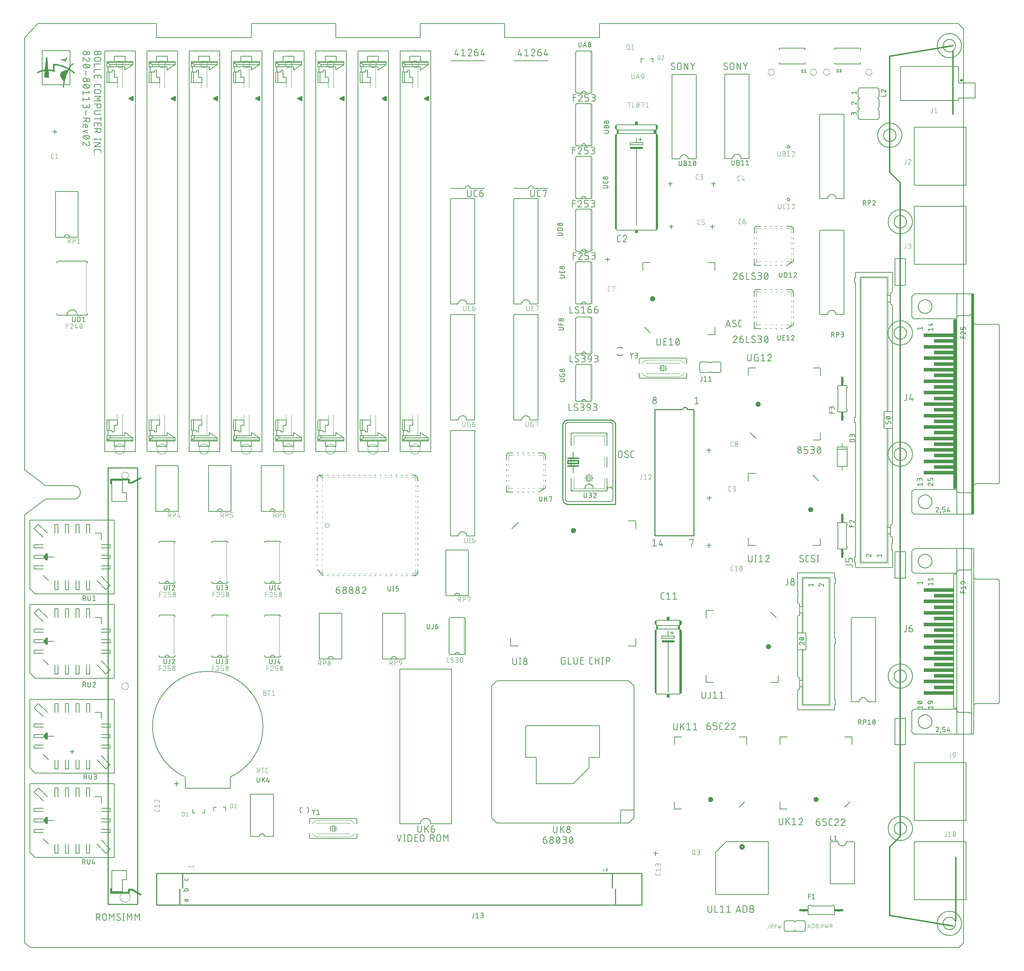
<source format=gto>
G75*
%MOIN*%
%OFA0B0*%
%FSLAX25Y25*%
%IPPOS*%
%LPD*%
%AMOC8*
5,1,8,0,0,1.08239X$1,22.5*
%
%ADD10C,0.00600*%
%ADD11C,0.01200*%
%ADD12C,0.00400*%
%ADD13R,0.00200X0.00200*%
%ADD14R,0.00200X0.00600*%
%ADD15R,0.00200X0.01200*%
%ADD16R,0.00200X0.01400*%
%ADD17R,0.00200X0.01600*%
%ADD18R,0.00200X0.33000*%
%ADD19R,0.00200X0.04200*%
%ADD20R,0.00200X0.07200*%
%ADD21R,0.00200X0.08800*%
%ADD22R,0.00200X0.10600*%
%ADD23R,0.00200X0.12400*%
%ADD24R,0.00200X0.14200*%
%ADD25R,0.00200X0.16400*%
%ADD26R,0.00200X0.18200*%
%ADD27R,0.00200X0.19200*%
%ADD28R,0.00200X0.19400*%
%ADD29R,0.00200X0.18600*%
%ADD30R,0.00200X0.15800*%
%ADD31R,0.00200X0.13800*%
%ADD32R,0.00200X0.11200*%
%ADD33R,0.00200X0.09400*%
%ADD34R,0.00200X0.08000*%
%ADD35R,0.00200X0.05400*%
%ADD36R,0.00200X0.02800*%
%ADD37R,0.00200X0.00800*%
%ADD38R,0.00200X0.07400*%
%ADD39R,0.00200X0.01800*%
%ADD40R,0.00200X0.02600*%
%ADD41R,0.00200X0.03600*%
%ADD42R,0.00200X0.05000*%
%ADD43R,0.00200X0.06000*%
%ADD44R,0.00200X0.06600*%
%ADD45R,0.00200X0.07000*%
%ADD46R,0.00200X0.07800*%
%ADD47R,0.00200X0.08600*%
%ADD48R,0.00200X0.09200*%
%ADD49R,0.00200X0.04000*%
%ADD50R,0.00200X0.13600*%
%ADD51R,0.00200X0.12000*%
%ADD52R,0.00200X0.10800*%
%ADD53R,0.00200X0.10000*%
%ADD54R,0.00200X0.09000*%
%ADD55R,0.00200X0.02400*%
%ADD56R,0.00200X0.08400*%
%ADD57R,0.00200X0.02200*%
%ADD58R,0.00200X0.06400*%
%ADD59R,0.00200X0.05800*%
%ADD60R,0.00200X0.04800*%
%ADD61R,0.00200X0.01000*%
%ADD62R,0.00200X0.03800*%
%ADD63R,0.00200X0.03200*%
%ADD64R,0.00200X0.03000*%
%ADD65R,0.00200X0.00400*%
%ADD66C,0.02000*%
%ADD67C,0.00000*%
%ADD68C,0.00300*%
%ADD69C,0.01000*%
%ADD70C,0.02400*%
%ADD71C,0.00200*%
%ADD72C,0.00500*%
%ADD73C,0.01600*%
%ADD74C,0.00800*%
%ADD75C,0.00700*%
%ADD76R,0.03000X1.60000*%
%ADD77R,0.02000X2.09000*%
%ADD78R,0.28500X0.03200*%
%ADD79R,0.18500X0.03200*%
%ADD80R,0.03400X0.02400*%
%ADD81R,0.02400X0.03400*%
%ADD82R,0.09252X0.00984*%
%ADD83R,0.12000X0.02000*%
%ADD84R,0.03000X0.03000*%
%ADD85R,0.03000X0.03500*%
%ADD86C,0.01378*%
D10*
X0004700Y0005800D02*
X0010200Y0001300D01*
X0890200Y0001300D01*
X0894700Y0005800D01*
X0894700Y0872800D01*
X0889700Y0877800D01*
X0549700Y0877800D01*
X0549700Y0864300D01*
X0459700Y0864300D01*
X0459700Y0877800D01*
X0379700Y0877800D01*
X0379700Y0864300D01*
X0299700Y0864300D01*
X0299700Y0877800D01*
X0219700Y0877800D01*
X0219700Y0864300D01*
X0129700Y0864300D01*
X0129700Y0877800D01*
X0017200Y0877800D01*
X0004700Y0864300D01*
X0004700Y0454300D01*
X0024700Y0439300D01*
X0051700Y0439300D01*
X0051856Y0439286D01*
X0052012Y0439267D01*
X0052168Y0439245D01*
X0052323Y0439219D01*
X0052477Y0439189D01*
X0052631Y0439155D01*
X0052783Y0439117D01*
X0052935Y0439075D01*
X0053085Y0439030D01*
X0053234Y0438981D01*
X0053382Y0438928D01*
X0053529Y0438871D01*
X0053674Y0438811D01*
X0053817Y0438748D01*
X0053959Y0438680D01*
X0054100Y0438609D01*
X0054238Y0438535D01*
X0054374Y0438457D01*
X0054509Y0438376D01*
X0054641Y0438291D01*
X0054772Y0438203D01*
X0054900Y0438112D01*
X0055025Y0438018D01*
X0055149Y0437921D01*
X0055269Y0437820D01*
X0055388Y0437717D01*
X0055503Y0437610D01*
X0055616Y0437501D01*
X0055726Y0437389D01*
X0055834Y0437274D01*
X0055938Y0437157D01*
X0056039Y0437037D01*
X0056138Y0436914D01*
X0056233Y0436789D01*
X0056325Y0436662D01*
X0056414Y0436532D01*
X0056500Y0436401D01*
X0056582Y0436267D01*
X0056661Y0436131D01*
X0056736Y0435993D01*
X0056808Y0435854D01*
X0056877Y0435712D01*
X0056942Y0435569D01*
X0057003Y0435425D01*
X0057061Y0435278D01*
X0057115Y0435131D01*
X0057165Y0434982D01*
X0057211Y0434832D01*
X0057254Y0434681D01*
X0057293Y0434529D01*
X0057328Y0434375D01*
X0057360Y0434221D01*
X0057387Y0434067D01*
X0057411Y0433911D01*
X0057430Y0433756D01*
X0057446Y0433599D01*
X0057458Y0433443D01*
X0057466Y0433286D01*
X0057470Y0433129D01*
X0057470Y0432971D01*
X0057466Y0432814D01*
X0057458Y0432657D01*
X0057446Y0432501D01*
X0057430Y0432344D01*
X0057411Y0432189D01*
X0057387Y0432033D01*
X0057360Y0431879D01*
X0057328Y0431725D01*
X0057293Y0431571D01*
X0057254Y0431419D01*
X0057211Y0431268D01*
X0057165Y0431118D01*
X0057115Y0430969D01*
X0057061Y0430822D01*
X0057003Y0430675D01*
X0056942Y0430531D01*
X0056877Y0430388D01*
X0056808Y0430246D01*
X0056736Y0430107D01*
X0056661Y0429969D01*
X0056582Y0429833D01*
X0056500Y0429699D01*
X0056414Y0429568D01*
X0056325Y0429438D01*
X0056233Y0429311D01*
X0056138Y0429186D01*
X0056039Y0429063D01*
X0055938Y0428943D01*
X0055834Y0428826D01*
X0055726Y0428711D01*
X0055616Y0428599D01*
X0055503Y0428490D01*
X0055388Y0428383D01*
X0055269Y0428280D01*
X0055149Y0428179D01*
X0055025Y0428082D01*
X0054900Y0427988D01*
X0054772Y0427897D01*
X0054641Y0427809D01*
X0054509Y0427724D01*
X0054374Y0427643D01*
X0054238Y0427565D01*
X0054100Y0427491D01*
X0053959Y0427420D01*
X0053817Y0427352D01*
X0053674Y0427289D01*
X0053529Y0427229D01*
X0053382Y0427172D01*
X0053234Y0427119D01*
X0053085Y0427070D01*
X0052935Y0427025D01*
X0052783Y0426983D01*
X0052631Y0426945D01*
X0052477Y0426911D01*
X0052323Y0426881D01*
X0052168Y0426855D01*
X0052012Y0426833D01*
X0051856Y0426814D01*
X0051700Y0426800D01*
X0024700Y0426800D01*
X0004700Y0411800D01*
X0004700Y0005800D01*
X0072500Y0027100D02*
X0072500Y0033500D01*
X0074278Y0033500D01*
X0074361Y0033498D01*
X0074444Y0033492D01*
X0074527Y0033482D01*
X0074610Y0033469D01*
X0074691Y0033451D01*
X0074772Y0033430D01*
X0074851Y0033405D01*
X0074929Y0033376D01*
X0075006Y0033344D01*
X0075081Y0033308D01*
X0075155Y0033269D01*
X0075226Y0033226D01*
X0075296Y0033180D01*
X0075363Y0033130D01*
X0075428Y0033078D01*
X0075490Y0033023D01*
X0075550Y0032964D01*
X0075607Y0032903D01*
X0075661Y0032840D01*
X0075712Y0032774D01*
X0075759Y0032705D01*
X0075804Y0032635D01*
X0075845Y0032562D01*
X0075882Y0032488D01*
X0075917Y0032412D01*
X0075947Y0032334D01*
X0075974Y0032256D01*
X0075997Y0032175D01*
X0076017Y0032094D01*
X0076032Y0032012D01*
X0076044Y0031930D01*
X0076052Y0031847D01*
X0076056Y0031764D01*
X0076056Y0031680D01*
X0076052Y0031597D01*
X0076044Y0031514D01*
X0076032Y0031432D01*
X0076017Y0031350D01*
X0075997Y0031269D01*
X0075974Y0031188D01*
X0075947Y0031110D01*
X0075917Y0031032D01*
X0075882Y0030956D01*
X0075845Y0030882D01*
X0075804Y0030809D01*
X0075759Y0030739D01*
X0075712Y0030670D01*
X0075661Y0030604D01*
X0075607Y0030541D01*
X0075550Y0030480D01*
X0075490Y0030421D01*
X0075428Y0030366D01*
X0075363Y0030314D01*
X0075296Y0030264D01*
X0075226Y0030218D01*
X0075155Y0030175D01*
X0075081Y0030136D01*
X0075006Y0030100D01*
X0074929Y0030068D01*
X0074851Y0030039D01*
X0074772Y0030014D01*
X0074691Y0029993D01*
X0074610Y0029975D01*
X0074527Y0029962D01*
X0074444Y0029952D01*
X0074361Y0029946D01*
X0074278Y0029944D01*
X0072500Y0029944D01*
X0074633Y0029944D02*
X0076056Y0027100D01*
X0078618Y0028878D02*
X0078618Y0031722D01*
X0078620Y0031805D01*
X0078626Y0031888D01*
X0078636Y0031971D01*
X0078649Y0032054D01*
X0078667Y0032135D01*
X0078688Y0032216D01*
X0078713Y0032295D01*
X0078742Y0032373D01*
X0078774Y0032450D01*
X0078810Y0032525D01*
X0078849Y0032599D01*
X0078892Y0032670D01*
X0078938Y0032740D01*
X0078988Y0032807D01*
X0079040Y0032872D01*
X0079095Y0032934D01*
X0079154Y0032994D01*
X0079215Y0033051D01*
X0079278Y0033105D01*
X0079344Y0033156D01*
X0079413Y0033203D01*
X0079483Y0033248D01*
X0079556Y0033289D01*
X0079630Y0033326D01*
X0079706Y0033361D01*
X0079784Y0033391D01*
X0079862Y0033418D01*
X0079943Y0033441D01*
X0080024Y0033461D01*
X0080106Y0033476D01*
X0080188Y0033488D01*
X0080271Y0033496D01*
X0080354Y0033500D01*
X0080438Y0033500D01*
X0080521Y0033496D01*
X0080604Y0033488D01*
X0080686Y0033476D01*
X0080768Y0033461D01*
X0080849Y0033441D01*
X0080930Y0033418D01*
X0081008Y0033391D01*
X0081086Y0033361D01*
X0081162Y0033326D01*
X0081236Y0033289D01*
X0081309Y0033248D01*
X0081379Y0033203D01*
X0081448Y0033156D01*
X0081514Y0033105D01*
X0081577Y0033051D01*
X0081638Y0032994D01*
X0081697Y0032934D01*
X0081752Y0032872D01*
X0081804Y0032807D01*
X0081854Y0032740D01*
X0081900Y0032670D01*
X0081943Y0032599D01*
X0081982Y0032525D01*
X0082018Y0032450D01*
X0082050Y0032373D01*
X0082079Y0032295D01*
X0082104Y0032216D01*
X0082125Y0032135D01*
X0082143Y0032054D01*
X0082156Y0031971D01*
X0082166Y0031888D01*
X0082172Y0031805D01*
X0082174Y0031722D01*
X0082174Y0028878D01*
X0082172Y0028795D01*
X0082166Y0028712D01*
X0082156Y0028629D01*
X0082143Y0028546D01*
X0082125Y0028465D01*
X0082104Y0028384D01*
X0082079Y0028305D01*
X0082050Y0028227D01*
X0082018Y0028150D01*
X0081982Y0028075D01*
X0081943Y0028001D01*
X0081900Y0027930D01*
X0081854Y0027860D01*
X0081804Y0027793D01*
X0081752Y0027728D01*
X0081697Y0027666D01*
X0081638Y0027606D01*
X0081577Y0027549D01*
X0081514Y0027495D01*
X0081448Y0027444D01*
X0081379Y0027397D01*
X0081309Y0027352D01*
X0081236Y0027311D01*
X0081162Y0027274D01*
X0081086Y0027239D01*
X0081008Y0027209D01*
X0080930Y0027182D01*
X0080849Y0027159D01*
X0080768Y0027139D01*
X0080686Y0027124D01*
X0080604Y0027112D01*
X0080521Y0027104D01*
X0080438Y0027100D01*
X0080354Y0027100D01*
X0080271Y0027104D01*
X0080188Y0027112D01*
X0080106Y0027124D01*
X0080024Y0027139D01*
X0079943Y0027159D01*
X0079862Y0027182D01*
X0079784Y0027209D01*
X0079706Y0027239D01*
X0079630Y0027274D01*
X0079556Y0027311D01*
X0079483Y0027352D01*
X0079413Y0027397D01*
X0079344Y0027444D01*
X0079278Y0027495D01*
X0079215Y0027549D01*
X0079154Y0027606D01*
X0079095Y0027666D01*
X0079040Y0027728D01*
X0078988Y0027793D01*
X0078938Y0027860D01*
X0078892Y0027930D01*
X0078849Y0028001D01*
X0078810Y0028075D01*
X0078774Y0028150D01*
X0078742Y0028227D01*
X0078713Y0028305D01*
X0078688Y0028384D01*
X0078667Y0028465D01*
X0078649Y0028546D01*
X0078636Y0028629D01*
X0078626Y0028712D01*
X0078620Y0028795D01*
X0078618Y0028878D01*
X0085032Y0027100D02*
X0085032Y0033500D01*
X0087165Y0029944D01*
X0089299Y0033500D01*
X0089299Y0027100D01*
X0094796Y0029766D02*
X0094860Y0029726D01*
X0094921Y0029683D01*
X0094980Y0029637D01*
X0095037Y0029588D01*
X0095091Y0029536D01*
X0095142Y0029482D01*
X0095190Y0029424D01*
X0095236Y0029365D01*
X0095278Y0029303D01*
X0095317Y0029238D01*
X0095352Y0029172D01*
X0095384Y0029105D01*
X0095413Y0029035D01*
X0095438Y0028965D01*
X0095459Y0028893D01*
X0095476Y0028820D01*
X0095490Y0028746D01*
X0095499Y0028672D01*
X0095505Y0028597D01*
X0095507Y0028522D01*
X0095505Y0028448D01*
X0095499Y0028373D01*
X0095489Y0028300D01*
X0095476Y0028226D01*
X0095459Y0028154D01*
X0095437Y0028083D01*
X0095413Y0028012D01*
X0095384Y0027944D01*
X0095352Y0027876D01*
X0095316Y0027811D01*
X0095278Y0027748D01*
X0095235Y0027686D01*
X0095190Y0027627D01*
X0095142Y0027570D01*
X0095091Y0027516D01*
X0095037Y0027465D01*
X0094980Y0027417D01*
X0094921Y0027372D01*
X0094859Y0027329D01*
X0094796Y0027291D01*
X0094731Y0027255D01*
X0094663Y0027223D01*
X0094595Y0027194D01*
X0094524Y0027170D01*
X0094453Y0027148D01*
X0094381Y0027131D01*
X0094307Y0027118D01*
X0094234Y0027108D01*
X0094159Y0027102D01*
X0094085Y0027100D01*
X0094796Y0029767D02*
X0092841Y0030833D01*
X0093552Y0033500D02*
X0093653Y0033498D01*
X0093754Y0033492D01*
X0093854Y0033483D01*
X0093954Y0033469D01*
X0094054Y0033452D01*
X0094153Y0033432D01*
X0094250Y0033407D01*
X0094347Y0033379D01*
X0094443Y0033347D01*
X0094538Y0033311D01*
X0094631Y0033272D01*
X0094722Y0033230D01*
X0094812Y0033184D01*
X0094900Y0033134D01*
X0094986Y0033082D01*
X0095070Y0033026D01*
X0095152Y0032967D01*
X0092841Y0030834D02*
X0092777Y0030874D01*
X0092716Y0030917D01*
X0092657Y0030963D01*
X0092600Y0031012D01*
X0092546Y0031064D01*
X0092495Y0031118D01*
X0092447Y0031176D01*
X0092401Y0031235D01*
X0092359Y0031297D01*
X0092320Y0031362D01*
X0092285Y0031428D01*
X0092253Y0031495D01*
X0092224Y0031565D01*
X0092199Y0031635D01*
X0092178Y0031707D01*
X0092161Y0031780D01*
X0092147Y0031854D01*
X0092138Y0031928D01*
X0092132Y0032003D01*
X0092130Y0032078D01*
X0092132Y0032152D01*
X0092138Y0032227D01*
X0092148Y0032300D01*
X0092161Y0032374D01*
X0092178Y0032446D01*
X0092200Y0032517D01*
X0092224Y0032588D01*
X0092253Y0032656D01*
X0092285Y0032724D01*
X0092321Y0032789D01*
X0092359Y0032852D01*
X0092402Y0032914D01*
X0092447Y0032973D01*
X0092495Y0033030D01*
X0092546Y0033084D01*
X0092601Y0033135D01*
X0092657Y0033183D01*
X0092716Y0033228D01*
X0092778Y0033271D01*
X0092841Y0033309D01*
X0092906Y0033345D01*
X0092974Y0033377D01*
X0093042Y0033406D01*
X0093113Y0033430D01*
X0093184Y0033452D01*
X0093256Y0033469D01*
X0093330Y0033482D01*
X0093403Y0033492D01*
X0093478Y0033498D01*
X0093552Y0033500D01*
X0091952Y0027989D02*
X0092029Y0027914D01*
X0092109Y0027841D01*
X0092192Y0027772D01*
X0092277Y0027705D01*
X0092364Y0027642D01*
X0092453Y0027582D01*
X0092545Y0027525D01*
X0092638Y0027471D01*
X0092734Y0027421D01*
X0092831Y0027374D01*
X0092930Y0027331D01*
X0093030Y0027291D01*
X0093131Y0027255D01*
X0093234Y0027223D01*
X0093338Y0027194D01*
X0093443Y0027169D01*
X0093549Y0027148D01*
X0093655Y0027131D01*
X0093762Y0027117D01*
X0093870Y0027108D01*
X0093977Y0027102D01*
X0094085Y0027100D01*
X0097736Y0027100D02*
X0099159Y0027100D01*
X0098448Y0027100D02*
X0098448Y0033500D01*
X0099159Y0033500D02*
X0097736Y0033500D01*
X0101853Y0033500D02*
X0103986Y0029944D01*
X0106120Y0033500D01*
X0106120Y0027100D01*
X0109238Y0027100D02*
X0109238Y0033500D01*
X0111371Y0029944D01*
X0113504Y0033500D01*
X0113504Y0027100D01*
X0101853Y0027100D02*
X0101853Y0033500D01*
X0097200Y0054300D02*
X0087200Y0054300D01*
X0087200Y0074300D01*
X0101200Y0074300D01*
X0101200Y0065800D01*
X0097200Y0065800D01*
X0097200Y0054300D01*
X0089700Y0086800D02*
X0089700Y0156800D01*
X0009700Y0156800D01*
X0009700Y0091800D01*
X0014700Y0086800D01*
X0089700Y0086800D01*
X0081700Y0090800D02*
X0073200Y0099300D01*
X0077200Y0103300D02*
X0085700Y0094800D01*
X0081700Y0090800D01*
X0066200Y0090800D02*
X0066200Y0099300D01*
X0063200Y0099300D02*
X0063200Y0090800D01*
X0066200Y0090800D01*
X0056200Y0090800D02*
X0056200Y0099300D01*
X0053200Y0099300D02*
X0053200Y0090800D01*
X0056200Y0090800D01*
X0046200Y0090800D02*
X0043200Y0090800D01*
X0043200Y0099300D01*
X0046200Y0099300D02*
X0046200Y0090800D01*
X0036200Y0090800D02*
X0036200Y0099300D01*
X0033200Y0099300D02*
X0033200Y0090800D01*
X0036200Y0090800D01*
X0027200Y0099300D02*
X0022200Y0104300D01*
X0022200Y0110300D02*
X0013700Y0110300D01*
X0013700Y0113300D01*
X0022200Y0113300D01*
X0022200Y0120300D02*
X0013700Y0120300D01*
X0013700Y0123300D01*
X0022200Y0123300D01*
X0023200Y0121800D02*
X0032200Y0121800D01*
X0022200Y0130300D02*
X0013700Y0130300D01*
X0013700Y0133300D01*
X0022200Y0133300D01*
X0022200Y0140300D02*
X0013700Y0148800D01*
X0017700Y0152800D01*
X0026200Y0144300D01*
X0033200Y0144300D02*
X0033200Y0152800D01*
X0036200Y0152800D01*
X0036200Y0144300D01*
X0043200Y0144300D02*
X0043200Y0152800D01*
X0046200Y0152800D01*
X0046200Y0144300D01*
X0053200Y0144300D02*
X0053200Y0152800D01*
X0056200Y0152800D01*
X0056200Y0144300D01*
X0063200Y0144300D02*
X0063200Y0152800D01*
X0066200Y0152800D01*
X0066200Y0144300D01*
X0071200Y0144300D02*
X0077200Y0144300D01*
X0077200Y0138300D01*
X0077200Y0133300D02*
X0085700Y0133300D01*
X0085700Y0130300D01*
X0077200Y0130300D01*
X0077200Y0123300D02*
X0085700Y0123300D01*
X0085700Y0120300D01*
X0077200Y0120300D01*
X0077200Y0113300D02*
X0085700Y0113300D01*
X0085700Y0110300D01*
X0077200Y0110300D01*
X0089700Y0166800D02*
X0089700Y0236800D01*
X0009700Y0236800D01*
X0009700Y0171800D01*
X0014700Y0166800D01*
X0089700Y0166800D01*
X0081700Y0170800D02*
X0073200Y0179300D01*
X0077200Y0183300D02*
X0085700Y0174800D01*
X0081700Y0170800D01*
X0066200Y0170800D02*
X0066200Y0179300D01*
X0063200Y0179300D02*
X0063200Y0170800D01*
X0066200Y0170800D01*
X0056200Y0170800D02*
X0056200Y0179300D01*
X0053200Y0179300D02*
X0053200Y0170800D01*
X0056200Y0170800D01*
X0046200Y0170800D02*
X0043200Y0170800D01*
X0043200Y0179300D01*
X0046200Y0179300D02*
X0046200Y0170800D01*
X0036200Y0170800D02*
X0036200Y0179300D01*
X0033200Y0179300D02*
X0033200Y0170800D01*
X0036200Y0170800D01*
X0027200Y0179300D02*
X0022200Y0184300D01*
X0022200Y0190300D02*
X0013700Y0190300D01*
X0013700Y0193300D01*
X0022200Y0193300D01*
X0022200Y0200300D02*
X0013700Y0200300D01*
X0013700Y0203300D01*
X0022200Y0203300D01*
X0023200Y0201800D02*
X0032200Y0201800D01*
X0022200Y0210300D02*
X0013700Y0210300D01*
X0013700Y0213300D01*
X0022200Y0213300D01*
X0022200Y0220300D02*
X0013700Y0228800D01*
X0017700Y0232800D01*
X0026200Y0224300D01*
X0033200Y0224300D02*
X0033200Y0232800D01*
X0036200Y0232800D01*
X0036200Y0224300D01*
X0043200Y0224300D02*
X0043200Y0232800D01*
X0046200Y0232800D01*
X0046200Y0224300D01*
X0053200Y0224300D02*
X0053200Y0232800D01*
X0056200Y0232800D01*
X0056200Y0224300D01*
X0063200Y0224300D02*
X0063200Y0232800D01*
X0066200Y0232800D01*
X0066200Y0224300D01*
X0071200Y0224300D02*
X0077200Y0224300D01*
X0077200Y0218300D01*
X0077200Y0213300D02*
X0085700Y0213300D01*
X0085700Y0210300D01*
X0077200Y0210300D01*
X0077200Y0203300D02*
X0085700Y0203300D01*
X0085700Y0200300D01*
X0077200Y0200300D01*
X0077200Y0193300D02*
X0085700Y0193300D01*
X0085700Y0190300D01*
X0077200Y0190300D01*
X0051767Y0187089D02*
X0047500Y0187089D01*
X0049633Y0184956D02*
X0049633Y0189222D01*
X0046200Y0260800D02*
X0043200Y0260800D01*
X0043200Y0269300D01*
X0046200Y0269300D02*
X0046200Y0260800D01*
X0053200Y0260800D02*
X0053200Y0269300D01*
X0056200Y0269300D02*
X0056200Y0260800D01*
X0053200Y0260800D01*
X0063200Y0260800D02*
X0063200Y0269300D01*
X0066200Y0269300D02*
X0066200Y0260800D01*
X0063200Y0260800D01*
X0073200Y0269300D02*
X0081700Y0260800D01*
X0085700Y0264800D01*
X0077200Y0273300D01*
X0077200Y0280300D02*
X0085700Y0280300D01*
X0085700Y0283300D01*
X0077200Y0283300D01*
X0077200Y0290300D02*
X0085700Y0290300D01*
X0085700Y0293300D01*
X0077200Y0293300D01*
X0077200Y0300300D02*
X0085700Y0300300D01*
X0085700Y0303300D01*
X0077200Y0303300D01*
X0077200Y0308300D02*
X0077200Y0314300D01*
X0071200Y0314300D01*
X0066200Y0314300D02*
X0066200Y0322800D01*
X0063200Y0322800D01*
X0063200Y0314300D01*
X0056200Y0314300D02*
X0056200Y0322800D01*
X0053200Y0322800D01*
X0053200Y0314300D01*
X0046200Y0314300D02*
X0046200Y0322800D01*
X0043200Y0322800D01*
X0043200Y0314300D01*
X0036200Y0314300D02*
X0036200Y0322800D01*
X0033200Y0322800D01*
X0033200Y0314300D01*
X0026200Y0314300D02*
X0017700Y0322800D01*
X0013700Y0318800D01*
X0022200Y0310300D01*
X0022200Y0303300D02*
X0013700Y0303300D01*
X0013700Y0300300D01*
X0022200Y0300300D01*
X0022200Y0293300D02*
X0013700Y0293300D01*
X0013700Y0290300D01*
X0022200Y0290300D01*
X0023200Y0291800D02*
X0032200Y0291800D01*
X0022200Y0283300D02*
X0013700Y0283300D01*
X0013700Y0280300D01*
X0022200Y0280300D01*
X0022200Y0274300D02*
X0027200Y0269300D01*
X0033200Y0269300D02*
X0033200Y0260800D01*
X0036200Y0260800D01*
X0036200Y0269300D01*
X0014700Y0256800D02*
X0089700Y0256800D01*
X0089700Y0326800D01*
X0009700Y0326800D01*
X0009700Y0261800D01*
X0014700Y0256800D01*
X0014700Y0336800D02*
X0089700Y0336800D01*
X0089700Y0406800D01*
X0009700Y0406800D01*
X0009700Y0341800D01*
X0014700Y0336800D01*
X0027200Y0349300D02*
X0022200Y0354300D01*
X0022200Y0360300D02*
X0013700Y0360300D01*
X0013700Y0363300D01*
X0022200Y0363300D01*
X0022200Y0370300D02*
X0013700Y0370300D01*
X0013700Y0373300D01*
X0022200Y0373300D01*
X0023200Y0371800D02*
X0032200Y0371800D01*
X0022200Y0380300D02*
X0013700Y0380300D01*
X0013700Y0383300D01*
X0022200Y0383300D01*
X0022200Y0390300D02*
X0013700Y0398800D01*
X0017700Y0402800D01*
X0026200Y0394300D01*
X0033200Y0394300D02*
X0033200Y0402800D01*
X0036200Y0402800D01*
X0036200Y0394300D01*
X0043200Y0394300D02*
X0043200Y0402800D01*
X0046200Y0402800D01*
X0046200Y0394300D01*
X0053200Y0394300D02*
X0053200Y0402800D01*
X0056200Y0402800D01*
X0056200Y0394300D01*
X0063200Y0394300D02*
X0063200Y0402800D01*
X0066200Y0402800D01*
X0066200Y0394300D01*
X0071200Y0394300D02*
X0077200Y0394300D01*
X0077200Y0388300D01*
X0077200Y0383300D02*
X0085700Y0383300D01*
X0085700Y0380300D01*
X0077200Y0380300D01*
X0077200Y0373300D02*
X0085700Y0373300D01*
X0085700Y0370300D01*
X0077200Y0370300D01*
X0077200Y0363300D02*
X0085700Y0363300D01*
X0085700Y0360300D01*
X0077200Y0360300D01*
X0077200Y0353300D02*
X0085700Y0344800D01*
X0081700Y0340800D01*
X0073200Y0349300D01*
X0066200Y0349300D02*
X0066200Y0340800D01*
X0063200Y0340800D01*
X0063200Y0349300D01*
X0056200Y0349300D02*
X0056200Y0340800D01*
X0053200Y0340800D01*
X0053200Y0349300D01*
X0046200Y0349300D02*
X0046200Y0340800D01*
X0043200Y0340800D01*
X0043200Y0349300D01*
X0036200Y0349300D02*
X0036200Y0340800D01*
X0033200Y0340800D01*
X0033200Y0349300D01*
X0087200Y0424300D02*
X0101200Y0424300D01*
X0101200Y0432800D01*
X0097200Y0432800D01*
X0097200Y0444300D01*
X0087200Y0444300D01*
X0087200Y0424300D01*
X0080700Y0471800D02*
X0109700Y0471800D01*
X0109700Y0851800D01*
X0080700Y0851800D01*
X0080700Y0471800D01*
X0082700Y0481800D02*
X0082700Y0482800D01*
X0085700Y0484800D01*
X0085700Y0486800D01*
X0097200Y0486800D01*
X0099700Y0486800D01*
X0099700Y0489800D01*
X0107200Y0484800D01*
X0085700Y0484800D01*
X0085700Y0486800D02*
X0083700Y0486800D01*
X0083700Y0491800D01*
X0084700Y0491800D01*
X0084700Y0501800D01*
X0092200Y0501800D01*
X0092700Y0501800D01*
X0092700Y0496800D01*
X0089700Y0496800D01*
X0089700Y0490300D01*
X0087700Y0490300D01*
X0087700Y0491800D01*
X0084700Y0491800D01*
X0083700Y0491800D02*
X0082700Y0491800D01*
X0082700Y0501800D01*
X0084700Y0501800D01*
X0083700Y0486800D02*
X0082700Y0486800D01*
X0082700Y0482800D01*
X0107200Y0482800D01*
X0107200Y0481800D01*
X0082700Y0481800D01*
X0089700Y0481800D02*
X0089700Y0476800D01*
X0099600Y0476800D01*
X0099600Y0481800D01*
X0107200Y0482800D02*
X0107200Y0484800D01*
X0122700Y0482800D02*
X0125700Y0484800D01*
X0125700Y0486800D01*
X0137200Y0486800D01*
X0139700Y0486800D01*
X0139700Y0489800D01*
X0147200Y0484800D01*
X0125700Y0484800D01*
X0125700Y0486800D02*
X0123700Y0486800D01*
X0123700Y0491800D01*
X0124700Y0491800D01*
X0124700Y0501800D01*
X0132200Y0501800D01*
X0132700Y0501800D01*
X0132700Y0496800D01*
X0129700Y0496800D01*
X0129700Y0490300D01*
X0127700Y0490300D01*
X0127700Y0491800D01*
X0124700Y0491800D01*
X0123700Y0491800D02*
X0122700Y0491800D01*
X0122700Y0501800D01*
X0124700Y0501800D01*
X0123700Y0486800D02*
X0122700Y0486800D01*
X0122700Y0482800D01*
X0147200Y0482800D01*
X0147200Y0481800D01*
X0122700Y0481800D01*
X0122700Y0482800D01*
X0129700Y0481800D02*
X0129700Y0476800D01*
X0139600Y0476800D01*
X0139600Y0481800D01*
X0147200Y0482800D02*
X0147200Y0484800D01*
X0149700Y0471800D02*
X0149700Y0851800D01*
X0120700Y0851800D01*
X0120700Y0471800D01*
X0149700Y0471800D01*
X0160700Y0471800D02*
X0189700Y0471800D01*
X0189700Y0851800D01*
X0160700Y0851800D01*
X0160700Y0471800D01*
X0162700Y0481800D02*
X0162700Y0482800D01*
X0165700Y0484800D01*
X0165700Y0486800D01*
X0177200Y0486800D01*
X0179700Y0486800D01*
X0179700Y0489800D01*
X0187200Y0484800D01*
X0165700Y0484800D01*
X0165700Y0486800D02*
X0163700Y0486800D01*
X0163700Y0491800D01*
X0164700Y0491800D01*
X0164700Y0501800D01*
X0172200Y0501800D01*
X0172700Y0501800D01*
X0172700Y0496800D01*
X0169700Y0496800D01*
X0169700Y0490300D01*
X0167700Y0490300D01*
X0167700Y0491800D01*
X0164700Y0491800D01*
X0163700Y0491800D02*
X0162700Y0491800D01*
X0162700Y0501800D01*
X0164700Y0501800D01*
X0163700Y0486800D02*
X0162700Y0486800D01*
X0162700Y0482800D01*
X0187200Y0482800D01*
X0187200Y0481800D01*
X0162700Y0481800D01*
X0169700Y0481800D02*
X0169700Y0476800D01*
X0179600Y0476800D01*
X0179600Y0481800D01*
X0187200Y0482800D02*
X0187200Y0484800D01*
X0202700Y0482800D02*
X0205700Y0484800D01*
X0205700Y0486800D01*
X0217200Y0486800D01*
X0219700Y0486800D01*
X0219700Y0489800D01*
X0227200Y0484800D01*
X0205700Y0484800D01*
X0205700Y0486800D02*
X0203700Y0486800D01*
X0203700Y0491800D01*
X0204700Y0491800D01*
X0204700Y0501800D01*
X0212200Y0501800D01*
X0212700Y0501800D01*
X0212700Y0496800D01*
X0209700Y0496800D01*
X0209700Y0490300D01*
X0207700Y0490300D01*
X0207700Y0491800D01*
X0204700Y0491800D01*
X0203700Y0491800D02*
X0202700Y0491800D01*
X0202700Y0501800D01*
X0204700Y0501800D01*
X0203700Y0486800D02*
X0202700Y0486800D01*
X0202700Y0482800D01*
X0227200Y0482800D01*
X0227200Y0481800D01*
X0202700Y0481800D01*
X0202700Y0482800D01*
X0209700Y0481800D02*
X0209700Y0476800D01*
X0219600Y0476800D01*
X0219600Y0481800D01*
X0227200Y0482800D02*
X0227200Y0484800D01*
X0229700Y0471800D02*
X0229700Y0851800D01*
X0200700Y0851800D01*
X0200700Y0471800D01*
X0229700Y0471800D01*
X0240700Y0471800D02*
X0269700Y0471800D01*
X0269700Y0851800D01*
X0240700Y0851800D01*
X0240700Y0471800D01*
X0242700Y0481800D02*
X0242700Y0482800D01*
X0245700Y0484800D01*
X0245700Y0486800D01*
X0257200Y0486800D01*
X0259700Y0486800D01*
X0259700Y0489800D01*
X0267200Y0484800D01*
X0245700Y0484800D01*
X0245700Y0486800D02*
X0243700Y0486800D01*
X0243700Y0491800D01*
X0244700Y0491800D01*
X0244700Y0501800D01*
X0252200Y0501800D01*
X0252700Y0501800D01*
X0252700Y0496800D01*
X0249700Y0496800D01*
X0249700Y0490300D01*
X0247700Y0490300D01*
X0247700Y0491800D01*
X0244700Y0491800D01*
X0243700Y0491800D02*
X0242700Y0491800D01*
X0242700Y0501800D01*
X0244700Y0501800D01*
X0243700Y0486800D02*
X0242700Y0486800D01*
X0242700Y0482800D01*
X0267200Y0482800D01*
X0267200Y0481800D01*
X0242700Y0481800D01*
X0249700Y0481800D02*
X0249700Y0476800D01*
X0259600Y0476800D01*
X0259600Y0481800D01*
X0267200Y0482800D02*
X0267200Y0484800D01*
X0282700Y0482800D02*
X0285700Y0484800D01*
X0285700Y0486800D01*
X0297200Y0486800D01*
X0299700Y0486800D01*
X0299700Y0489800D01*
X0307200Y0484800D01*
X0285700Y0484800D01*
X0285700Y0486800D02*
X0283700Y0486800D01*
X0283700Y0491800D01*
X0284700Y0491800D01*
X0284700Y0501800D01*
X0292200Y0501800D01*
X0292700Y0501800D01*
X0292700Y0496800D01*
X0289700Y0496800D01*
X0289700Y0490300D01*
X0287700Y0490300D01*
X0287700Y0491800D01*
X0284700Y0491800D01*
X0283700Y0491800D02*
X0282700Y0491800D01*
X0282700Y0501800D01*
X0284700Y0501800D01*
X0283700Y0486800D02*
X0282700Y0486800D01*
X0282700Y0482800D01*
X0307200Y0482800D01*
X0307200Y0481800D01*
X0282700Y0481800D01*
X0282700Y0482800D01*
X0289700Y0481800D02*
X0289700Y0476800D01*
X0299600Y0476800D01*
X0299600Y0481800D01*
X0307200Y0482800D02*
X0307200Y0484800D01*
X0322700Y0482800D02*
X0325700Y0484800D01*
X0325700Y0486800D01*
X0337200Y0486800D01*
X0339700Y0486800D01*
X0339700Y0489800D01*
X0347200Y0484800D01*
X0325700Y0484800D01*
X0325700Y0486800D02*
X0323700Y0486800D01*
X0323700Y0491800D01*
X0324700Y0491800D01*
X0324700Y0501800D01*
X0332200Y0501800D01*
X0332700Y0501800D01*
X0332700Y0496800D01*
X0329700Y0496800D01*
X0329700Y0490300D01*
X0327700Y0490300D01*
X0327700Y0491800D01*
X0324700Y0491800D01*
X0323700Y0491800D02*
X0322700Y0491800D01*
X0322700Y0501800D01*
X0324700Y0501800D01*
X0323700Y0486800D02*
X0322700Y0486800D01*
X0322700Y0482800D01*
X0347200Y0482800D01*
X0347200Y0481800D01*
X0322700Y0481800D01*
X0322700Y0482800D01*
X0329700Y0481800D02*
X0329700Y0476800D01*
X0339600Y0476800D01*
X0339600Y0481800D01*
X0347200Y0482800D02*
X0347200Y0484800D01*
X0349700Y0471800D02*
X0349700Y0851800D01*
X0320700Y0851800D01*
X0320700Y0471800D01*
X0349700Y0471800D01*
X0360700Y0471800D02*
X0389700Y0471800D01*
X0389700Y0851800D01*
X0360700Y0851800D01*
X0360700Y0471800D01*
X0362700Y0481800D02*
X0362700Y0482800D01*
X0365700Y0484800D01*
X0365700Y0486800D01*
X0377200Y0486800D01*
X0379700Y0486800D01*
X0379700Y0489800D01*
X0387200Y0484800D01*
X0365700Y0484800D01*
X0365700Y0486800D02*
X0363700Y0486800D01*
X0363700Y0491800D01*
X0364700Y0491800D01*
X0364700Y0501800D01*
X0372200Y0501800D01*
X0372700Y0501800D01*
X0372700Y0496800D01*
X0369700Y0496800D01*
X0369700Y0490300D01*
X0367700Y0490300D01*
X0367700Y0491800D01*
X0364700Y0491800D01*
X0363700Y0491800D02*
X0362700Y0491800D01*
X0362700Y0501800D01*
X0364700Y0501800D01*
X0363700Y0486800D02*
X0362700Y0486800D01*
X0362700Y0482800D01*
X0387200Y0482800D01*
X0387200Y0481800D01*
X0362700Y0481800D01*
X0369700Y0481800D02*
X0369700Y0476800D01*
X0379600Y0476800D01*
X0379600Y0481800D01*
X0387200Y0482800D02*
X0387200Y0484800D01*
X0408200Y0491800D02*
X0431200Y0491800D01*
X0431200Y0391800D01*
X0423700Y0391800D01*
X0423698Y0391926D01*
X0423692Y0392051D01*
X0423682Y0392176D01*
X0423668Y0392301D01*
X0423651Y0392426D01*
X0423629Y0392550D01*
X0423604Y0392673D01*
X0423574Y0392795D01*
X0423541Y0392916D01*
X0423504Y0393036D01*
X0423464Y0393155D01*
X0423419Y0393272D01*
X0423371Y0393389D01*
X0423319Y0393503D01*
X0423264Y0393616D01*
X0423205Y0393727D01*
X0423143Y0393836D01*
X0423077Y0393943D01*
X0423008Y0394048D01*
X0422936Y0394151D01*
X0422861Y0394252D01*
X0422782Y0394350D01*
X0422700Y0394445D01*
X0422616Y0394538D01*
X0422528Y0394628D01*
X0422438Y0394716D01*
X0422345Y0394800D01*
X0422250Y0394882D01*
X0422152Y0394961D01*
X0422051Y0395036D01*
X0421948Y0395108D01*
X0421843Y0395177D01*
X0421736Y0395243D01*
X0421627Y0395305D01*
X0421516Y0395364D01*
X0421403Y0395419D01*
X0421289Y0395471D01*
X0421172Y0395519D01*
X0421055Y0395564D01*
X0420936Y0395604D01*
X0420816Y0395641D01*
X0420695Y0395674D01*
X0420573Y0395704D01*
X0420450Y0395729D01*
X0420326Y0395751D01*
X0420201Y0395768D01*
X0420076Y0395782D01*
X0419951Y0395792D01*
X0419826Y0395798D01*
X0419700Y0395800D01*
X0419574Y0395798D01*
X0419449Y0395792D01*
X0419324Y0395782D01*
X0419199Y0395768D01*
X0419074Y0395751D01*
X0418950Y0395729D01*
X0418827Y0395704D01*
X0418705Y0395674D01*
X0418584Y0395641D01*
X0418464Y0395604D01*
X0418345Y0395564D01*
X0418228Y0395519D01*
X0418111Y0395471D01*
X0417997Y0395419D01*
X0417884Y0395364D01*
X0417773Y0395305D01*
X0417664Y0395243D01*
X0417557Y0395177D01*
X0417452Y0395108D01*
X0417349Y0395036D01*
X0417248Y0394961D01*
X0417150Y0394882D01*
X0417055Y0394800D01*
X0416962Y0394716D01*
X0416872Y0394628D01*
X0416784Y0394538D01*
X0416700Y0394445D01*
X0416618Y0394350D01*
X0416539Y0394252D01*
X0416464Y0394151D01*
X0416392Y0394048D01*
X0416323Y0393943D01*
X0416257Y0393836D01*
X0416195Y0393727D01*
X0416136Y0393616D01*
X0416081Y0393503D01*
X0416029Y0393389D01*
X0415981Y0393272D01*
X0415936Y0393155D01*
X0415896Y0393036D01*
X0415859Y0392916D01*
X0415826Y0392795D01*
X0415796Y0392673D01*
X0415771Y0392550D01*
X0415749Y0392426D01*
X0415732Y0392301D01*
X0415718Y0392176D01*
X0415708Y0392051D01*
X0415702Y0391926D01*
X0415700Y0391800D01*
X0408200Y0391800D01*
X0408200Y0491800D01*
X0408200Y0501800D02*
X0415700Y0501800D01*
X0415702Y0501926D01*
X0415708Y0502051D01*
X0415718Y0502176D01*
X0415732Y0502301D01*
X0415749Y0502426D01*
X0415771Y0502550D01*
X0415796Y0502673D01*
X0415826Y0502795D01*
X0415859Y0502916D01*
X0415896Y0503036D01*
X0415936Y0503155D01*
X0415981Y0503272D01*
X0416029Y0503389D01*
X0416081Y0503503D01*
X0416136Y0503616D01*
X0416195Y0503727D01*
X0416257Y0503836D01*
X0416323Y0503943D01*
X0416392Y0504048D01*
X0416464Y0504151D01*
X0416539Y0504252D01*
X0416618Y0504350D01*
X0416700Y0504445D01*
X0416784Y0504538D01*
X0416872Y0504628D01*
X0416962Y0504716D01*
X0417055Y0504800D01*
X0417150Y0504882D01*
X0417248Y0504961D01*
X0417349Y0505036D01*
X0417452Y0505108D01*
X0417557Y0505177D01*
X0417664Y0505243D01*
X0417773Y0505305D01*
X0417884Y0505364D01*
X0417997Y0505419D01*
X0418111Y0505471D01*
X0418228Y0505519D01*
X0418345Y0505564D01*
X0418464Y0505604D01*
X0418584Y0505641D01*
X0418705Y0505674D01*
X0418827Y0505704D01*
X0418950Y0505729D01*
X0419074Y0505751D01*
X0419199Y0505768D01*
X0419324Y0505782D01*
X0419449Y0505792D01*
X0419574Y0505798D01*
X0419700Y0505800D01*
X0419826Y0505798D01*
X0419951Y0505792D01*
X0420076Y0505782D01*
X0420201Y0505768D01*
X0420326Y0505751D01*
X0420450Y0505729D01*
X0420573Y0505704D01*
X0420695Y0505674D01*
X0420816Y0505641D01*
X0420936Y0505604D01*
X0421055Y0505564D01*
X0421172Y0505519D01*
X0421289Y0505471D01*
X0421403Y0505419D01*
X0421516Y0505364D01*
X0421627Y0505305D01*
X0421736Y0505243D01*
X0421843Y0505177D01*
X0421948Y0505108D01*
X0422051Y0505036D01*
X0422152Y0504961D01*
X0422250Y0504882D01*
X0422345Y0504800D01*
X0422438Y0504716D01*
X0422528Y0504628D01*
X0422616Y0504538D01*
X0422700Y0504445D01*
X0422782Y0504350D01*
X0422861Y0504252D01*
X0422936Y0504151D01*
X0423008Y0504048D01*
X0423077Y0503943D01*
X0423143Y0503836D01*
X0423205Y0503727D01*
X0423264Y0503616D01*
X0423319Y0503503D01*
X0423371Y0503389D01*
X0423419Y0503272D01*
X0423464Y0503155D01*
X0423504Y0503036D01*
X0423541Y0502916D01*
X0423574Y0502795D01*
X0423604Y0502673D01*
X0423629Y0502550D01*
X0423651Y0502426D01*
X0423668Y0502301D01*
X0423682Y0502176D01*
X0423692Y0502051D01*
X0423698Y0501926D01*
X0423700Y0501800D01*
X0431200Y0501800D01*
X0431200Y0601800D01*
X0408200Y0601800D01*
X0408200Y0501800D01*
X0375369Y0449438D02*
X0371633Y0449438D01*
X0374385Y0447469D02*
X0375369Y0449438D01*
X0377338Y0447469D01*
X0377338Y0443733D01*
X0377338Y0439867D02*
X0377338Y0438733D01*
X0377338Y0434867D02*
X0377338Y0433733D01*
X0377338Y0429867D02*
X0377338Y0428733D01*
X0377338Y0424867D02*
X0377338Y0423733D01*
X0377338Y0419867D02*
X0377338Y0418733D01*
X0377338Y0414867D02*
X0377338Y0413733D01*
X0377338Y0409867D02*
X0377338Y0408733D01*
X0377338Y0404867D02*
X0377338Y0403733D01*
X0377338Y0399867D02*
X0377338Y0398733D01*
X0377338Y0394867D02*
X0377338Y0393733D01*
X0377338Y0389867D02*
X0377338Y0388733D01*
X0377338Y0384867D02*
X0377338Y0383733D01*
X0377338Y0379867D02*
X0377338Y0378733D01*
X0377338Y0374867D02*
X0377338Y0373733D01*
X0377338Y0369867D02*
X0377338Y0368733D01*
X0377338Y0364867D02*
X0377338Y0363733D01*
X0377338Y0359867D02*
X0377338Y0356131D01*
X0375369Y0354162D01*
X0374385Y0356131D01*
X0375369Y0354162D02*
X0371633Y0354162D01*
X0367767Y0354162D02*
X0366633Y0354162D01*
X0362767Y0354162D02*
X0361633Y0354162D01*
X0357767Y0354162D02*
X0356633Y0354162D01*
X0352767Y0354162D02*
X0351633Y0354162D01*
X0347767Y0354162D02*
X0346633Y0354162D01*
X0342767Y0354162D02*
X0341633Y0354162D01*
X0337767Y0354162D02*
X0336633Y0354162D01*
X0332767Y0354162D02*
X0331633Y0354162D01*
X0327767Y0354162D02*
X0326633Y0354162D01*
X0322767Y0354162D02*
X0321633Y0354162D01*
X0317767Y0354162D02*
X0316633Y0354162D01*
X0312767Y0354162D02*
X0311633Y0354162D01*
X0307767Y0354162D02*
X0306633Y0354162D01*
X0302767Y0354162D02*
X0301633Y0354162D01*
X0297767Y0354162D02*
X0296633Y0354162D01*
X0292767Y0354162D02*
X0291633Y0354162D01*
X0287767Y0354162D02*
X0286983Y0354162D01*
X0282460Y0359867D01*
X0282062Y0363733D02*
X0282062Y0364867D01*
X0282062Y0368733D02*
X0282062Y0369867D01*
X0282062Y0373733D02*
X0282062Y0374867D01*
X0282062Y0378733D02*
X0282062Y0379867D01*
X0282062Y0383733D02*
X0282062Y0384867D01*
X0282062Y0388733D02*
X0282062Y0389867D01*
X0282062Y0393733D02*
X0282062Y0394867D01*
X0282062Y0398733D02*
X0282062Y0399867D01*
X0282062Y0403733D02*
X0282062Y0404867D01*
X0282062Y0408733D02*
X0282062Y0409867D01*
X0282062Y0413532D02*
X0282062Y0415068D01*
X0282062Y0418733D02*
X0282062Y0419867D01*
X0282062Y0423733D02*
X0282062Y0424867D01*
X0282062Y0428733D02*
X0282062Y0429867D01*
X0282062Y0433733D02*
X0282062Y0434867D01*
X0282062Y0438733D02*
X0282062Y0439867D01*
X0282062Y0443733D02*
X0282062Y0447469D01*
X0284031Y0449438D01*
X0286983Y0447469D01*
X0287767Y0449438D02*
X0284031Y0449438D01*
X0291633Y0449438D02*
X0292767Y0449438D01*
X0296633Y0449438D02*
X0297767Y0449438D01*
X0301633Y0449438D02*
X0302767Y0449438D01*
X0306633Y0449438D02*
X0307767Y0449438D01*
X0311633Y0449438D02*
X0312767Y0449438D01*
X0316633Y0449438D02*
X0317767Y0449438D01*
X0321633Y0449438D02*
X0322767Y0449438D01*
X0326633Y0449438D02*
X0327767Y0449438D01*
X0331633Y0449438D02*
X0332767Y0449438D01*
X0336633Y0449438D02*
X0337767Y0449438D01*
X0341633Y0449438D02*
X0342767Y0449438D01*
X0346633Y0449438D02*
X0347767Y0449438D01*
X0351633Y0449438D02*
X0352767Y0449438D01*
X0356633Y0449438D02*
X0357767Y0449438D01*
X0361633Y0449438D02*
X0362767Y0449438D01*
X0366633Y0449438D02*
X0367767Y0449438D01*
X0309700Y0471800D02*
X0309700Y0851800D01*
X0280700Y0851800D01*
X0280700Y0471800D01*
X0309700Y0471800D01*
X0245900Y0386800D02*
X0233500Y0386800D01*
X0233424Y0386798D01*
X0233348Y0386792D01*
X0233273Y0386783D01*
X0233198Y0386769D01*
X0233124Y0386752D01*
X0233051Y0386731D01*
X0232979Y0386707D01*
X0232908Y0386678D01*
X0232839Y0386647D01*
X0232772Y0386612D01*
X0232707Y0386573D01*
X0232643Y0386531D01*
X0232582Y0386486D01*
X0232523Y0386438D01*
X0232467Y0386387D01*
X0232413Y0386333D01*
X0232362Y0386277D01*
X0232314Y0386218D01*
X0232269Y0386157D01*
X0232227Y0386093D01*
X0232188Y0386028D01*
X0232153Y0385961D01*
X0232122Y0385892D01*
X0232093Y0385821D01*
X0232069Y0385749D01*
X0232048Y0385676D01*
X0232031Y0385602D01*
X0232017Y0385527D01*
X0232008Y0385452D01*
X0232002Y0385376D01*
X0232000Y0385300D01*
X0245900Y0386800D02*
X0245976Y0386798D01*
X0246052Y0386792D01*
X0246127Y0386783D01*
X0246202Y0386769D01*
X0246276Y0386752D01*
X0246349Y0386731D01*
X0246421Y0386707D01*
X0246492Y0386678D01*
X0246561Y0386647D01*
X0246628Y0386612D01*
X0246693Y0386573D01*
X0246757Y0386531D01*
X0246818Y0386486D01*
X0246877Y0386438D01*
X0246933Y0386387D01*
X0246987Y0386333D01*
X0247038Y0386277D01*
X0247086Y0386218D01*
X0247131Y0386157D01*
X0247173Y0386093D01*
X0247212Y0386028D01*
X0247247Y0385961D01*
X0247278Y0385892D01*
X0247307Y0385821D01*
X0247331Y0385749D01*
X0247352Y0385676D01*
X0247369Y0385602D01*
X0247383Y0385527D01*
X0247392Y0385452D01*
X0247398Y0385376D01*
X0247400Y0385300D01*
X0247400Y0348300D02*
X0247398Y0348224D01*
X0247392Y0348148D01*
X0247383Y0348073D01*
X0247369Y0347998D01*
X0247352Y0347924D01*
X0247331Y0347851D01*
X0247307Y0347779D01*
X0247278Y0347708D01*
X0247247Y0347639D01*
X0247212Y0347572D01*
X0247173Y0347507D01*
X0247131Y0347443D01*
X0247086Y0347382D01*
X0247038Y0347323D01*
X0246987Y0347267D01*
X0246933Y0347213D01*
X0246877Y0347162D01*
X0246818Y0347114D01*
X0246757Y0347069D01*
X0246693Y0347027D01*
X0246628Y0346988D01*
X0246561Y0346953D01*
X0246492Y0346922D01*
X0246421Y0346893D01*
X0246349Y0346869D01*
X0246276Y0346848D01*
X0246202Y0346831D01*
X0246127Y0346817D01*
X0246052Y0346808D01*
X0245976Y0346802D01*
X0245900Y0346800D01*
X0241700Y0346800D01*
X0237700Y0346800D01*
X0233500Y0346800D01*
X0233424Y0346802D01*
X0233348Y0346808D01*
X0233273Y0346817D01*
X0233198Y0346831D01*
X0233124Y0346848D01*
X0233051Y0346869D01*
X0232979Y0346893D01*
X0232908Y0346922D01*
X0232839Y0346953D01*
X0232772Y0346988D01*
X0232707Y0347027D01*
X0232643Y0347069D01*
X0232582Y0347114D01*
X0232523Y0347162D01*
X0232467Y0347213D01*
X0232413Y0347267D01*
X0232362Y0347323D01*
X0232314Y0347382D01*
X0232269Y0347443D01*
X0232227Y0347507D01*
X0232188Y0347572D01*
X0232153Y0347639D01*
X0232122Y0347708D01*
X0232093Y0347779D01*
X0232069Y0347851D01*
X0232048Y0347924D01*
X0232031Y0347998D01*
X0232017Y0348073D01*
X0232008Y0348148D01*
X0232002Y0348224D01*
X0232000Y0348300D01*
X0237700Y0346800D02*
X0237702Y0346888D01*
X0237708Y0346977D01*
X0237718Y0347065D01*
X0237731Y0347152D01*
X0237749Y0347239D01*
X0237770Y0347325D01*
X0237795Y0347410D01*
X0237824Y0347493D01*
X0237857Y0347576D01*
X0237893Y0347656D01*
X0237932Y0347735D01*
X0237975Y0347813D01*
X0238022Y0347888D01*
X0238072Y0347961D01*
X0238125Y0348032D01*
X0238181Y0348101D01*
X0238240Y0348167D01*
X0238302Y0348230D01*
X0238366Y0348290D01*
X0238433Y0348348D01*
X0238503Y0348402D01*
X0238575Y0348454D01*
X0238649Y0348502D01*
X0238726Y0348547D01*
X0238804Y0348588D01*
X0238884Y0348626D01*
X0238965Y0348660D01*
X0239048Y0348691D01*
X0239133Y0348718D01*
X0239218Y0348741D01*
X0239304Y0348760D01*
X0239392Y0348776D01*
X0239479Y0348788D01*
X0239567Y0348796D01*
X0239656Y0348800D01*
X0239744Y0348800D01*
X0239833Y0348796D01*
X0239921Y0348788D01*
X0240008Y0348776D01*
X0240096Y0348760D01*
X0240182Y0348741D01*
X0240267Y0348718D01*
X0240352Y0348691D01*
X0240435Y0348660D01*
X0240516Y0348626D01*
X0240596Y0348588D01*
X0240674Y0348547D01*
X0240751Y0348502D01*
X0240825Y0348454D01*
X0240897Y0348402D01*
X0240967Y0348348D01*
X0241034Y0348290D01*
X0241098Y0348230D01*
X0241160Y0348167D01*
X0241219Y0348101D01*
X0241275Y0348032D01*
X0241328Y0347961D01*
X0241378Y0347888D01*
X0241425Y0347813D01*
X0241468Y0347735D01*
X0241507Y0347656D01*
X0241543Y0347576D01*
X0241576Y0347493D01*
X0241605Y0347410D01*
X0241630Y0347325D01*
X0241651Y0347239D01*
X0241669Y0347152D01*
X0241682Y0347065D01*
X0241692Y0346977D01*
X0241698Y0346888D01*
X0241700Y0346800D01*
X0245900Y0316800D02*
X0233500Y0316800D01*
X0233424Y0316798D01*
X0233348Y0316792D01*
X0233273Y0316783D01*
X0233198Y0316769D01*
X0233124Y0316752D01*
X0233051Y0316731D01*
X0232979Y0316707D01*
X0232908Y0316678D01*
X0232839Y0316647D01*
X0232772Y0316612D01*
X0232707Y0316573D01*
X0232643Y0316531D01*
X0232582Y0316486D01*
X0232523Y0316438D01*
X0232467Y0316387D01*
X0232413Y0316333D01*
X0232362Y0316277D01*
X0232314Y0316218D01*
X0232269Y0316157D01*
X0232227Y0316093D01*
X0232188Y0316028D01*
X0232153Y0315961D01*
X0232122Y0315892D01*
X0232093Y0315821D01*
X0232069Y0315749D01*
X0232048Y0315676D01*
X0232031Y0315602D01*
X0232017Y0315527D01*
X0232008Y0315452D01*
X0232002Y0315376D01*
X0232000Y0315300D01*
X0245900Y0316800D02*
X0245976Y0316798D01*
X0246052Y0316792D01*
X0246127Y0316783D01*
X0246202Y0316769D01*
X0246276Y0316752D01*
X0246349Y0316731D01*
X0246421Y0316707D01*
X0246492Y0316678D01*
X0246561Y0316647D01*
X0246628Y0316612D01*
X0246693Y0316573D01*
X0246757Y0316531D01*
X0246818Y0316486D01*
X0246877Y0316438D01*
X0246933Y0316387D01*
X0246987Y0316333D01*
X0247038Y0316277D01*
X0247086Y0316218D01*
X0247131Y0316157D01*
X0247173Y0316093D01*
X0247212Y0316028D01*
X0247247Y0315961D01*
X0247278Y0315892D01*
X0247307Y0315821D01*
X0247331Y0315749D01*
X0247352Y0315676D01*
X0247369Y0315602D01*
X0247383Y0315527D01*
X0247392Y0315452D01*
X0247398Y0315376D01*
X0247400Y0315300D01*
X0247400Y0278300D02*
X0247398Y0278224D01*
X0247392Y0278148D01*
X0247383Y0278073D01*
X0247369Y0277998D01*
X0247352Y0277924D01*
X0247331Y0277851D01*
X0247307Y0277779D01*
X0247278Y0277708D01*
X0247247Y0277639D01*
X0247212Y0277572D01*
X0247173Y0277507D01*
X0247131Y0277443D01*
X0247086Y0277382D01*
X0247038Y0277323D01*
X0246987Y0277267D01*
X0246933Y0277213D01*
X0246877Y0277162D01*
X0246818Y0277114D01*
X0246757Y0277069D01*
X0246693Y0277027D01*
X0246628Y0276988D01*
X0246561Y0276953D01*
X0246492Y0276922D01*
X0246421Y0276893D01*
X0246349Y0276869D01*
X0246276Y0276848D01*
X0246202Y0276831D01*
X0246127Y0276817D01*
X0246052Y0276808D01*
X0245976Y0276802D01*
X0245900Y0276800D01*
X0241700Y0276800D01*
X0237700Y0276800D01*
X0233500Y0276800D01*
X0233424Y0276802D01*
X0233348Y0276808D01*
X0233273Y0276817D01*
X0233198Y0276831D01*
X0233124Y0276848D01*
X0233051Y0276869D01*
X0232979Y0276893D01*
X0232908Y0276922D01*
X0232839Y0276953D01*
X0232772Y0276988D01*
X0232707Y0277027D01*
X0232643Y0277069D01*
X0232582Y0277114D01*
X0232523Y0277162D01*
X0232467Y0277213D01*
X0232413Y0277267D01*
X0232362Y0277323D01*
X0232314Y0277382D01*
X0232269Y0277443D01*
X0232227Y0277507D01*
X0232188Y0277572D01*
X0232153Y0277639D01*
X0232122Y0277708D01*
X0232093Y0277779D01*
X0232069Y0277851D01*
X0232048Y0277924D01*
X0232031Y0277998D01*
X0232017Y0278073D01*
X0232008Y0278148D01*
X0232002Y0278224D01*
X0232000Y0278300D01*
X0237700Y0276800D02*
X0237702Y0276888D01*
X0237708Y0276977D01*
X0237718Y0277065D01*
X0237731Y0277152D01*
X0237749Y0277239D01*
X0237770Y0277325D01*
X0237795Y0277410D01*
X0237824Y0277493D01*
X0237857Y0277576D01*
X0237893Y0277656D01*
X0237932Y0277735D01*
X0237975Y0277813D01*
X0238022Y0277888D01*
X0238072Y0277961D01*
X0238125Y0278032D01*
X0238181Y0278101D01*
X0238240Y0278167D01*
X0238302Y0278230D01*
X0238366Y0278290D01*
X0238433Y0278348D01*
X0238503Y0278402D01*
X0238575Y0278454D01*
X0238649Y0278502D01*
X0238726Y0278547D01*
X0238804Y0278588D01*
X0238884Y0278626D01*
X0238965Y0278660D01*
X0239048Y0278691D01*
X0239133Y0278718D01*
X0239218Y0278741D01*
X0239304Y0278760D01*
X0239392Y0278776D01*
X0239479Y0278788D01*
X0239567Y0278796D01*
X0239656Y0278800D01*
X0239744Y0278800D01*
X0239833Y0278796D01*
X0239921Y0278788D01*
X0240008Y0278776D01*
X0240096Y0278760D01*
X0240182Y0278741D01*
X0240267Y0278718D01*
X0240352Y0278691D01*
X0240435Y0278660D01*
X0240516Y0278626D01*
X0240596Y0278588D01*
X0240674Y0278547D01*
X0240751Y0278502D01*
X0240825Y0278454D01*
X0240897Y0278402D01*
X0240967Y0278348D01*
X0241034Y0278290D01*
X0241098Y0278230D01*
X0241160Y0278167D01*
X0241219Y0278101D01*
X0241275Y0278032D01*
X0241328Y0277961D01*
X0241378Y0277888D01*
X0241425Y0277813D01*
X0241468Y0277735D01*
X0241507Y0277656D01*
X0241543Y0277576D01*
X0241576Y0277493D01*
X0241605Y0277410D01*
X0241630Y0277325D01*
X0241651Y0277239D01*
X0241669Y0277152D01*
X0241682Y0277065D01*
X0241692Y0276977D01*
X0241698Y0276888D01*
X0241700Y0276800D01*
X0195900Y0276800D02*
X0191700Y0276800D01*
X0187700Y0276800D01*
X0183500Y0276800D01*
X0183424Y0276802D01*
X0183348Y0276808D01*
X0183273Y0276817D01*
X0183198Y0276831D01*
X0183124Y0276848D01*
X0183051Y0276869D01*
X0182979Y0276893D01*
X0182908Y0276922D01*
X0182839Y0276953D01*
X0182772Y0276988D01*
X0182707Y0277027D01*
X0182643Y0277069D01*
X0182582Y0277114D01*
X0182523Y0277162D01*
X0182467Y0277213D01*
X0182413Y0277267D01*
X0182362Y0277323D01*
X0182314Y0277382D01*
X0182269Y0277443D01*
X0182227Y0277507D01*
X0182188Y0277572D01*
X0182153Y0277639D01*
X0182122Y0277708D01*
X0182093Y0277779D01*
X0182069Y0277851D01*
X0182048Y0277924D01*
X0182031Y0277998D01*
X0182017Y0278073D01*
X0182008Y0278148D01*
X0182002Y0278224D01*
X0182000Y0278300D01*
X0187700Y0276800D02*
X0187702Y0276888D01*
X0187708Y0276977D01*
X0187718Y0277065D01*
X0187731Y0277152D01*
X0187749Y0277239D01*
X0187770Y0277325D01*
X0187795Y0277410D01*
X0187824Y0277493D01*
X0187857Y0277576D01*
X0187893Y0277656D01*
X0187932Y0277735D01*
X0187975Y0277813D01*
X0188022Y0277888D01*
X0188072Y0277961D01*
X0188125Y0278032D01*
X0188181Y0278101D01*
X0188240Y0278167D01*
X0188302Y0278230D01*
X0188366Y0278290D01*
X0188433Y0278348D01*
X0188503Y0278402D01*
X0188575Y0278454D01*
X0188649Y0278502D01*
X0188726Y0278547D01*
X0188804Y0278588D01*
X0188884Y0278626D01*
X0188965Y0278660D01*
X0189048Y0278691D01*
X0189133Y0278718D01*
X0189218Y0278741D01*
X0189304Y0278760D01*
X0189392Y0278776D01*
X0189479Y0278788D01*
X0189567Y0278796D01*
X0189656Y0278800D01*
X0189744Y0278800D01*
X0189833Y0278796D01*
X0189921Y0278788D01*
X0190008Y0278776D01*
X0190096Y0278760D01*
X0190182Y0278741D01*
X0190267Y0278718D01*
X0190352Y0278691D01*
X0190435Y0278660D01*
X0190516Y0278626D01*
X0190596Y0278588D01*
X0190674Y0278547D01*
X0190751Y0278502D01*
X0190825Y0278454D01*
X0190897Y0278402D01*
X0190967Y0278348D01*
X0191034Y0278290D01*
X0191098Y0278230D01*
X0191160Y0278167D01*
X0191219Y0278101D01*
X0191275Y0278032D01*
X0191328Y0277961D01*
X0191378Y0277888D01*
X0191425Y0277813D01*
X0191468Y0277735D01*
X0191507Y0277656D01*
X0191543Y0277576D01*
X0191576Y0277493D01*
X0191605Y0277410D01*
X0191630Y0277325D01*
X0191651Y0277239D01*
X0191669Y0277152D01*
X0191682Y0277065D01*
X0191692Y0276977D01*
X0191698Y0276888D01*
X0191700Y0276800D01*
X0195900Y0276800D02*
X0195976Y0276802D01*
X0196052Y0276808D01*
X0196127Y0276817D01*
X0196202Y0276831D01*
X0196276Y0276848D01*
X0196349Y0276869D01*
X0196421Y0276893D01*
X0196492Y0276922D01*
X0196561Y0276953D01*
X0196628Y0276988D01*
X0196693Y0277027D01*
X0196757Y0277069D01*
X0196818Y0277114D01*
X0196877Y0277162D01*
X0196933Y0277213D01*
X0196987Y0277267D01*
X0197038Y0277323D01*
X0197086Y0277382D01*
X0197131Y0277443D01*
X0197173Y0277507D01*
X0197212Y0277572D01*
X0197247Y0277639D01*
X0197278Y0277708D01*
X0197307Y0277779D01*
X0197331Y0277851D01*
X0197352Y0277924D01*
X0197369Y0277998D01*
X0197383Y0278073D01*
X0197392Y0278148D01*
X0197398Y0278224D01*
X0197400Y0278300D01*
X0197400Y0315300D02*
X0197398Y0315376D01*
X0197392Y0315452D01*
X0197383Y0315527D01*
X0197369Y0315602D01*
X0197352Y0315676D01*
X0197331Y0315749D01*
X0197307Y0315821D01*
X0197278Y0315892D01*
X0197247Y0315961D01*
X0197212Y0316028D01*
X0197173Y0316093D01*
X0197131Y0316157D01*
X0197086Y0316218D01*
X0197038Y0316277D01*
X0196987Y0316333D01*
X0196933Y0316387D01*
X0196877Y0316438D01*
X0196818Y0316486D01*
X0196757Y0316531D01*
X0196693Y0316573D01*
X0196628Y0316612D01*
X0196561Y0316647D01*
X0196492Y0316678D01*
X0196421Y0316707D01*
X0196349Y0316731D01*
X0196276Y0316752D01*
X0196202Y0316769D01*
X0196127Y0316783D01*
X0196052Y0316792D01*
X0195976Y0316798D01*
X0195900Y0316800D01*
X0183500Y0316800D01*
X0183424Y0316798D01*
X0183348Y0316792D01*
X0183273Y0316783D01*
X0183198Y0316769D01*
X0183124Y0316752D01*
X0183051Y0316731D01*
X0182979Y0316707D01*
X0182908Y0316678D01*
X0182839Y0316647D01*
X0182772Y0316612D01*
X0182707Y0316573D01*
X0182643Y0316531D01*
X0182582Y0316486D01*
X0182523Y0316438D01*
X0182467Y0316387D01*
X0182413Y0316333D01*
X0182362Y0316277D01*
X0182314Y0316218D01*
X0182269Y0316157D01*
X0182227Y0316093D01*
X0182188Y0316028D01*
X0182153Y0315961D01*
X0182122Y0315892D01*
X0182093Y0315821D01*
X0182069Y0315749D01*
X0182048Y0315676D01*
X0182031Y0315602D01*
X0182017Y0315527D01*
X0182008Y0315452D01*
X0182002Y0315376D01*
X0182000Y0315300D01*
X0183500Y0346800D02*
X0187700Y0346800D01*
X0191700Y0346800D01*
X0195900Y0346800D01*
X0195976Y0346802D01*
X0196052Y0346808D01*
X0196127Y0346817D01*
X0196202Y0346831D01*
X0196276Y0346848D01*
X0196349Y0346869D01*
X0196421Y0346893D01*
X0196492Y0346922D01*
X0196561Y0346953D01*
X0196628Y0346988D01*
X0196693Y0347027D01*
X0196757Y0347069D01*
X0196818Y0347114D01*
X0196877Y0347162D01*
X0196933Y0347213D01*
X0196987Y0347267D01*
X0197038Y0347323D01*
X0197086Y0347382D01*
X0197131Y0347443D01*
X0197173Y0347507D01*
X0197212Y0347572D01*
X0197247Y0347639D01*
X0197278Y0347708D01*
X0197307Y0347779D01*
X0197331Y0347851D01*
X0197352Y0347924D01*
X0197369Y0347998D01*
X0197383Y0348073D01*
X0197392Y0348148D01*
X0197398Y0348224D01*
X0197400Y0348300D01*
X0191700Y0346800D02*
X0191698Y0346888D01*
X0191692Y0346977D01*
X0191682Y0347065D01*
X0191669Y0347152D01*
X0191651Y0347239D01*
X0191630Y0347325D01*
X0191605Y0347410D01*
X0191576Y0347493D01*
X0191543Y0347576D01*
X0191507Y0347656D01*
X0191468Y0347735D01*
X0191425Y0347813D01*
X0191378Y0347888D01*
X0191328Y0347961D01*
X0191275Y0348032D01*
X0191219Y0348101D01*
X0191160Y0348167D01*
X0191098Y0348230D01*
X0191034Y0348290D01*
X0190967Y0348348D01*
X0190897Y0348402D01*
X0190825Y0348454D01*
X0190751Y0348502D01*
X0190674Y0348547D01*
X0190596Y0348588D01*
X0190516Y0348626D01*
X0190435Y0348660D01*
X0190352Y0348691D01*
X0190267Y0348718D01*
X0190182Y0348741D01*
X0190096Y0348760D01*
X0190008Y0348776D01*
X0189921Y0348788D01*
X0189833Y0348796D01*
X0189744Y0348800D01*
X0189656Y0348800D01*
X0189567Y0348796D01*
X0189479Y0348788D01*
X0189392Y0348776D01*
X0189304Y0348760D01*
X0189218Y0348741D01*
X0189133Y0348718D01*
X0189048Y0348691D01*
X0188965Y0348660D01*
X0188884Y0348626D01*
X0188804Y0348588D01*
X0188726Y0348547D01*
X0188649Y0348502D01*
X0188575Y0348454D01*
X0188503Y0348402D01*
X0188433Y0348348D01*
X0188366Y0348290D01*
X0188302Y0348230D01*
X0188240Y0348167D01*
X0188181Y0348101D01*
X0188125Y0348032D01*
X0188072Y0347961D01*
X0188022Y0347888D01*
X0187975Y0347813D01*
X0187932Y0347735D01*
X0187893Y0347656D01*
X0187857Y0347576D01*
X0187824Y0347493D01*
X0187795Y0347410D01*
X0187770Y0347325D01*
X0187749Y0347239D01*
X0187731Y0347152D01*
X0187718Y0347065D01*
X0187708Y0346977D01*
X0187702Y0346888D01*
X0187700Y0346800D01*
X0183500Y0346800D02*
X0183424Y0346802D01*
X0183348Y0346808D01*
X0183273Y0346817D01*
X0183198Y0346831D01*
X0183124Y0346848D01*
X0183051Y0346869D01*
X0182979Y0346893D01*
X0182908Y0346922D01*
X0182839Y0346953D01*
X0182772Y0346988D01*
X0182707Y0347027D01*
X0182643Y0347069D01*
X0182582Y0347114D01*
X0182523Y0347162D01*
X0182467Y0347213D01*
X0182413Y0347267D01*
X0182362Y0347323D01*
X0182314Y0347382D01*
X0182269Y0347443D01*
X0182227Y0347507D01*
X0182188Y0347572D01*
X0182153Y0347639D01*
X0182122Y0347708D01*
X0182093Y0347779D01*
X0182069Y0347851D01*
X0182048Y0347924D01*
X0182031Y0347998D01*
X0182017Y0348073D01*
X0182008Y0348148D01*
X0182002Y0348224D01*
X0182000Y0348300D01*
X0147400Y0348300D02*
X0147398Y0348224D01*
X0147392Y0348148D01*
X0147383Y0348073D01*
X0147369Y0347998D01*
X0147352Y0347924D01*
X0147331Y0347851D01*
X0147307Y0347779D01*
X0147278Y0347708D01*
X0147247Y0347639D01*
X0147212Y0347572D01*
X0147173Y0347507D01*
X0147131Y0347443D01*
X0147086Y0347382D01*
X0147038Y0347323D01*
X0146987Y0347267D01*
X0146933Y0347213D01*
X0146877Y0347162D01*
X0146818Y0347114D01*
X0146757Y0347069D01*
X0146693Y0347027D01*
X0146628Y0346988D01*
X0146561Y0346953D01*
X0146492Y0346922D01*
X0146421Y0346893D01*
X0146349Y0346869D01*
X0146276Y0346848D01*
X0146202Y0346831D01*
X0146127Y0346817D01*
X0146052Y0346808D01*
X0145976Y0346802D01*
X0145900Y0346800D01*
X0141700Y0346800D01*
X0137700Y0346800D01*
X0133500Y0346800D01*
X0133424Y0346802D01*
X0133348Y0346808D01*
X0133273Y0346817D01*
X0133198Y0346831D01*
X0133124Y0346848D01*
X0133051Y0346869D01*
X0132979Y0346893D01*
X0132908Y0346922D01*
X0132839Y0346953D01*
X0132772Y0346988D01*
X0132707Y0347027D01*
X0132643Y0347069D01*
X0132582Y0347114D01*
X0132523Y0347162D01*
X0132467Y0347213D01*
X0132413Y0347267D01*
X0132362Y0347323D01*
X0132314Y0347382D01*
X0132269Y0347443D01*
X0132227Y0347507D01*
X0132188Y0347572D01*
X0132153Y0347639D01*
X0132122Y0347708D01*
X0132093Y0347779D01*
X0132069Y0347851D01*
X0132048Y0347924D01*
X0132031Y0347998D01*
X0132017Y0348073D01*
X0132008Y0348148D01*
X0132002Y0348224D01*
X0132000Y0348300D01*
X0137700Y0346800D02*
X0137702Y0346888D01*
X0137708Y0346977D01*
X0137718Y0347065D01*
X0137731Y0347152D01*
X0137749Y0347239D01*
X0137770Y0347325D01*
X0137795Y0347410D01*
X0137824Y0347493D01*
X0137857Y0347576D01*
X0137893Y0347656D01*
X0137932Y0347735D01*
X0137975Y0347813D01*
X0138022Y0347888D01*
X0138072Y0347961D01*
X0138125Y0348032D01*
X0138181Y0348101D01*
X0138240Y0348167D01*
X0138302Y0348230D01*
X0138366Y0348290D01*
X0138433Y0348348D01*
X0138503Y0348402D01*
X0138575Y0348454D01*
X0138649Y0348502D01*
X0138726Y0348547D01*
X0138804Y0348588D01*
X0138884Y0348626D01*
X0138965Y0348660D01*
X0139048Y0348691D01*
X0139133Y0348718D01*
X0139218Y0348741D01*
X0139304Y0348760D01*
X0139392Y0348776D01*
X0139479Y0348788D01*
X0139567Y0348796D01*
X0139656Y0348800D01*
X0139744Y0348800D01*
X0139833Y0348796D01*
X0139921Y0348788D01*
X0140008Y0348776D01*
X0140096Y0348760D01*
X0140182Y0348741D01*
X0140267Y0348718D01*
X0140352Y0348691D01*
X0140435Y0348660D01*
X0140516Y0348626D01*
X0140596Y0348588D01*
X0140674Y0348547D01*
X0140751Y0348502D01*
X0140825Y0348454D01*
X0140897Y0348402D01*
X0140967Y0348348D01*
X0141034Y0348290D01*
X0141098Y0348230D01*
X0141160Y0348167D01*
X0141219Y0348101D01*
X0141275Y0348032D01*
X0141328Y0347961D01*
X0141378Y0347888D01*
X0141425Y0347813D01*
X0141468Y0347735D01*
X0141507Y0347656D01*
X0141543Y0347576D01*
X0141576Y0347493D01*
X0141605Y0347410D01*
X0141630Y0347325D01*
X0141651Y0347239D01*
X0141669Y0347152D01*
X0141682Y0347065D01*
X0141692Y0346977D01*
X0141698Y0346888D01*
X0141700Y0346800D01*
X0145900Y0316800D02*
X0133500Y0316800D01*
X0133424Y0316798D01*
X0133348Y0316792D01*
X0133273Y0316783D01*
X0133198Y0316769D01*
X0133124Y0316752D01*
X0133051Y0316731D01*
X0132979Y0316707D01*
X0132908Y0316678D01*
X0132839Y0316647D01*
X0132772Y0316612D01*
X0132707Y0316573D01*
X0132643Y0316531D01*
X0132582Y0316486D01*
X0132523Y0316438D01*
X0132467Y0316387D01*
X0132413Y0316333D01*
X0132362Y0316277D01*
X0132314Y0316218D01*
X0132269Y0316157D01*
X0132227Y0316093D01*
X0132188Y0316028D01*
X0132153Y0315961D01*
X0132122Y0315892D01*
X0132093Y0315821D01*
X0132069Y0315749D01*
X0132048Y0315676D01*
X0132031Y0315602D01*
X0132017Y0315527D01*
X0132008Y0315452D01*
X0132002Y0315376D01*
X0132000Y0315300D01*
X0145900Y0316800D02*
X0145976Y0316798D01*
X0146052Y0316792D01*
X0146127Y0316783D01*
X0146202Y0316769D01*
X0146276Y0316752D01*
X0146349Y0316731D01*
X0146421Y0316707D01*
X0146492Y0316678D01*
X0146561Y0316647D01*
X0146628Y0316612D01*
X0146693Y0316573D01*
X0146757Y0316531D01*
X0146818Y0316486D01*
X0146877Y0316438D01*
X0146933Y0316387D01*
X0146987Y0316333D01*
X0147038Y0316277D01*
X0147086Y0316218D01*
X0147131Y0316157D01*
X0147173Y0316093D01*
X0147212Y0316028D01*
X0147247Y0315961D01*
X0147278Y0315892D01*
X0147307Y0315821D01*
X0147331Y0315749D01*
X0147352Y0315676D01*
X0147369Y0315602D01*
X0147383Y0315527D01*
X0147392Y0315452D01*
X0147398Y0315376D01*
X0147400Y0315300D01*
X0147400Y0278300D02*
X0147398Y0278224D01*
X0147392Y0278148D01*
X0147383Y0278073D01*
X0147369Y0277998D01*
X0147352Y0277924D01*
X0147331Y0277851D01*
X0147307Y0277779D01*
X0147278Y0277708D01*
X0147247Y0277639D01*
X0147212Y0277572D01*
X0147173Y0277507D01*
X0147131Y0277443D01*
X0147086Y0277382D01*
X0147038Y0277323D01*
X0146987Y0277267D01*
X0146933Y0277213D01*
X0146877Y0277162D01*
X0146818Y0277114D01*
X0146757Y0277069D01*
X0146693Y0277027D01*
X0146628Y0276988D01*
X0146561Y0276953D01*
X0146492Y0276922D01*
X0146421Y0276893D01*
X0146349Y0276869D01*
X0146276Y0276848D01*
X0146202Y0276831D01*
X0146127Y0276817D01*
X0146052Y0276808D01*
X0145976Y0276802D01*
X0145900Y0276800D01*
X0141700Y0276800D01*
X0137700Y0276800D01*
X0133500Y0276800D01*
X0133424Y0276802D01*
X0133348Y0276808D01*
X0133273Y0276817D01*
X0133198Y0276831D01*
X0133124Y0276848D01*
X0133051Y0276869D01*
X0132979Y0276893D01*
X0132908Y0276922D01*
X0132839Y0276953D01*
X0132772Y0276988D01*
X0132707Y0277027D01*
X0132643Y0277069D01*
X0132582Y0277114D01*
X0132523Y0277162D01*
X0132467Y0277213D01*
X0132413Y0277267D01*
X0132362Y0277323D01*
X0132314Y0277382D01*
X0132269Y0277443D01*
X0132227Y0277507D01*
X0132188Y0277572D01*
X0132153Y0277639D01*
X0132122Y0277708D01*
X0132093Y0277779D01*
X0132069Y0277851D01*
X0132048Y0277924D01*
X0132031Y0277998D01*
X0132017Y0278073D01*
X0132008Y0278148D01*
X0132002Y0278224D01*
X0132000Y0278300D01*
X0137700Y0276800D02*
X0137702Y0276888D01*
X0137708Y0276977D01*
X0137718Y0277065D01*
X0137731Y0277152D01*
X0137749Y0277239D01*
X0137770Y0277325D01*
X0137795Y0277410D01*
X0137824Y0277493D01*
X0137857Y0277576D01*
X0137893Y0277656D01*
X0137932Y0277735D01*
X0137975Y0277813D01*
X0138022Y0277888D01*
X0138072Y0277961D01*
X0138125Y0278032D01*
X0138181Y0278101D01*
X0138240Y0278167D01*
X0138302Y0278230D01*
X0138366Y0278290D01*
X0138433Y0278348D01*
X0138503Y0278402D01*
X0138575Y0278454D01*
X0138649Y0278502D01*
X0138726Y0278547D01*
X0138804Y0278588D01*
X0138884Y0278626D01*
X0138965Y0278660D01*
X0139048Y0278691D01*
X0139133Y0278718D01*
X0139218Y0278741D01*
X0139304Y0278760D01*
X0139392Y0278776D01*
X0139479Y0278788D01*
X0139567Y0278796D01*
X0139656Y0278800D01*
X0139744Y0278800D01*
X0139833Y0278796D01*
X0139921Y0278788D01*
X0140008Y0278776D01*
X0140096Y0278760D01*
X0140182Y0278741D01*
X0140267Y0278718D01*
X0140352Y0278691D01*
X0140435Y0278660D01*
X0140516Y0278626D01*
X0140596Y0278588D01*
X0140674Y0278547D01*
X0140751Y0278502D01*
X0140825Y0278454D01*
X0140897Y0278402D01*
X0140967Y0278348D01*
X0141034Y0278290D01*
X0141098Y0278230D01*
X0141160Y0278167D01*
X0141219Y0278101D01*
X0141275Y0278032D01*
X0141328Y0277961D01*
X0141378Y0277888D01*
X0141425Y0277813D01*
X0141468Y0277735D01*
X0141507Y0277656D01*
X0141543Y0277576D01*
X0141576Y0277493D01*
X0141605Y0277410D01*
X0141630Y0277325D01*
X0141651Y0277239D01*
X0141669Y0277152D01*
X0141682Y0277065D01*
X0141692Y0276977D01*
X0141698Y0276888D01*
X0141700Y0276800D01*
X0156940Y0163206D02*
X0155775Y0163742D01*
X0154624Y0164306D01*
X0153486Y0164898D01*
X0152364Y0165518D01*
X0151257Y0166166D01*
X0150166Y0166840D01*
X0149092Y0167541D01*
X0148036Y0168268D01*
X0146998Y0169021D01*
X0145979Y0169798D01*
X0144978Y0170601D01*
X0143998Y0171428D01*
X0143039Y0172279D01*
X0142101Y0173153D01*
X0141184Y0174050D01*
X0140290Y0174969D01*
X0139418Y0175909D01*
X0138570Y0176871D01*
X0137746Y0177853D01*
X0136946Y0178856D01*
X0136171Y0179877D01*
X0135421Y0180917D01*
X0134697Y0181976D01*
X0133999Y0183051D01*
X0133327Y0184144D01*
X0132683Y0185253D01*
X0132066Y0186377D01*
X0131477Y0187516D01*
X0130916Y0188669D01*
X0130383Y0189835D01*
X0129879Y0191014D01*
X0129404Y0192206D01*
X0128959Y0193408D01*
X0128543Y0194621D01*
X0128157Y0195844D01*
X0127801Y0197076D01*
X0127476Y0198316D01*
X0127181Y0199564D01*
X0126916Y0200819D01*
X0126683Y0202080D01*
X0126480Y0203346D01*
X0126309Y0204617D01*
X0126169Y0205892D01*
X0126060Y0207169D01*
X0125983Y0208449D01*
X0125937Y0209731D01*
X0125922Y0211013D01*
X0125939Y0212295D01*
X0125987Y0213577D01*
X0126067Y0214856D01*
X0126178Y0216134D01*
X0126320Y0217408D01*
X0126494Y0218679D01*
X0126699Y0219945D01*
X0126935Y0221205D01*
X0127201Y0222460D01*
X0127498Y0223707D01*
X0127826Y0224947D01*
X0128184Y0226178D01*
X0128572Y0227400D01*
X0128990Y0228612D01*
X0129438Y0229814D01*
X0129915Y0231004D01*
X0130421Y0232183D01*
X0130956Y0233348D01*
X0131519Y0234500D01*
X0132110Y0235638D01*
X0132729Y0236761D01*
X0133376Y0237869D01*
X0134049Y0238960D01*
X0134749Y0240035D01*
X0135475Y0241092D01*
X0136227Y0242130D01*
X0137004Y0243150D01*
X0137805Y0244151D01*
X0138631Y0245132D01*
X0139481Y0246092D01*
X0140355Y0247031D01*
X0141250Y0247949D01*
X0142169Y0248844D01*
X0143109Y0249716D01*
X0144070Y0250565D01*
X0145051Y0251390D01*
X0146053Y0252191D01*
X0147073Y0252967D01*
X0148113Y0253718D01*
X0149171Y0254443D01*
X0150246Y0255142D01*
X0151338Y0255815D01*
X0152446Y0256460D01*
X0153569Y0257078D01*
X0154708Y0257668D01*
X0155860Y0258230D01*
X0157026Y0258764D01*
X0158205Y0259269D01*
X0159396Y0259745D01*
X0160598Y0260192D01*
X0161810Y0260608D01*
X0163033Y0260995D01*
X0164265Y0261352D01*
X0165505Y0261679D01*
X0166752Y0261975D01*
X0168007Y0262241D01*
X0169268Y0262475D01*
X0170534Y0262679D01*
X0171804Y0262851D01*
X0173079Y0262993D01*
X0174356Y0263103D01*
X0175636Y0263181D01*
X0176918Y0263228D01*
X0178200Y0263244D01*
X0179482Y0263228D01*
X0180764Y0263181D01*
X0182044Y0263103D01*
X0183321Y0262993D01*
X0184596Y0262851D01*
X0185866Y0262679D01*
X0187132Y0262475D01*
X0188393Y0262241D01*
X0189648Y0261975D01*
X0190895Y0261679D01*
X0192135Y0261352D01*
X0193367Y0260995D01*
X0194590Y0260608D01*
X0195802Y0260192D01*
X0197004Y0259745D01*
X0198195Y0259269D01*
X0199374Y0258764D01*
X0200540Y0258230D01*
X0201692Y0257668D01*
X0202831Y0257078D01*
X0203954Y0256460D01*
X0205062Y0255815D01*
X0206154Y0255142D01*
X0207229Y0254443D01*
X0208287Y0253718D01*
X0209327Y0252967D01*
X0210347Y0252191D01*
X0211349Y0251390D01*
X0212330Y0250565D01*
X0213291Y0249716D01*
X0214231Y0248844D01*
X0215150Y0247949D01*
X0216045Y0247031D01*
X0216919Y0246092D01*
X0217769Y0245132D01*
X0218595Y0244151D01*
X0219396Y0243150D01*
X0220173Y0242130D01*
X0220925Y0241092D01*
X0221651Y0240035D01*
X0222351Y0238960D01*
X0223024Y0237869D01*
X0223671Y0236761D01*
X0224290Y0235638D01*
X0224881Y0234500D01*
X0225444Y0233348D01*
X0225979Y0232183D01*
X0226485Y0231004D01*
X0226962Y0229814D01*
X0227410Y0228612D01*
X0227828Y0227400D01*
X0228216Y0226178D01*
X0228574Y0224947D01*
X0228902Y0223707D01*
X0229199Y0222460D01*
X0229465Y0221205D01*
X0229701Y0219945D01*
X0229906Y0218679D01*
X0230080Y0217408D01*
X0230222Y0216134D01*
X0230333Y0214856D01*
X0230413Y0213577D01*
X0230461Y0212295D01*
X0230478Y0211013D01*
X0230463Y0209731D01*
X0230417Y0208449D01*
X0230340Y0207169D01*
X0230231Y0205892D01*
X0230091Y0204617D01*
X0229920Y0203346D01*
X0229717Y0202080D01*
X0229484Y0200819D01*
X0229219Y0199564D01*
X0228924Y0198316D01*
X0228599Y0197076D01*
X0228243Y0195844D01*
X0227857Y0194621D01*
X0227441Y0193408D01*
X0226996Y0192206D01*
X0226521Y0191014D01*
X0226017Y0189835D01*
X0225484Y0188669D01*
X0224923Y0187516D01*
X0224334Y0186377D01*
X0223717Y0185253D01*
X0223073Y0184144D01*
X0222401Y0183051D01*
X0221703Y0181976D01*
X0220979Y0180917D01*
X0220229Y0179877D01*
X0219454Y0178856D01*
X0218654Y0177853D01*
X0217830Y0176871D01*
X0216982Y0175909D01*
X0216110Y0174969D01*
X0215216Y0174050D01*
X0214299Y0173153D01*
X0213361Y0172279D01*
X0212402Y0171428D01*
X0211422Y0170601D01*
X0210421Y0169798D01*
X0209402Y0169021D01*
X0208364Y0168268D01*
X0207308Y0167541D01*
X0206234Y0166840D01*
X0205143Y0166166D01*
X0204036Y0165518D01*
X0202914Y0164898D01*
X0201776Y0164306D01*
X0200625Y0163742D01*
X0199460Y0163206D01*
X0218700Y0146800D02*
X0218700Y0106800D01*
X0227200Y0106800D01*
X0227202Y0106898D01*
X0227208Y0106996D01*
X0227217Y0107094D01*
X0227231Y0107191D01*
X0227248Y0107288D01*
X0227269Y0107384D01*
X0227294Y0107479D01*
X0227322Y0107573D01*
X0227355Y0107665D01*
X0227390Y0107757D01*
X0227430Y0107847D01*
X0227472Y0107935D01*
X0227519Y0108022D01*
X0227568Y0108106D01*
X0227621Y0108189D01*
X0227677Y0108269D01*
X0227737Y0108348D01*
X0227799Y0108424D01*
X0227864Y0108497D01*
X0227932Y0108568D01*
X0228003Y0108636D01*
X0228076Y0108701D01*
X0228152Y0108763D01*
X0228231Y0108823D01*
X0228311Y0108879D01*
X0228394Y0108932D01*
X0228478Y0108981D01*
X0228565Y0109028D01*
X0228653Y0109070D01*
X0228743Y0109110D01*
X0228835Y0109145D01*
X0228927Y0109178D01*
X0229021Y0109206D01*
X0229116Y0109231D01*
X0229212Y0109252D01*
X0229309Y0109269D01*
X0229406Y0109283D01*
X0229504Y0109292D01*
X0229602Y0109298D01*
X0229700Y0109300D01*
X0229798Y0109298D01*
X0229896Y0109292D01*
X0229994Y0109283D01*
X0230091Y0109269D01*
X0230188Y0109252D01*
X0230284Y0109231D01*
X0230379Y0109206D01*
X0230473Y0109178D01*
X0230565Y0109145D01*
X0230657Y0109110D01*
X0230747Y0109070D01*
X0230835Y0109028D01*
X0230922Y0108981D01*
X0231006Y0108932D01*
X0231089Y0108879D01*
X0231169Y0108823D01*
X0231248Y0108763D01*
X0231324Y0108701D01*
X0231397Y0108636D01*
X0231468Y0108568D01*
X0231536Y0108497D01*
X0231601Y0108424D01*
X0231663Y0108348D01*
X0231723Y0108269D01*
X0231779Y0108189D01*
X0231832Y0108106D01*
X0231881Y0108022D01*
X0231928Y0107935D01*
X0231970Y0107847D01*
X0232010Y0107757D01*
X0232045Y0107665D01*
X0232078Y0107573D01*
X0232106Y0107479D01*
X0232131Y0107384D01*
X0232152Y0107288D01*
X0232169Y0107191D01*
X0232183Y0107094D01*
X0232192Y0106996D01*
X0232198Y0106898D01*
X0232200Y0106800D01*
X0240700Y0106800D01*
X0240700Y0146800D01*
X0218700Y0146800D01*
X0195300Y0134400D02*
X0195300Y0131200D01*
X0195300Y0134400D02*
X0193100Y0134400D01*
X0186300Y0134400D02*
X0184100Y0134400D01*
X0184100Y0131200D01*
X0175300Y0132400D02*
X0175300Y0129200D01*
X0173100Y0129200D01*
X0166300Y0129200D02*
X0164100Y0129200D01*
X0164100Y0132400D01*
X0148633Y0154456D02*
X0148633Y0158722D01*
X0146500Y0156589D02*
X0150767Y0156589D01*
X0272528Y0128971D02*
X0272616Y0129062D01*
X0272700Y0129155D01*
X0272782Y0129250D01*
X0272861Y0129348D01*
X0272936Y0129449D01*
X0273008Y0129552D01*
X0273077Y0129657D01*
X0273143Y0129764D01*
X0273205Y0129873D01*
X0273264Y0129984D01*
X0273319Y0130097D01*
X0273371Y0130211D01*
X0273419Y0130327D01*
X0273463Y0130445D01*
X0273504Y0130564D01*
X0273541Y0130684D01*
X0273574Y0130805D01*
X0273604Y0130927D01*
X0273629Y0131050D01*
X0273651Y0131174D01*
X0273668Y0131299D01*
X0273682Y0131423D01*
X0273692Y0131549D01*
X0273698Y0131674D01*
X0273700Y0131800D01*
X0266872Y0128971D02*
X0266784Y0129062D01*
X0266700Y0129155D01*
X0266618Y0129250D01*
X0266539Y0129348D01*
X0266464Y0129449D01*
X0266392Y0129552D01*
X0266323Y0129657D01*
X0266257Y0129764D01*
X0266195Y0129873D01*
X0266136Y0129984D01*
X0266081Y0130097D01*
X0266029Y0130211D01*
X0265981Y0130327D01*
X0265937Y0130445D01*
X0265896Y0130564D01*
X0265859Y0130684D01*
X0265826Y0130805D01*
X0265796Y0130927D01*
X0265771Y0131050D01*
X0265749Y0131174D01*
X0265732Y0131299D01*
X0265718Y0131423D01*
X0265708Y0131549D01*
X0265702Y0131674D01*
X0265700Y0131800D01*
X0272528Y0134629D02*
X0272616Y0134538D01*
X0272700Y0134445D01*
X0272782Y0134350D01*
X0272861Y0134252D01*
X0272936Y0134151D01*
X0273008Y0134048D01*
X0273077Y0133943D01*
X0273143Y0133836D01*
X0273205Y0133727D01*
X0273264Y0133616D01*
X0273319Y0133503D01*
X0273371Y0133389D01*
X0273419Y0133273D01*
X0273463Y0133155D01*
X0273504Y0133036D01*
X0273541Y0132916D01*
X0273574Y0132795D01*
X0273604Y0132673D01*
X0273629Y0132550D01*
X0273651Y0132426D01*
X0273668Y0132301D01*
X0273682Y0132177D01*
X0273692Y0132051D01*
X0273698Y0131926D01*
X0273700Y0131800D01*
X0266872Y0134629D02*
X0266784Y0134538D01*
X0266700Y0134445D01*
X0266618Y0134350D01*
X0266539Y0134252D01*
X0266464Y0134151D01*
X0266392Y0134048D01*
X0266323Y0133943D01*
X0266257Y0133836D01*
X0266195Y0133727D01*
X0266136Y0133616D01*
X0266081Y0133503D01*
X0266029Y0133389D01*
X0265981Y0133273D01*
X0265937Y0133155D01*
X0265896Y0133036D01*
X0265859Y0132916D01*
X0265826Y0132795D01*
X0265796Y0132673D01*
X0265771Y0132550D01*
X0265749Y0132426D01*
X0265732Y0132301D01*
X0265718Y0132177D01*
X0265708Y0132051D01*
X0265702Y0131926D01*
X0265700Y0131800D01*
X0274700Y0122800D02*
X0274700Y0118800D01*
X0274700Y0122800D02*
X0274702Y0122860D01*
X0274707Y0122921D01*
X0274716Y0122980D01*
X0274729Y0123039D01*
X0274745Y0123098D01*
X0274765Y0123155D01*
X0274788Y0123210D01*
X0274815Y0123265D01*
X0274844Y0123317D01*
X0274877Y0123368D01*
X0274913Y0123417D01*
X0274951Y0123463D01*
X0274993Y0123507D01*
X0275037Y0123549D01*
X0275083Y0123587D01*
X0275132Y0123623D01*
X0275183Y0123656D01*
X0275235Y0123685D01*
X0275290Y0123712D01*
X0275345Y0123735D01*
X0275402Y0123755D01*
X0275461Y0123771D01*
X0275520Y0123784D01*
X0275579Y0123793D01*
X0275640Y0123798D01*
X0275700Y0123800D01*
X0318700Y0123800D01*
X0318760Y0123798D01*
X0318821Y0123793D01*
X0318880Y0123784D01*
X0318939Y0123771D01*
X0318998Y0123755D01*
X0319055Y0123735D01*
X0319110Y0123712D01*
X0319165Y0123685D01*
X0319217Y0123656D01*
X0319268Y0123623D01*
X0319317Y0123587D01*
X0319363Y0123549D01*
X0319407Y0123507D01*
X0319449Y0123463D01*
X0319487Y0123417D01*
X0319523Y0123368D01*
X0319556Y0123317D01*
X0319585Y0123265D01*
X0319612Y0123210D01*
X0319635Y0123155D01*
X0319655Y0123098D01*
X0319671Y0123039D01*
X0319684Y0122980D01*
X0319693Y0122921D01*
X0319698Y0122860D01*
X0319700Y0122800D01*
X0319700Y0118800D01*
X0319700Y0109800D02*
X0319700Y0105800D01*
X0319698Y0105740D01*
X0319693Y0105679D01*
X0319684Y0105620D01*
X0319671Y0105561D01*
X0319655Y0105502D01*
X0319635Y0105445D01*
X0319612Y0105390D01*
X0319585Y0105335D01*
X0319556Y0105283D01*
X0319523Y0105232D01*
X0319487Y0105183D01*
X0319449Y0105137D01*
X0319407Y0105093D01*
X0319363Y0105051D01*
X0319317Y0105013D01*
X0319268Y0104977D01*
X0319217Y0104944D01*
X0319165Y0104915D01*
X0319110Y0104888D01*
X0319055Y0104865D01*
X0318998Y0104845D01*
X0318939Y0104829D01*
X0318880Y0104816D01*
X0318821Y0104807D01*
X0318760Y0104802D01*
X0318700Y0104800D01*
X0275700Y0104800D01*
X0275640Y0104802D01*
X0275579Y0104807D01*
X0275520Y0104816D01*
X0275461Y0104829D01*
X0275402Y0104845D01*
X0275345Y0104865D01*
X0275290Y0104888D01*
X0275235Y0104915D01*
X0275183Y0104944D01*
X0275132Y0104977D01*
X0275083Y0105013D01*
X0275037Y0105051D01*
X0274993Y0105093D01*
X0274951Y0105137D01*
X0274913Y0105183D01*
X0274877Y0105232D01*
X0274844Y0105283D01*
X0274815Y0105335D01*
X0274788Y0105390D01*
X0274765Y0105445D01*
X0274745Y0105502D01*
X0274729Y0105561D01*
X0274716Y0105620D01*
X0274707Y0105679D01*
X0274702Y0105740D01*
X0274700Y0105800D01*
X0274700Y0109800D01*
X0294700Y0111800D02*
X0294700Y0114300D01*
X0294700Y0116800D01*
X0296200Y0116800D02*
X0296200Y0111800D01*
X0298200Y0111800D01*
X0298200Y0116800D01*
X0296200Y0116800D01*
X0299700Y0116800D02*
X0299700Y0114300D01*
X0299700Y0111800D01*
X0357500Y0108500D02*
X0359633Y0102100D01*
X0361767Y0108500D01*
X0363845Y0108500D02*
X0365268Y0108500D01*
X0364557Y0108500D02*
X0364557Y0102100D01*
X0365268Y0102100D02*
X0363845Y0102100D01*
X0367907Y0102100D02*
X0369685Y0102100D01*
X0369767Y0102102D01*
X0369849Y0102108D01*
X0369931Y0102117D01*
X0370012Y0102130D01*
X0370092Y0102147D01*
X0370172Y0102168D01*
X0370250Y0102192D01*
X0370327Y0102220D01*
X0370403Y0102251D01*
X0370478Y0102286D01*
X0370550Y0102325D01*
X0370621Y0102366D01*
X0370690Y0102411D01*
X0370756Y0102459D01*
X0370821Y0102510D01*
X0370883Y0102564D01*
X0370942Y0102621D01*
X0370999Y0102680D01*
X0371053Y0102742D01*
X0371104Y0102807D01*
X0371152Y0102873D01*
X0371197Y0102942D01*
X0371238Y0103013D01*
X0371277Y0103085D01*
X0371312Y0103160D01*
X0371343Y0103236D01*
X0371371Y0103313D01*
X0371395Y0103391D01*
X0371416Y0103471D01*
X0371433Y0103551D01*
X0371446Y0103632D01*
X0371455Y0103714D01*
X0371461Y0103796D01*
X0371463Y0103878D01*
X0371463Y0106722D01*
X0371461Y0106804D01*
X0371455Y0106886D01*
X0371446Y0106968D01*
X0371433Y0107049D01*
X0371416Y0107129D01*
X0371395Y0107209D01*
X0371371Y0107287D01*
X0371343Y0107364D01*
X0371312Y0107440D01*
X0371277Y0107515D01*
X0371238Y0107587D01*
X0371197Y0107658D01*
X0371152Y0107727D01*
X0371104Y0107793D01*
X0371053Y0107858D01*
X0370999Y0107920D01*
X0370942Y0107979D01*
X0370883Y0108036D01*
X0370821Y0108090D01*
X0370756Y0108141D01*
X0370690Y0108189D01*
X0370621Y0108234D01*
X0370550Y0108275D01*
X0370478Y0108314D01*
X0370403Y0108349D01*
X0370327Y0108380D01*
X0370250Y0108408D01*
X0370172Y0108432D01*
X0370092Y0108453D01*
X0370012Y0108470D01*
X0369931Y0108483D01*
X0369849Y0108492D01*
X0369767Y0108498D01*
X0369685Y0108500D01*
X0367907Y0108500D01*
X0367907Y0102100D01*
X0374483Y0102100D02*
X0374483Y0108500D01*
X0377328Y0108500D01*
X0379600Y0106722D02*
X0379600Y0103878D01*
X0379602Y0103795D01*
X0379608Y0103712D01*
X0379618Y0103629D01*
X0379631Y0103546D01*
X0379649Y0103465D01*
X0379670Y0103384D01*
X0379695Y0103305D01*
X0379724Y0103227D01*
X0379756Y0103150D01*
X0379792Y0103075D01*
X0379831Y0103001D01*
X0379874Y0102930D01*
X0379920Y0102860D01*
X0379970Y0102793D01*
X0380022Y0102728D01*
X0380077Y0102666D01*
X0380136Y0102606D01*
X0380197Y0102549D01*
X0380260Y0102495D01*
X0380326Y0102444D01*
X0380395Y0102397D01*
X0380465Y0102352D01*
X0380538Y0102311D01*
X0380612Y0102274D01*
X0380688Y0102239D01*
X0380766Y0102209D01*
X0380844Y0102182D01*
X0380925Y0102159D01*
X0381006Y0102139D01*
X0381088Y0102124D01*
X0381170Y0102112D01*
X0381253Y0102104D01*
X0381336Y0102100D01*
X0381420Y0102100D01*
X0381503Y0102104D01*
X0381586Y0102112D01*
X0381668Y0102124D01*
X0381750Y0102139D01*
X0381831Y0102159D01*
X0381912Y0102182D01*
X0381990Y0102209D01*
X0382068Y0102239D01*
X0382144Y0102274D01*
X0382218Y0102311D01*
X0382291Y0102352D01*
X0382361Y0102397D01*
X0382430Y0102444D01*
X0382496Y0102495D01*
X0382559Y0102549D01*
X0382620Y0102606D01*
X0382679Y0102666D01*
X0382734Y0102728D01*
X0382786Y0102793D01*
X0382836Y0102860D01*
X0382882Y0102930D01*
X0382925Y0103001D01*
X0382964Y0103075D01*
X0383000Y0103150D01*
X0383032Y0103227D01*
X0383061Y0103305D01*
X0383086Y0103384D01*
X0383107Y0103465D01*
X0383125Y0103546D01*
X0383138Y0103629D01*
X0383148Y0103712D01*
X0383154Y0103795D01*
X0383156Y0103878D01*
X0383155Y0103878D02*
X0383155Y0106722D01*
X0383156Y0106722D02*
X0383154Y0106805D01*
X0383148Y0106888D01*
X0383138Y0106971D01*
X0383125Y0107054D01*
X0383107Y0107135D01*
X0383086Y0107216D01*
X0383061Y0107295D01*
X0383032Y0107373D01*
X0383000Y0107450D01*
X0382964Y0107525D01*
X0382925Y0107599D01*
X0382882Y0107670D01*
X0382836Y0107740D01*
X0382786Y0107807D01*
X0382734Y0107872D01*
X0382679Y0107934D01*
X0382620Y0107994D01*
X0382559Y0108051D01*
X0382496Y0108105D01*
X0382430Y0108156D01*
X0382361Y0108203D01*
X0382291Y0108248D01*
X0382218Y0108289D01*
X0382144Y0108326D01*
X0382068Y0108361D01*
X0381990Y0108391D01*
X0381912Y0108418D01*
X0381831Y0108441D01*
X0381750Y0108461D01*
X0381668Y0108476D01*
X0381586Y0108488D01*
X0381503Y0108496D01*
X0381420Y0108500D01*
X0381336Y0108500D01*
X0381253Y0108496D01*
X0381170Y0108488D01*
X0381088Y0108476D01*
X0381006Y0108461D01*
X0380925Y0108441D01*
X0380844Y0108418D01*
X0380766Y0108391D01*
X0380688Y0108361D01*
X0380612Y0108326D01*
X0380538Y0108289D01*
X0380465Y0108248D01*
X0380395Y0108203D01*
X0380326Y0108156D01*
X0380260Y0108105D01*
X0380197Y0108051D01*
X0380136Y0107994D01*
X0380077Y0107934D01*
X0380022Y0107872D01*
X0379970Y0107807D01*
X0379920Y0107740D01*
X0379874Y0107670D01*
X0379831Y0107599D01*
X0379792Y0107525D01*
X0379756Y0107450D01*
X0379724Y0107373D01*
X0379695Y0107295D01*
X0379670Y0107216D01*
X0379649Y0107135D01*
X0379631Y0107054D01*
X0379618Y0106971D01*
X0379608Y0106888D01*
X0379602Y0106805D01*
X0379600Y0106722D01*
X0376616Y0105656D02*
X0374483Y0105656D01*
X0374483Y0102100D02*
X0377328Y0102100D01*
X0389277Y0102100D02*
X0389277Y0108500D01*
X0391055Y0108500D01*
X0391138Y0108498D01*
X0391221Y0108492D01*
X0391304Y0108482D01*
X0391387Y0108469D01*
X0391468Y0108451D01*
X0391549Y0108430D01*
X0391628Y0108405D01*
X0391706Y0108376D01*
X0391783Y0108344D01*
X0391858Y0108308D01*
X0391932Y0108269D01*
X0392003Y0108226D01*
X0392073Y0108180D01*
X0392140Y0108130D01*
X0392205Y0108078D01*
X0392267Y0108023D01*
X0392327Y0107964D01*
X0392384Y0107903D01*
X0392438Y0107840D01*
X0392489Y0107774D01*
X0392536Y0107705D01*
X0392581Y0107635D01*
X0392622Y0107562D01*
X0392659Y0107488D01*
X0392694Y0107412D01*
X0392724Y0107334D01*
X0392751Y0107256D01*
X0392774Y0107175D01*
X0392794Y0107094D01*
X0392809Y0107012D01*
X0392821Y0106930D01*
X0392829Y0106847D01*
X0392833Y0106764D01*
X0392833Y0106680D01*
X0392829Y0106597D01*
X0392821Y0106514D01*
X0392809Y0106432D01*
X0392794Y0106350D01*
X0392774Y0106269D01*
X0392751Y0106188D01*
X0392724Y0106110D01*
X0392694Y0106032D01*
X0392659Y0105956D01*
X0392622Y0105882D01*
X0392581Y0105809D01*
X0392536Y0105739D01*
X0392489Y0105670D01*
X0392438Y0105604D01*
X0392384Y0105541D01*
X0392327Y0105480D01*
X0392267Y0105421D01*
X0392205Y0105366D01*
X0392140Y0105314D01*
X0392073Y0105264D01*
X0392003Y0105218D01*
X0391932Y0105175D01*
X0391858Y0105136D01*
X0391783Y0105100D01*
X0391706Y0105068D01*
X0391628Y0105039D01*
X0391549Y0105014D01*
X0391468Y0104993D01*
X0391387Y0104975D01*
X0391304Y0104962D01*
X0391221Y0104952D01*
X0391138Y0104946D01*
X0391055Y0104944D01*
X0389277Y0104944D01*
X0391410Y0104944D02*
X0392833Y0102100D01*
X0395395Y0103878D02*
X0395395Y0106722D01*
X0395397Y0106805D01*
X0395403Y0106888D01*
X0395413Y0106971D01*
X0395426Y0107054D01*
X0395444Y0107135D01*
X0395465Y0107216D01*
X0395490Y0107295D01*
X0395519Y0107373D01*
X0395551Y0107450D01*
X0395587Y0107525D01*
X0395626Y0107599D01*
X0395669Y0107670D01*
X0395715Y0107740D01*
X0395765Y0107807D01*
X0395817Y0107872D01*
X0395872Y0107934D01*
X0395931Y0107994D01*
X0395992Y0108051D01*
X0396055Y0108105D01*
X0396121Y0108156D01*
X0396190Y0108203D01*
X0396260Y0108248D01*
X0396333Y0108289D01*
X0396407Y0108326D01*
X0396483Y0108361D01*
X0396561Y0108391D01*
X0396639Y0108418D01*
X0396720Y0108441D01*
X0396801Y0108461D01*
X0396883Y0108476D01*
X0396965Y0108488D01*
X0397048Y0108496D01*
X0397131Y0108500D01*
X0397215Y0108500D01*
X0397298Y0108496D01*
X0397381Y0108488D01*
X0397463Y0108476D01*
X0397545Y0108461D01*
X0397626Y0108441D01*
X0397707Y0108418D01*
X0397785Y0108391D01*
X0397863Y0108361D01*
X0397939Y0108326D01*
X0398013Y0108289D01*
X0398086Y0108248D01*
X0398156Y0108203D01*
X0398225Y0108156D01*
X0398291Y0108105D01*
X0398354Y0108051D01*
X0398415Y0107994D01*
X0398474Y0107934D01*
X0398529Y0107872D01*
X0398581Y0107807D01*
X0398631Y0107740D01*
X0398677Y0107670D01*
X0398720Y0107599D01*
X0398759Y0107525D01*
X0398795Y0107450D01*
X0398827Y0107373D01*
X0398856Y0107295D01*
X0398881Y0107216D01*
X0398902Y0107135D01*
X0398920Y0107054D01*
X0398933Y0106971D01*
X0398943Y0106888D01*
X0398949Y0106805D01*
X0398951Y0106722D01*
X0398951Y0103878D01*
X0398949Y0103795D01*
X0398943Y0103712D01*
X0398933Y0103629D01*
X0398920Y0103546D01*
X0398902Y0103465D01*
X0398881Y0103384D01*
X0398856Y0103305D01*
X0398827Y0103227D01*
X0398795Y0103150D01*
X0398759Y0103075D01*
X0398720Y0103001D01*
X0398677Y0102930D01*
X0398631Y0102860D01*
X0398581Y0102793D01*
X0398529Y0102728D01*
X0398474Y0102666D01*
X0398415Y0102606D01*
X0398354Y0102549D01*
X0398291Y0102495D01*
X0398225Y0102444D01*
X0398156Y0102397D01*
X0398086Y0102352D01*
X0398013Y0102311D01*
X0397939Y0102274D01*
X0397863Y0102239D01*
X0397785Y0102209D01*
X0397707Y0102182D01*
X0397626Y0102159D01*
X0397545Y0102139D01*
X0397463Y0102124D01*
X0397381Y0102112D01*
X0397298Y0102104D01*
X0397215Y0102100D01*
X0397131Y0102100D01*
X0397048Y0102104D01*
X0396965Y0102112D01*
X0396883Y0102124D01*
X0396801Y0102139D01*
X0396720Y0102159D01*
X0396639Y0102182D01*
X0396561Y0102209D01*
X0396483Y0102239D01*
X0396407Y0102274D01*
X0396333Y0102311D01*
X0396260Y0102352D01*
X0396190Y0102397D01*
X0396121Y0102444D01*
X0396055Y0102495D01*
X0395992Y0102549D01*
X0395931Y0102606D01*
X0395872Y0102666D01*
X0395817Y0102728D01*
X0395765Y0102793D01*
X0395715Y0102860D01*
X0395669Y0102930D01*
X0395626Y0103001D01*
X0395587Y0103075D01*
X0395551Y0103150D01*
X0395519Y0103227D01*
X0395490Y0103305D01*
X0395465Y0103384D01*
X0395444Y0103465D01*
X0395426Y0103546D01*
X0395413Y0103629D01*
X0395403Y0103712D01*
X0395397Y0103795D01*
X0395395Y0103878D01*
X0401809Y0102100D02*
X0401809Y0108500D01*
X0403942Y0104944D01*
X0406076Y0108500D01*
X0406076Y0102100D01*
X0409200Y0118800D02*
X0389700Y0118800D01*
X0389698Y0118940D01*
X0389692Y0119080D01*
X0389682Y0119220D01*
X0389669Y0119360D01*
X0389651Y0119499D01*
X0389629Y0119638D01*
X0389604Y0119775D01*
X0389575Y0119913D01*
X0389542Y0120049D01*
X0389505Y0120184D01*
X0389464Y0120318D01*
X0389419Y0120451D01*
X0389371Y0120583D01*
X0389319Y0120713D01*
X0389264Y0120842D01*
X0389205Y0120969D01*
X0389142Y0121095D01*
X0389076Y0121219D01*
X0389007Y0121340D01*
X0388934Y0121460D01*
X0388857Y0121578D01*
X0388778Y0121693D01*
X0388695Y0121807D01*
X0388609Y0121917D01*
X0388520Y0122026D01*
X0388428Y0122132D01*
X0388333Y0122235D01*
X0388236Y0122336D01*
X0388135Y0122433D01*
X0388032Y0122528D01*
X0387926Y0122620D01*
X0387817Y0122709D01*
X0387707Y0122795D01*
X0387593Y0122878D01*
X0387478Y0122957D01*
X0387360Y0123034D01*
X0387240Y0123107D01*
X0387119Y0123176D01*
X0386995Y0123242D01*
X0386869Y0123305D01*
X0386742Y0123364D01*
X0386613Y0123419D01*
X0386483Y0123471D01*
X0386351Y0123519D01*
X0386218Y0123564D01*
X0386084Y0123605D01*
X0385949Y0123642D01*
X0385813Y0123675D01*
X0385675Y0123704D01*
X0385538Y0123729D01*
X0385399Y0123751D01*
X0385260Y0123769D01*
X0385120Y0123782D01*
X0384980Y0123792D01*
X0384840Y0123798D01*
X0384700Y0123800D01*
X0384560Y0123798D01*
X0384420Y0123792D01*
X0384280Y0123782D01*
X0384140Y0123769D01*
X0384001Y0123751D01*
X0383862Y0123729D01*
X0383725Y0123704D01*
X0383587Y0123675D01*
X0383451Y0123642D01*
X0383316Y0123605D01*
X0383182Y0123564D01*
X0383049Y0123519D01*
X0382917Y0123471D01*
X0382787Y0123419D01*
X0382658Y0123364D01*
X0382531Y0123305D01*
X0382405Y0123242D01*
X0382281Y0123176D01*
X0382160Y0123107D01*
X0382040Y0123034D01*
X0381922Y0122957D01*
X0381807Y0122878D01*
X0381693Y0122795D01*
X0381583Y0122709D01*
X0381474Y0122620D01*
X0381368Y0122528D01*
X0381265Y0122433D01*
X0381164Y0122336D01*
X0381067Y0122235D01*
X0380972Y0122132D01*
X0380880Y0122026D01*
X0380791Y0121917D01*
X0380705Y0121807D01*
X0380622Y0121693D01*
X0380543Y0121578D01*
X0380466Y0121460D01*
X0380393Y0121340D01*
X0380324Y0121219D01*
X0380258Y0121095D01*
X0380195Y0120969D01*
X0380136Y0120842D01*
X0380081Y0120713D01*
X0380029Y0120583D01*
X0379981Y0120451D01*
X0379936Y0120318D01*
X0379895Y0120184D01*
X0379858Y0120049D01*
X0379825Y0119913D01*
X0379796Y0119775D01*
X0379771Y0119638D01*
X0379749Y0119499D01*
X0379731Y0119360D01*
X0379718Y0119220D01*
X0379708Y0119080D01*
X0379702Y0118940D01*
X0379700Y0118800D01*
X0360200Y0118800D01*
X0360200Y0265300D01*
X0409200Y0265300D01*
X0409200Y0118800D01*
X0447200Y0124300D02*
X0452200Y0119300D01*
X0569700Y0119300D01*
X0569700Y0131800D01*
X0582200Y0131800D01*
X0582200Y0124300D01*
X0577200Y0119300D01*
X0569700Y0119300D01*
X0582200Y0131800D02*
X0582200Y0249300D01*
X0577200Y0254300D01*
X0452200Y0254300D01*
X0447200Y0249300D01*
X0447200Y0124300D01*
X0489700Y0156800D02*
X0524700Y0156800D01*
X0539700Y0171800D01*
X0539700Y0181800D01*
X0549700Y0181800D01*
X0549700Y0211800D01*
X0479700Y0211800D01*
X0479700Y0181800D01*
X0489700Y0181800D01*
X0489700Y0156800D01*
X0514690Y0106500D02*
X0516824Y0106500D01*
X0516898Y0106498D01*
X0516973Y0106492D01*
X0517046Y0106482D01*
X0517120Y0106469D01*
X0517192Y0106452D01*
X0517263Y0106430D01*
X0517334Y0106406D01*
X0517402Y0106377D01*
X0517470Y0106345D01*
X0517535Y0106309D01*
X0517598Y0106271D01*
X0517660Y0106228D01*
X0517719Y0106183D01*
X0517776Y0106135D01*
X0517830Y0106084D01*
X0517881Y0106030D01*
X0517929Y0105973D01*
X0517974Y0105914D01*
X0518017Y0105852D01*
X0518055Y0105789D01*
X0518091Y0105724D01*
X0518123Y0105656D01*
X0518152Y0105588D01*
X0518176Y0105517D01*
X0518198Y0105446D01*
X0518215Y0105374D01*
X0518228Y0105300D01*
X0518238Y0105227D01*
X0518244Y0105152D01*
X0518246Y0105078D01*
X0518244Y0105004D01*
X0518238Y0104929D01*
X0518228Y0104856D01*
X0518215Y0104782D01*
X0518198Y0104710D01*
X0518176Y0104639D01*
X0518152Y0104568D01*
X0518123Y0104500D01*
X0518091Y0104432D01*
X0518055Y0104367D01*
X0518017Y0104304D01*
X0517974Y0104242D01*
X0517929Y0104183D01*
X0517881Y0104126D01*
X0517830Y0104072D01*
X0517776Y0104021D01*
X0517719Y0103973D01*
X0517660Y0103928D01*
X0517598Y0103885D01*
X0517535Y0103847D01*
X0517470Y0103811D01*
X0517402Y0103779D01*
X0517334Y0103750D01*
X0517263Y0103726D01*
X0517192Y0103704D01*
X0517120Y0103687D01*
X0517046Y0103674D01*
X0516973Y0103664D01*
X0516898Y0103658D01*
X0516824Y0103656D01*
X0515402Y0103656D01*
X0509070Y0100989D02*
X0509010Y0101116D01*
X0508954Y0101245D01*
X0508901Y0101375D01*
X0508851Y0101507D01*
X0508805Y0101640D01*
X0508763Y0101774D01*
X0508724Y0101909D01*
X0508688Y0102046D01*
X0508657Y0102183D01*
X0508629Y0102321D01*
X0508604Y0102459D01*
X0508584Y0102598D01*
X0508567Y0102738D01*
X0508554Y0102878D01*
X0508545Y0103019D01*
X0508539Y0103159D01*
X0508537Y0103300D01*
X0512092Y0103300D02*
X0512090Y0103441D01*
X0512084Y0103581D01*
X0512075Y0103722D01*
X0512062Y0103862D01*
X0512045Y0104002D01*
X0512025Y0104141D01*
X0512000Y0104279D01*
X0511972Y0104417D01*
X0511941Y0104554D01*
X0511905Y0104691D01*
X0511866Y0104826D01*
X0511824Y0104960D01*
X0511778Y0105093D01*
X0511728Y0105225D01*
X0511675Y0105355D01*
X0511619Y0105484D01*
X0511559Y0105611D01*
X0511736Y0105078D02*
X0508892Y0101522D01*
X0510314Y0100100D02*
X0510385Y0100102D01*
X0510456Y0100108D01*
X0510526Y0100117D01*
X0510596Y0100131D01*
X0510665Y0100148D01*
X0510732Y0100168D01*
X0510799Y0100193D01*
X0510864Y0100221D01*
X0510928Y0100252D01*
X0510990Y0100287D01*
X0511050Y0100325D01*
X0511107Y0100366D01*
X0511163Y0100410D01*
X0511216Y0100458D01*
X0511266Y0100508D01*
X0511314Y0100560D01*
X0511359Y0100615D01*
X0511400Y0100673D01*
X0511439Y0100733D01*
X0511474Y0100794D01*
X0511506Y0100858D01*
X0511534Y0100923D01*
X0511559Y0100989D01*
X0510314Y0100100D02*
X0510243Y0100102D01*
X0510172Y0100108D01*
X0510102Y0100117D01*
X0510032Y0100131D01*
X0509963Y0100148D01*
X0509896Y0100168D01*
X0509829Y0100193D01*
X0509764Y0100221D01*
X0509700Y0100252D01*
X0509638Y0100287D01*
X0509578Y0100325D01*
X0509520Y0100366D01*
X0509465Y0100410D01*
X0509412Y0100458D01*
X0509362Y0100508D01*
X0509314Y0100560D01*
X0509269Y0100615D01*
X0509228Y0100673D01*
X0509189Y0100733D01*
X0509154Y0100794D01*
X0509122Y0100858D01*
X0509094Y0100923D01*
X0509069Y0100989D01*
X0511559Y0100989D02*
X0511619Y0101116D01*
X0511675Y0101245D01*
X0511728Y0101375D01*
X0511778Y0101507D01*
X0511824Y0101640D01*
X0511866Y0101774D01*
X0511905Y0101909D01*
X0511941Y0102046D01*
X0511972Y0102183D01*
X0512000Y0102321D01*
X0512025Y0102459D01*
X0512045Y0102598D01*
X0512062Y0102738D01*
X0512075Y0102878D01*
X0512084Y0103019D01*
X0512090Y0103159D01*
X0512092Y0103300D01*
X0508536Y0103300D02*
X0508538Y0103441D01*
X0508544Y0103581D01*
X0508553Y0103722D01*
X0508566Y0103862D01*
X0508583Y0104002D01*
X0508603Y0104141D01*
X0508628Y0104279D01*
X0508656Y0104417D01*
X0508687Y0104554D01*
X0508723Y0104691D01*
X0508762Y0104826D01*
X0508804Y0104960D01*
X0508850Y0105093D01*
X0508900Y0105225D01*
X0508953Y0105355D01*
X0509009Y0105484D01*
X0509069Y0105611D01*
X0510314Y0106500D02*
X0510385Y0106498D01*
X0510456Y0106492D01*
X0510526Y0106483D01*
X0510596Y0106469D01*
X0510665Y0106452D01*
X0510732Y0106432D01*
X0510799Y0106407D01*
X0510864Y0106379D01*
X0510928Y0106348D01*
X0510990Y0106313D01*
X0511050Y0106275D01*
X0511108Y0106234D01*
X0511163Y0106190D01*
X0511216Y0106142D01*
X0511266Y0106092D01*
X0511314Y0106040D01*
X0511359Y0105985D01*
X0511400Y0105927D01*
X0511439Y0105867D01*
X0511474Y0105806D01*
X0511506Y0105742D01*
X0511534Y0105677D01*
X0511559Y0105611D01*
X0510314Y0106500D02*
X0510243Y0106498D01*
X0510172Y0106492D01*
X0510102Y0106483D01*
X0510032Y0106469D01*
X0509963Y0106452D01*
X0509896Y0106432D01*
X0509829Y0106407D01*
X0509764Y0106379D01*
X0509700Y0106348D01*
X0509638Y0106313D01*
X0509578Y0106275D01*
X0509520Y0106234D01*
X0509465Y0106190D01*
X0509412Y0106142D01*
X0509362Y0106092D01*
X0509314Y0106040D01*
X0509269Y0105985D01*
X0509228Y0105927D01*
X0509189Y0105867D01*
X0509154Y0105806D01*
X0509122Y0105742D01*
X0509094Y0105677D01*
X0509069Y0105611D01*
X0505582Y0105078D02*
X0505580Y0105004D01*
X0505574Y0104929D01*
X0505564Y0104856D01*
X0505551Y0104782D01*
X0505534Y0104710D01*
X0505512Y0104639D01*
X0505488Y0104568D01*
X0505459Y0104500D01*
X0505427Y0104432D01*
X0505391Y0104367D01*
X0505353Y0104304D01*
X0505310Y0104242D01*
X0505265Y0104183D01*
X0505217Y0104126D01*
X0505166Y0104072D01*
X0505112Y0104021D01*
X0505055Y0103973D01*
X0504996Y0103928D01*
X0504934Y0103885D01*
X0504871Y0103847D01*
X0504806Y0103811D01*
X0504738Y0103779D01*
X0504670Y0103750D01*
X0504599Y0103726D01*
X0504528Y0103704D01*
X0504456Y0103687D01*
X0504382Y0103674D01*
X0504309Y0103664D01*
X0504234Y0103658D01*
X0504160Y0103656D01*
X0504086Y0103658D01*
X0504011Y0103664D01*
X0503938Y0103674D01*
X0503864Y0103687D01*
X0503792Y0103704D01*
X0503721Y0103726D01*
X0503650Y0103750D01*
X0503582Y0103779D01*
X0503514Y0103811D01*
X0503449Y0103847D01*
X0503386Y0103885D01*
X0503324Y0103928D01*
X0503265Y0103973D01*
X0503208Y0104021D01*
X0503154Y0104072D01*
X0503103Y0104126D01*
X0503055Y0104183D01*
X0503010Y0104242D01*
X0502967Y0104304D01*
X0502929Y0104367D01*
X0502893Y0104432D01*
X0502861Y0104500D01*
X0502832Y0104568D01*
X0502808Y0104639D01*
X0502786Y0104710D01*
X0502769Y0104782D01*
X0502756Y0104856D01*
X0502746Y0104929D01*
X0502740Y0105004D01*
X0502738Y0105078D01*
X0502740Y0105152D01*
X0502746Y0105227D01*
X0502756Y0105300D01*
X0502769Y0105374D01*
X0502786Y0105446D01*
X0502808Y0105517D01*
X0502832Y0105588D01*
X0502861Y0105656D01*
X0502893Y0105724D01*
X0502929Y0105789D01*
X0502967Y0105852D01*
X0503010Y0105914D01*
X0503055Y0105973D01*
X0503103Y0106030D01*
X0503154Y0106084D01*
X0503208Y0106135D01*
X0503265Y0106183D01*
X0503324Y0106228D01*
X0503386Y0106271D01*
X0503449Y0106309D01*
X0503514Y0106345D01*
X0503582Y0106377D01*
X0503650Y0106406D01*
X0503721Y0106430D01*
X0503792Y0106452D01*
X0503864Y0106469D01*
X0503938Y0106482D01*
X0504011Y0106492D01*
X0504086Y0106498D01*
X0504160Y0106500D01*
X0504234Y0106498D01*
X0504309Y0106492D01*
X0504382Y0106482D01*
X0504456Y0106469D01*
X0504528Y0106452D01*
X0504599Y0106430D01*
X0504670Y0106406D01*
X0504738Y0106377D01*
X0504806Y0106345D01*
X0504871Y0106309D01*
X0504934Y0106271D01*
X0504996Y0106228D01*
X0505055Y0106183D01*
X0505112Y0106135D01*
X0505166Y0106084D01*
X0505217Y0106030D01*
X0505265Y0105973D01*
X0505310Y0105914D01*
X0505353Y0105852D01*
X0505391Y0105789D01*
X0505427Y0105724D01*
X0505459Y0105656D01*
X0505488Y0105588D01*
X0505512Y0105517D01*
X0505534Y0105446D01*
X0505551Y0105374D01*
X0505564Y0105300D01*
X0505574Y0105227D01*
X0505580Y0105152D01*
X0505582Y0105078D01*
X0505938Y0101878D02*
X0505936Y0101795D01*
X0505930Y0101712D01*
X0505920Y0101629D01*
X0505907Y0101546D01*
X0505889Y0101465D01*
X0505868Y0101384D01*
X0505843Y0101305D01*
X0505814Y0101227D01*
X0505782Y0101150D01*
X0505746Y0101075D01*
X0505707Y0101001D01*
X0505664Y0100930D01*
X0505618Y0100860D01*
X0505568Y0100793D01*
X0505516Y0100728D01*
X0505461Y0100666D01*
X0505402Y0100606D01*
X0505341Y0100549D01*
X0505278Y0100495D01*
X0505212Y0100444D01*
X0505143Y0100397D01*
X0505073Y0100352D01*
X0505000Y0100311D01*
X0504926Y0100274D01*
X0504850Y0100239D01*
X0504772Y0100209D01*
X0504694Y0100182D01*
X0504613Y0100159D01*
X0504532Y0100139D01*
X0504450Y0100124D01*
X0504368Y0100112D01*
X0504285Y0100104D01*
X0504202Y0100100D01*
X0504118Y0100100D01*
X0504035Y0100104D01*
X0503952Y0100112D01*
X0503870Y0100124D01*
X0503788Y0100139D01*
X0503707Y0100159D01*
X0503626Y0100182D01*
X0503548Y0100209D01*
X0503470Y0100239D01*
X0503394Y0100274D01*
X0503320Y0100311D01*
X0503247Y0100352D01*
X0503177Y0100397D01*
X0503108Y0100444D01*
X0503042Y0100495D01*
X0502979Y0100549D01*
X0502918Y0100606D01*
X0502859Y0100666D01*
X0502804Y0100728D01*
X0502752Y0100793D01*
X0502702Y0100860D01*
X0502656Y0100930D01*
X0502613Y0101001D01*
X0502574Y0101075D01*
X0502538Y0101150D01*
X0502506Y0101227D01*
X0502477Y0101305D01*
X0502452Y0101384D01*
X0502431Y0101465D01*
X0502413Y0101546D01*
X0502400Y0101629D01*
X0502390Y0101712D01*
X0502384Y0101795D01*
X0502382Y0101878D01*
X0502384Y0101961D01*
X0502390Y0102044D01*
X0502400Y0102127D01*
X0502413Y0102210D01*
X0502431Y0102291D01*
X0502452Y0102372D01*
X0502477Y0102451D01*
X0502506Y0102529D01*
X0502538Y0102606D01*
X0502574Y0102681D01*
X0502613Y0102755D01*
X0502656Y0102826D01*
X0502702Y0102896D01*
X0502752Y0102963D01*
X0502804Y0103028D01*
X0502859Y0103090D01*
X0502918Y0103150D01*
X0502979Y0103207D01*
X0503042Y0103261D01*
X0503108Y0103312D01*
X0503177Y0103359D01*
X0503247Y0103404D01*
X0503320Y0103445D01*
X0503394Y0103482D01*
X0503470Y0103517D01*
X0503548Y0103547D01*
X0503626Y0103574D01*
X0503707Y0103597D01*
X0503788Y0103617D01*
X0503870Y0103632D01*
X0503952Y0103644D01*
X0504035Y0103652D01*
X0504118Y0103656D01*
X0504202Y0103656D01*
X0504285Y0103652D01*
X0504368Y0103644D01*
X0504450Y0103632D01*
X0504532Y0103617D01*
X0504613Y0103597D01*
X0504694Y0103574D01*
X0504772Y0103547D01*
X0504850Y0103517D01*
X0504926Y0103482D01*
X0505000Y0103445D01*
X0505073Y0103404D01*
X0505143Y0103359D01*
X0505212Y0103312D01*
X0505278Y0103261D01*
X0505341Y0103207D01*
X0505402Y0103150D01*
X0505461Y0103090D01*
X0505516Y0103028D01*
X0505568Y0102963D01*
X0505618Y0102896D01*
X0505664Y0102826D01*
X0505707Y0102755D01*
X0505746Y0102681D01*
X0505782Y0102606D01*
X0505814Y0102529D01*
X0505843Y0102451D01*
X0505868Y0102372D01*
X0505889Y0102291D01*
X0505907Y0102210D01*
X0505920Y0102127D01*
X0505930Y0102044D01*
X0505936Y0101961D01*
X0505938Y0101878D01*
X0499784Y0101878D02*
X0499784Y0102233D01*
X0499782Y0102307D01*
X0499776Y0102382D01*
X0499766Y0102455D01*
X0499753Y0102529D01*
X0499736Y0102601D01*
X0499714Y0102672D01*
X0499690Y0102743D01*
X0499661Y0102811D01*
X0499629Y0102879D01*
X0499593Y0102944D01*
X0499555Y0103007D01*
X0499512Y0103069D01*
X0499467Y0103128D01*
X0499419Y0103185D01*
X0499368Y0103239D01*
X0499314Y0103290D01*
X0499257Y0103338D01*
X0499198Y0103383D01*
X0499136Y0103426D01*
X0499073Y0103464D01*
X0499008Y0103500D01*
X0498940Y0103532D01*
X0498872Y0103561D01*
X0498801Y0103585D01*
X0498730Y0103607D01*
X0498658Y0103624D01*
X0498584Y0103637D01*
X0498511Y0103647D01*
X0498436Y0103653D01*
X0498362Y0103655D01*
X0498362Y0103656D02*
X0496228Y0103656D01*
X0496228Y0101878D01*
X0496230Y0101795D01*
X0496236Y0101712D01*
X0496246Y0101629D01*
X0496259Y0101546D01*
X0496277Y0101465D01*
X0496298Y0101384D01*
X0496323Y0101305D01*
X0496352Y0101227D01*
X0496384Y0101150D01*
X0496420Y0101075D01*
X0496459Y0101001D01*
X0496502Y0100930D01*
X0496548Y0100860D01*
X0496598Y0100793D01*
X0496650Y0100728D01*
X0496705Y0100666D01*
X0496764Y0100606D01*
X0496825Y0100549D01*
X0496888Y0100495D01*
X0496954Y0100444D01*
X0497023Y0100397D01*
X0497093Y0100352D01*
X0497166Y0100311D01*
X0497240Y0100274D01*
X0497316Y0100239D01*
X0497394Y0100209D01*
X0497472Y0100182D01*
X0497553Y0100159D01*
X0497634Y0100139D01*
X0497716Y0100124D01*
X0497798Y0100112D01*
X0497881Y0100104D01*
X0497964Y0100100D01*
X0498048Y0100100D01*
X0498131Y0100104D01*
X0498214Y0100112D01*
X0498296Y0100124D01*
X0498378Y0100139D01*
X0498459Y0100159D01*
X0498540Y0100182D01*
X0498618Y0100209D01*
X0498696Y0100239D01*
X0498772Y0100274D01*
X0498846Y0100311D01*
X0498919Y0100352D01*
X0498989Y0100397D01*
X0499058Y0100444D01*
X0499124Y0100495D01*
X0499187Y0100549D01*
X0499248Y0100606D01*
X0499307Y0100666D01*
X0499362Y0100728D01*
X0499414Y0100793D01*
X0499464Y0100860D01*
X0499510Y0100930D01*
X0499553Y0101001D01*
X0499592Y0101075D01*
X0499628Y0101150D01*
X0499660Y0101227D01*
X0499689Y0101305D01*
X0499714Y0101384D01*
X0499735Y0101465D01*
X0499753Y0101546D01*
X0499766Y0101629D01*
X0499776Y0101712D01*
X0499782Y0101795D01*
X0499784Y0101878D01*
X0496229Y0103656D02*
X0496231Y0103762D01*
X0496237Y0103869D01*
X0496247Y0103974D01*
X0496261Y0104080D01*
X0496279Y0104185D01*
X0496300Y0104289D01*
X0496326Y0104392D01*
X0496355Y0104494D01*
X0496389Y0104595D01*
X0496426Y0104695D01*
X0496466Y0104793D01*
X0496511Y0104890D01*
X0496559Y0104985D01*
X0496610Y0105078D01*
X0496665Y0105169D01*
X0496723Y0105258D01*
X0496785Y0105345D01*
X0496849Y0105429D01*
X0496917Y0105511D01*
X0496988Y0105590D01*
X0497062Y0105667D01*
X0497139Y0105741D01*
X0497218Y0105812D01*
X0497300Y0105880D01*
X0497384Y0105944D01*
X0497471Y0106006D01*
X0497560Y0106064D01*
X0497651Y0106119D01*
X0497744Y0106170D01*
X0497839Y0106218D01*
X0497936Y0106263D01*
X0498034Y0106303D01*
X0498134Y0106340D01*
X0498235Y0106374D01*
X0498337Y0106403D01*
X0498440Y0106429D01*
X0498544Y0106450D01*
X0498649Y0106468D01*
X0498755Y0106482D01*
X0498860Y0106492D01*
X0498967Y0106498D01*
X0499073Y0106500D01*
X0514690Y0100100D02*
X0516468Y0100100D01*
X0516551Y0100102D01*
X0516634Y0100108D01*
X0516717Y0100118D01*
X0516800Y0100131D01*
X0516881Y0100149D01*
X0516962Y0100170D01*
X0517041Y0100195D01*
X0517119Y0100224D01*
X0517196Y0100256D01*
X0517271Y0100292D01*
X0517345Y0100331D01*
X0517416Y0100374D01*
X0517486Y0100420D01*
X0517553Y0100470D01*
X0517618Y0100522D01*
X0517680Y0100577D01*
X0517740Y0100636D01*
X0517797Y0100697D01*
X0517851Y0100760D01*
X0517902Y0100826D01*
X0517949Y0100895D01*
X0517994Y0100965D01*
X0518035Y0101038D01*
X0518072Y0101112D01*
X0518107Y0101188D01*
X0518137Y0101266D01*
X0518164Y0101344D01*
X0518187Y0101425D01*
X0518207Y0101506D01*
X0518222Y0101588D01*
X0518234Y0101670D01*
X0518242Y0101753D01*
X0518246Y0101836D01*
X0518246Y0101920D01*
X0518242Y0102003D01*
X0518234Y0102086D01*
X0518222Y0102168D01*
X0518207Y0102250D01*
X0518187Y0102331D01*
X0518164Y0102412D01*
X0518137Y0102490D01*
X0518107Y0102568D01*
X0518072Y0102644D01*
X0518035Y0102718D01*
X0517994Y0102791D01*
X0517949Y0102861D01*
X0517902Y0102930D01*
X0517851Y0102996D01*
X0517797Y0103059D01*
X0517740Y0103120D01*
X0517680Y0103179D01*
X0517618Y0103234D01*
X0517553Y0103286D01*
X0517486Y0103336D01*
X0517416Y0103382D01*
X0517345Y0103425D01*
X0517271Y0103464D01*
X0517196Y0103500D01*
X0517119Y0103532D01*
X0517041Y0103561D01*
X0516962Y0103586D01*
X0516881Y0103607D01*
X0516800Y0103625D01*
X0516717Y0103638D01*
X0516634Y0103648D01*
X0516551Y0103654D01*
X0516468Y0103656D01*
X0523867Y0100989D02*
X0523927Y0101116D01*
X0523983Y0101245D01*
X0524036Y0101375D01*
X0524086Y0101507D01*
X0524132Y0101640D01*
X0524174Y0101774D01*
X0524213Y0101909D01*
X0524249Y0102046D01*
X0524280Y0102183D01*
X0524308Y0102321D01*
X0524333Y0102459D01*
X0524353Y0102598D01*
X0524370Y0102738D01*
X0524383Y0102878D01*
X0524392Y0103019D01*
X0524398Y0103159D01*
X0524400Y0103300D01*
X0520845Y0103300D02*
X0520847Y0103441D01*
X0520853Y0103581D01*
X0520862Y0103722D01*
X0520875Y0103862D01*
X0520892Y0104002D01*
X0520912Y0104141D01*
X0520937Y0104279D01*
X0520965Y0104417D01*
X0520996Y0104554D01*
X0521032Y0104691D01*
X0521071Y0104826D01*
X0521113Y0104960D01*
X0521159Y0105093D01*
X0521209Y0105225D01*
X0521262Y0105355D01*
X0521318Y0105484D01*
X0521378Y0105611D01*
X0521377Y0105611D02*
X0521402Y0105677D01*
X0521430Y0105742D01*
X0521462Y0105806D01*
X0521497Y0105867D01*
X0521536Y0105927D01*
X0521577Y0105985D01*
X0521622Y0106040D01*
X0521670Y0106092D01*
X0521720Y0106142D01*
X0521773Y0106190D01*
X0521828Y0106234D01*
X0521886Y0106275D01*
X0521946Y0106313D01*
X0522008Y0106348D01*
X0522072Y0106379D01*
X0522137Y0106407D01*
X0522204Y0106432D01*
X0522271Y0106452D01*
X0522340Y0106469D01*
X0522410Y0106483D01*
X0522480Y0106492D01*
X0522551Y0106498D01*
X0522622Y0106500D01*
X0522693Y0106498D01*
X0522764Y0106492D01*
X0522834Y0106483D01*
X0522904Y0106469D01*
X0522973Y0106452D01*
X0523040Y0106432D01*
X0523107Y0106407D01*
X0523172Y0106379D01*
X0523236Y0106348D01*
X0523298Y0106313D01*
X0523358Y0106275D01*
X0523416Y0106234D01*
X0523471Y0106190D01*
X0523524Y0106142D01*
X0523574Y0106092D01*
X0523622Y0106040D01*
X0523667Y0105985D01*
X0523708Y0105927D01*
X0523747Y0105867D01*
X0523782Y0105806D01*
X0523814Y0105742D01*
X0523842Y0105677D01*
X0523867Y0105611D01*
X0524044Y0105078D02*
X0521200Y0101522D01*
X0522622Y0100100D02*
X0522693Y0100102D01*
X0522764Y0100108D01*
X0522834Y0100117D01*
X0522904Y0100131D01*
X0522973Y0100148D01*
X0523040Y0100168D01*
X0523107Y0100193D01*
X0523172Y0100221D01*
X0523236Y0100252D01*
X0523298Y0100287D01*
X0523358Y0100325D01*
X0523415Y0100366D01*
X0523471Y0100410D01*
X0523524Y0100458D01*
X0523574Y0100508D01*
X0523622Y0100560D01*
X0523667Y0100615D01*
X0523708Y0100673D01*
X0523747Y0100733D01*
X0523782Y0100794D01*
X0523814Y0100858D01*
X0523842Y0100923D01*
X0523867Y0100989D01*
X0522622Y0100100D02*
X0522551Y0100102D01*
X0522480Y0100108D01*
X0522410Y0100117D01*
X0522340Y0100131D01*
X0522271Y0100148D01*
X0522204Y0100168D01*
X0522137Y0100193D01*
X0522072Y0100221D01*
X0522008Y0100252D01*
X0521946Y0100287D01*
X0521886Y0100325D01*
X0521828Y0100366D01*
X0521773Y0100410D01*
X0521720Y0100458D01*
X0521670Y0100508D01*
X0521622Y0100560D01*
X0521577Y0100615D01*
X0521536Y0100673D01*
X0521497Y0100733D01*
X0521462Y0100794D01*
X0521430Y0100858D01*
X0521402Y0100923D01*
X0521377Y0100989D01*
X0524400Y0103300D02*
X0524398Y0103441D01*
X0524392Y0103581D01*
X0524383Y0103722D01*
X0524370Y0103862D01*
X0524353Y0104002D01*
X0524333Y0104141D01*
X0524308Y0104279D01*
X0524280Y0104417D01*
X0524249Y0104554D01*
X0524213Y0104691D01*
X0524174Y0104826D01*
X0524132Y0104960D01*
X0524086Y0105093D01*
X0524036Y0105225D01*
X0523983Y0105355D01*
X0523927Y0105484D01*
X0523867Y0105611D01*
X0520845Y0103300D02*
X0520847Y0103159D01*
X0520853Y0103019D01*
X0520862Y0102878D01*
X0520875Y0102738D01*
X0520892Y0102598D01*
X0520912Y0102459D01*
X0520937Y0102321D01*
X0520965Y0102183D01*
X0520996Y0102046D01*
X0521032Y0101909D01*
X0521071Y0101774D01*
X0521113Y0101640D01*
X0521159Y0101507D01*
X0521209Y0101375D01*
X0521262Y0101245D01*
X0521318Y0101116D01*
X0521378Y0100989D01*
X0600500Y0090589D02*
X0604767Y0090589D01*
X0602633Y0088456D02*
X0602633Y0092722D01*
X0659700Y0091800D02*
X0659700Y0051800D01*
X0709700Y0051800D01*
X0709700Y0101800D01*
X0669700Y0101800D01*
X0659700Y0091800D01*
X0658958Y0041000D02*
X0658958Y0034600D01*
X0661802Y0034600D01*
X0664075Y0034600D02*
X0667630Y0034600D01*
X0665852Y0034600D02*
X0665852Y0041000D01*
X0664075Y0039578D01*
X0670229Y0039578D02*
X0672006Y0041000D01*
X0672006Y0034600D01*
X0670229Y0034600D02*
X0673784Y0034600D01*
X0679000Y0034600D02*
X0681133Y0041000D01*
X0683267Y0034600D01*
X0682733Y0036200D02*
X0679533Y0036200D01*
X0685715Y0034600D02*
X0685715Y0041000D01*
X0687492Y0041000D01*
X0687574Y0040998D01*
X0687656Y0040992D01*
X0687738Y0040983D01*
X0687819Y0040970D01*
X0687899Y0040953D01*
X0687979Y0040932D01*
X0688057Y0040908D01*
X0688134Y0040880D01*
X0688210Y0040849D01*
X0688285Y0040814D01*
X0688357Y0040775D01*
X0688428Y0040734D01*
X0688497Y0040689D01*
X0688563Y0040641D01*
X0688628Y0040590D01*
X0688690Y0040536D01*
X0688749Y0040479D01*
X0688806Y0040420D01*
X0688860Y0040358D01*
X0688911Y0040293D01*
X0688959Y0040227D01*
X0689004Y0040158D01*
X0689045Y0040087D01*
X0689084Y0040015D01*
X0689119Y0039940D01*
X0689150Y0039864D01*
X0689178Y0039787D01*
X0689202Y0039709D01*
X0689223Y0039629D01*
X0689240Y0039549D01*
X0689253Y0039468D01*
X0689262Y0039386D01*
X0689268Y0039304D01*
X0689270Y0039222D01*
X0689270Y0036378D01*
X0689271Y0036378D02*
X0689269Y0036296D01*
X0689263Y0036214D01*
X0689254Y0036132D01*
X0689241Y0036051D01*
X0689224Y0035971D01*
X0689203Y0035891D01*
X0689179Y0035813D01*
X0689151Y0035736D01*
X0689120Y0035660D01*
X0689085Y0035585D01*
X0689046Y0035513D01*
X0689005Y0035442D01*
X0688960Y0035373D01*
X0688912Y0035307D01*
X0688861Y0035242D01*
X0688807Y0035180D01*
X0688750Y0035121D01*
X0688691Y0035064D01*
X0688629Y0035010D01*
X0688564Y0034959D01*
X0688498Y0034911D01*
X0688429Y0034866D01*
X0688358Y0034825D01*
X0688286Y0034786D01*
X0688211Y0034751D01*
X0688135Y0034720D01*
X0688058Y0034692D01*
X0687980Y0034668D01*
X0687900Y0034647D01*
X0687820Y0034630D01*
X0687739Y0034617D01*
X0687657Y0034608D01*
X0687575Y0034602D01*
X0687493Y0034600D01*
X0687492Y0034600D02*
X0685715Y0034600D01*
X0692362Y0034600D02*
X0692362Y0041000D01*
X0694140Y0041000D01*
X0694214Y0040998D01*
X0694289Y0040992D01*
X0694362Y0040982D01*
X0694436Y0040969D01*
X0694508Y0040952D01*
X0694579Y0040930D01*
X0694650Y0040906D01*
X0694718Y0040877D01*
X0694786Y0040845D01*
X0694851Y0040809D01*
X0694914Y0040771D01*
X0694976Y0040728D01*
X0695035Y0040683D01*
X0695092Y0040635D01*
X0695146Y0040584D01*
X0695197Y0040530D01*
X0695245Y0040473D01*
X0695290Y0040414D01*
X0695333Y0040352D01*
X0695371Y0040289D01*
X0695407Y0040224D01*
X0695439Y0040156D01*
X0695468Y0040088D01*
X0695492Y0040017D01*
X0695514Y0039946D01*
X0695531Y0039874D01*
X0695544Y0039800D01*
X0695554Y0039727D01*
X0695560Y0039652D01*
X0695562Y0039578D01*
X0695560Y0039504D01*
X0695554Y0039429D01*
X0695544Y0039356D01*
X0695531Y0039282D01*
X0695514Y0039210D01*
X0695492Y0039139D01*
X0695468Y0039068D01*
X0695439Y0039000D01*
X0695407Y0038932D01*
X0695371Y0038867D01*
X0695333Y0038804D01*
X0695290Y0038742D01*
X0695245Y0038683D01*
X0695197Y0038626D01*
X0695146Y0038572D01*
X0695092Y0038521D01*
X0695035Y0038473D01*
X0694976Y0038428D01*
X0694914Y0038385D01*
X0694851Y0038347D01*
X0694786Y0038311D01*
X0694718Y0038279D01*
X0694650Y0038250D01*
X0694579Y0038226D01*
X0694508Y0038204D01*
X0694436Y0038187D01*
X0694362Y0038174D01*
X0694289Y0038164D01*
X0694214Y0038158D01*
X0694140Y0038156D01*
X0692362Y0038156D01*
X0694140Y0038156D02*
X0694223Y0038154D01*
X0694306Y0038148D01*
X0694389Y0038138D01*
X0694472Y0038125D01*
X0694553Y0038107D01*
X0694634Y0038086D01*
X0694713Y0038061D01*
X0694791Y0038032D01*
X0694868Y0038000D01*
X0694943Y0037964D01*
X0695017Y0037925D01*
X0695088Y0037882D01*
X0695158Y0037836D01*
X0695225Y0037786D01*
X0695290Y0037734D01*
X0695352Y0037679D01*
X0695412Y0037620D01*
X0695469Y0037559D01*
X0695523Y0037496D01*
X0695574Y0037430D01*
X0695621Y0037361D01*
X0695666Y0037291D01*
X0695707Y0037218D01*
X0695744Y0037144D01*
X0695779Y0037068D01*
X0695809Y0036990D01*
X0695836Y0036912D01*
X0695859Y0036831D01*
X0695879Y0036750D01*
X0695894Y0036668D01*
X0695906Y0036586D01*
X0695914Y0036503D01*
X0695918Y0036420D01*
X0695918Y0036336D01*
X0695914Y0036253D01*
X0695906Y0036170D01*
X0695894Y0036088D01*
X0695879Y0036006D01*
X0695859Y0035925D01*
X0695836Y0035844D01*
X0695809Y0035766D01*
X0695779Y0035688D01*
X0695744Y0035612D01*
X0695707Y0035538D01*
X0695666Y0035465D01*
X0695621Y0035395D01*
X0695574Y0035326D01*
X0695523Y0035260D01*
X0695469Y0035197D01*
X0695412Y0035136D01*
X0695352Y0035077D01*
X0695290Y0035022D01*
X0695225Y0034970D01*
X0695158Y0034920D01*
X0695088Y0034874D01*
X0695017Y0034831D01*
X0694943Y0034792D01*
X0694868Y0034756D01*
X0694791Y0034724D01*
X0694713Y0034695D01*
X0694634Y0034670D01*
X0694553Y0034649D01*
X0694472Y0034631D01*
X0694389Y0034618D01*
X0694306Y0034608D01*
X0694223Y0034602D01*
X0694140Y0034600D01*
X0692362Y0034600D01*
X0724700Y0025800D02*
X0724700Y0017800D01*
X0725700Y0016800D01*
X0733700Y0016800D01*
X0734700Y0017800D01*
X0735700Y0016800D01*
X0743700Y0016800D01*
X0744700Y0017800D01*
X0744700Y0025800D01*
X0743700Y0026800D01*
X0735700Y0026800D01*
X0734700Y0025800D01*
X0733700Y0026800D01*
X0725700Y0026800D01*
X0724700Y0025800D01*
X0747200Y0033300D02*
X0747200Y0040300D01*
X0747202Y0040360D01*
X0747207Y0040421D01*
X0747216Y0040480D01*
X0747229Y0040539D01*
X0747245Y0040598D01*
X0747265Y0040655D01*
X0747288Y0040710D01*
X0747315Y0040765D01*
X0747344Y0040817D01*
X0747377Y0040868D01*
X0747413Y0040917D01*
X0747451Y0040963D01*
X0747493Y0041007D01*
X0747537Y0041049D01*
X0747583Y0041087D01*
X0747632Y0041123D01*
X0747683Y0041156D01*
X0747735Y0041185D01*
X0747790Y0041212D01*
X0747845Y0041235D01*
X0747902Y0041255D01*
X0747961Y0041271D01*
X0748020Y0041284D01*
X0748079Y0041293D01*
X0748140Y0041298D01*
X0748200Y0041300D01*
X0749700Y0041300D01*
X0750200Y0040800D01*
X0769200Y0040800D01*
X0769700Y0041300D01*
X0771200Y0041300D01*
X0771260Y0041298D01*
X0771321Y0041293D01*
X0771380Y0041284D01*
X0771439Y0041271D01*
X0771498Y0041255D01*
X0771555Y0041235D01*
X0771610Y0041212D01*
X0771665Y0041185D01*
X0771717Y0041156D01*
X0771768Y0041123D01*
X0771817Y0041087D01*
X0771863Y0041049D01*
X0771907Y0041007D01*
X0771949Y0040963D01*
X0771987Y0040917D01*
X0772023Y0040868D01*
X0772056Y0040817D01*
X0772085Y0040765D01*
X0772112Y0040710D01*
X0772135Y0040655D01*
X0772155Y0040598D01*
X0772171Y0040539D01*
X0772184Y0040480D01*
X0772193Y0040421D01*
X0772198Y0040360D01*
X0772200Y0040300D01*
X0772200Y0033300D01*
X0772198Y0033240D01*
X0772193Y0033179D01*
X0772184Y0033120D01*
X0772171Y0033061D01*
X0772155Y0033002D01*
X0772135Y0032945D01*
X0772112Y0032890D01*
X0772085Y0032835D01*
X0772056Y0032783D01*
X0772023Y0032732D01*
X0771987Y0032683D01*
X0771949Y0032637D01*
X0771907Y0032593D01*
X0771863Y0032551D01*
X0771817Y0032513D01*
X0771768Y0032477D01*
X0771717Y0032444D01*
X0771665Y0032415D01*
X0771610Y0032388D01*
X0771555Y0032365D01*
X0771498Y0032345D01*
X0771439Y0032329D01*
X0771380Y0032316D01*
X0771321Y0032307D01*
X0771260Y0032302D01*
X0771200Y0032300D01*
X0769700Y0032300D01*
X0769200Y0032800D01*
X0750200Y0032800D01*
X0749700Y0032300D01*
X0748200Y0032300D01*
X0748140Y0032302D01*
X0748079Y0032307D01*
X0748020Y0032316D01*
X0747961Y0032329D01*
X0747902Y0032345D01*
X0747845Y0032365D01*
X0747790Y0032388D01*
X0747735Y0032415D01*
X0747683Y0032444D01*
X0747632Y0032477D01*
X0747583Y0032513D01*
X0747537Y0032551D01*
X0747493Y0032593D01*
X0747451Y0032637D01*
X0747413Y0032683D01*
X0747377Y0032732D01*
X0747344Y0032783D01*
X0747315Y0032835D01*
X0747288Y0032890D01*
X0747265Y0032945D01*
X0747245Y0033002D01*
X0747229Y0033061D01*
X0747216Y0033120D01*
X0747207Y0033179D01*
X0747202Y0033240D01*
X0747200Y0033300D01*
X0768200Y0061800D02*
X0791200Y0061800D01*
X0791200Y0101800D01*
X0783700Y0101800D01*
X0783698Y0101674D01*
X0783692Y0101549D01*
X0783682Y0101424D01*
X0783668Y0101299D01*
X0783651Y0101174D01*
X0783629Y0101050D01*
X0783604Y0100927D01*
X0783574Y0100805D01*
X0783541Y0100684D01*
X0783504Y0100564D01*
X0783464Y0100445D01*
X0783419Y0100328D01*
X0783371Y0100211D01*
X0783319Y0100097D01*
X0783264Y0099984D01*
X0783205Y0099873D01*
X0783143Y0099764D01*
X0783077Y0099657D01*
X0783008Y0099552D01*
X0782936Y0099449D01*
X0782861Y0099348D01*
X0782782Y0099250D01*
X0782700Y0099155D01*
X0782616Y0099062D01*
X0782528Y0098972D01*
X0782438Y0098884D01*
X0782345Y0098800D01*
X0782250Y0098718D01*
X0782152Y0098639D01*
X0782051Y0098564D01*
X0781948Y0098492D01*
X0781843Y0098423D01*
X0781736Y0098357D01*
X0781627Y0098295D01*
X0781516Y0098236D01*
X0781403Y0098181D01*
X0781289Y0098129D01*
X0781172Y0098081D01*
X0781055Y0098036D01*
X0780936Y0097996D01*
X0780816Y0097959D01*
X0780695Y0097926D01*
X0780573Y0097896D01*
X0780450Y0097871D01*
X0780326Y0097849D01*
X0780201Y0097832D01*
X0780076Y0097818D01*
X0779951Y0097808D01*
X0779826Y0097802D01*
X0779700Y0097800D01*
X0779574Y0097802D01*
X0779449Y0097808D01*
X0779324Y0097818D01*
X0779199Y0097832D01*
X0779074Y0097849D01*
X0778950Y0097871D01*
X0778827Y0097896D01*
X0778705Y0097926D01*
X0778584Y0097959D01*
X0778464Y0097996D01*
X0778345Y0098036D01*
X0778228Y0098081D01*
X0778111Y0098129D01*
X0777997Y0098181D01*
X0777884Y0098236D01*
X0777773Y0098295D01*
X0777664Y0098357D01*
X0777557Y0098423D01*
X0777452Y0098492D01*
X0777349Y0098564D01*
X0777248Y0098639D01*
X0777150Y0098718D01*
X0777055Y0098800D01*
X0776962Y0098884D01*
X0776872Y0098972D01*
X0776784Y0099062D01*
X0776700Y0099155D01*
X0776618Y0099250D01*
X0776539Y0099348D01*
X0776464Y0099449D01*
X0776392Y0099552D01*
X0776323Y0099657D01*
X0776257Y0099764D01*
X0776195Y0099873D01*
X0776136Y0099984D01*
X0776081Y0100097D01*
X0776029Y0100211D01*
X0775981Y0100328D01*
X0775936Y0100445D01*
X0775896Y0100564D01*
X0775859Y0100684D01*
X0775826Y0100805D01*
X0775796Y0100927D01*
X0775771Y0101050D01*
X0775749Y0101174D01*
X0775732Y0101299D01*
X0775718Y0101424D01*
X0775708Y0101549D01*
X0775702Y0101674D01*
X0775700Y0101800D01*
X0768200Y0101800D01*
X0768200Y0061800D01*
X0768715Y0117100D02*
X0770137Y0117100D01*
X0768715Y0117100D02*
X0768641Y0117102D01*
X0768566Y0117108D01*
X0768493Y0117118D01*
X0768419Y0117131D01*
X0768347Y0117148D01*
X0768276Y0117170D01*
X0768205Y0117194D01*
X0768137Y0117223D01*
X0768069Y0117255D01*
X0768004Y0117291D01*
X0767941Y0117329D01*
X0767879Y0117372D01*
X0767820Y0117417D01*
X0767763Y0117465D01*
X0767709Y0117516D01*
X0767658Y0117570D01*
X0767610Y0117627D01*
X0767565Y0117686D01*
X0767522Y0117748D01*
X0767484Y0117811D01*
X0767448Y0117876D01*
X0767416Y0117944D01*
X0767387Y0118012D01*
X0767363Y0118083D01*
X0767341Y0118154D01*
X0767324Y0118226D01*
X0767311Y0118300D01*
X0767301Y0118373D01*
X0767295Y0118448D01*
X0767293Y0118522D01*
X0767292Y0118522D02*
X0767292Y0122078D01*
X0767293Y0122078D02*
X0767295Y0122152D01*
X0767301Y0122227D01*
X0767311Y0122300D01*
X0767324Y0122374D01*
X0767341Y0122446D01*
X0767363Y0122517D01*
X0767387Y0122588D01*
X0767416Y0122656D01*
X0767448Y0122724D01*
X0767484Y0122789D01*
X0767522Y0122852D01*
X0767565Y0122914D01*
X0767610Y0122973D01*
X0767658Y0123029D01*
X0767709Y0123084D01*
X0767763Y0123135D01*
X0767820Y0123183D01*
X0767879Y0123228D01*
X0767941Y0123271D01*
X0768004Y0123309D01*
X0768069Y0123345D01*
X0768137Y0123377D01*
X0768205Y0123406D01*
X0768276Y0123430D01*
X0768347Y0123452D01*
X0768419Y0123469D01*
X0768493Y0123482D01*
X0768566Y0123492D01*
X0768641Y0123498D01*
X0768715Y0123500D01*
X0770137Y0123500D01*
X0775459Y0120655D02*
X0775516Y0120713D01*
X0775572Y0120774D01*
X0775624Y0120837D01*
X0775673Y0120902D01*
X0775719Y0120970D01*
X0775761Y0121040D01*
X0775801Y0121112D01*
X0775836Y0121185D01*
X0775869Y0121261D01*
X0775897Y0121337D01*
X0775922Y0121415D01*
X0775943Y0121494D01*
X0775961Y0121574D01*
X0775974Y0121655D01*
X0775984Y0121736D01*
X0775990Y0121818D01*
X0775992Y0121900D01*
X0775459Y0120656D02*
X0772436Y0117100D01*
X0775992Y0117100D01*
X0778590Y0117100D02*
X0782146Y0117100D01*
X0778590Y0117100D02*
X0781613Y0120656D01*
X0780546Y0123500D02*
X0780457Y0123498D01*
X0780368Y0123492D01*
X0780279Y0123483D01*
X0780191Y0123469D01*
X0780104Y0123452D01*
X0780017Y0123431D01*
X0779931Y0123406D01*
X0779847Y0123378D01*
X0779764Y0123345D01*
X0779682Y0123310D01*
X0779602Y0123270D01*
X0779524Y0123228D01*
X0779447Y0123182D01*
X0779373Y0123133D01*
X0779301Y0123080D01*
X0779231Y0123025D01*
X0779164Y0122966D01*
X0779099Y0122905D01*
X0779037Y0122841D01*
X0778978Y0122774D01*
X0778922Y0122705D01*
X0778869Y0122633D01*
X0778819Y0122559D01*
X0778772Y0122483D01*
X0778729Y0122406D01*
X0778689Y0122326D01*
X0778652Y0122245D01*
X0778619Y0122162D01*
X0778590Y0122077D01*
X0781613Y0120655D02*
X0781670Y0120713D01*
X0781726Y0120774D01*
X0781778Y0120837D01*
X0781827Y0120902D01*
X0781873Y0120970D01*
X0781915Y0121040D01*
X0781955Y0121112D01*
X0781990Y0121185D01*
X0782023Y0121261D01*
X0782051Y0121337D01*
X0782076Y0121415D01*
X0782097Y0121494D01*
X0782115Y0121574D01*
X0782128Y0121655D01*
X0782138Y0121736D01*
X0782144Y0121818D01*
X0782146Y0121900D01*
X0782144Y0121979D01*
X0782138Y0122057D01*
X0782129Y0122135D01*
X0782115Y0122212D01*
X0782098Y0122289D01*
X0782077Y0122364D01*
X0782052Y0122439D01*
X0782024Y0122512D01*
X0781992Y0122584D01*
X0781957Y0122654D01*
X0781918Y0122723D01*
X0781876Y0122789D01*
X0781831Y0122853D01*
X0781783Y0122915D01*
X0781732Y0122974D01*
X0781677Y0123031D01*
X0781620Y0123086D01*
X0781561Y0123137D01*
X0781499Y0123185D01*
X0781435Y0123230D01*
X0781369Y0123272D01*
X0781300Y0123311D01*
X0781230Y0123346D01*
X0781158Y0123378D01*
X0781085Y0123406D01*
X0781010Y0123431D01*
X0780935Y0123452D01*
X0780858Y0123469D01*
X0780781Y0123483D01*
X0780703Y0123492D01*
X0780625Y0123498D01*
X0780546Y0123500D01*
X0775992Y0121900D02*
X0775990Y0121979D01*
X0775984Y0122057D01*
X0775975Y0122135D01*
X0775961Y0122212D01*
X0775944Y0122289D01*
X0775923Y0122364D01*
X0775898Y0122439D01*
X0775870Y0122512D01*
X0775838Y0122584D01*
X0775803Y0122654D01*
X0775764Y0122723D01*
X0775722Y0122789D01*
X0775677Y0122853D01*
X0775629Y0122915D01*
X0775578Y0122974D01*
X0775523Y0123031D01*
X0775466Y0123086D01*
X0775407Y0123137D01*
X0775345Y0123185D01*
X0775281Y0123230D01*
X0775215Y0123272D01*
X0775146Y0123311D01*
X0775076Y0123346D01*
X0775004Y0123378D01*
X0774931Y0123406D01*
X0774856Y0123431D01*
X0774781Y0123452D01*
X0774704Y0123469D01*
X0774627Y0123483D01*
X0774549Y0123492D01*
X0774471Y0123498D01*
X0774392Y0123500D01*
X0774303Y0123498D01*
X0774214Y0123492D01*
X0774125Y0123483D01*
X0774037Y0123469D01*
X0773950Y0123452D01*
X0773863Y0123431D01*
X0773777Y0123406D01*
X0773693Y0123378D01*
X0773610Y0123345D01*
X0773528Y0123310D01*
X0773448Y0123270D01*
X0773370Y0123228D01*
X0773293Y0123182D01*
X0773219Y0123133D01*
X0773147Y0123080D01*
X0773077Y0123025D01*
X0773010Y0122966D01*
X0772945Y0122905D01*
X0772883Y0122841D01*
X0772824Y0122774D01*
X0772768Y0122705D01*
X0772715Y0122633D01*
X0772665Y0122559D01*
X0772618Y0122483D01*
X0772575Y0122406D01*
X0772535Y0122326D01*
X0772498Y0122245D01*
X0772465Y0122162D01*
X0772436Y0122077D01*
X0764710Y0123500D02*
X0761154Y0123500D01*
X0761154Y0120656D01*
X0763287Y0120656D01*
X0763287Y0120655D02*
X0763361Y0120653D01*
X0763436Y0120647D01*
X0763509Y0120637D01*
X0763583Y0120624D01*
X0763655Y0120607D01*
X0763726Y0120585D01*
X0763797Y0120561D01*
X0763865Y0120532D01*
X0763933Y0120500D01*
X0763998Y0120464D01*
X0764061Y0120426D01*
X0764123Y0120383D01*
X0764182Y0120338D01*
X0764239Y0120290D01*
X0764293Y0120239D01*
X0764344Y0120185D01*
X0764392Y0120128D01*
X0764437Y0120069D01*
X0764480Y0120007D01*
X0764518Y0119944D01*
X0764554Y0119879D01*
X0764586Y0119811D01*
X0764615Y0119743D01*
X0764639Y0119672D01*
X0764661Y0119601D01*
X0764678Y0119529D01*
X0764691Y0119455D01*
X0764701Y0119382D01*
X0764707Y0119307D01*
X0764709Y0119233D01*
X0764710Y0119233D02*
X0764710Y0118522D01*
X0764709Y0118522D02*
X0764707Y0118448D01*
X0764701Y0118373D01*
X0764691Y0118300D01*
X0764678Y0118226D01*
X0764661Y0118154D01*
X0764639Y0118083D01*
X0764615Y0118012D01*
X0764586Y0117944D01*
X0764554Y0117876D01*
X0764518Y0117811D01*
X0764480Y0117748D01*
X0764437Y0117686D01*
X0764392Y0117627D01*
X0764344Y0117570D01*
X0764293Y0117516D01*
X0764239Y0117465D01*
X0764182Y0117417D01*
X0764123Y0117372D01*
X0764061Y0117329D01*
X0763998Y0117291D01*
X0763933Y0117255D01*
X0763865Y0117223D01*
X0763797Y0117194D01*
X0763726Y0117170D01*
X0763655Y0117148D01*
X0763583Y0117131D01*
X0763509Y0117118D01*
X0763436Y0117108D01*
X0763361Y0117102D01*
X0763287Y0117100D01*
X0761154Y0117100D01*
X0758556Y0118878D02*
X0758556Y0119233D01*
X0758555Y0119233D02*
X0758553Y0119307D01*
X0758547Y0119382D01*
X0758537Y0119455D01*
X0758524Y0119529D01*
X0758507Y0119601D01*
X0758485Y0119672D01*
X0758461Y0119743D01*
X0758432Y0119811D01*
X0758400Y0119879D01*
X0758364Y0119944D01*
X0758326Y0120007D01*
X0758283Y0120069D01*
X0758238Y0120128D01*
X0758190Y0120185D01*
X0758139Y0120239D01*
X0758085Y0120290D01*
X0758028Y0120338D01*
X0757969Y0120383D01*
X0757907Y0120426D01*
X0757844Y0120464D01*
X0757779Y0120500D01*
X0757711Y0120532D01*
X0757643Y0120561D01*
X0757572Y0120585D01*
X0757501Y0120607D01*
X0757429Y0120624D01*
X0757355Y0120637D01*
X0757282Y0120647D01*
X0757207Y0120653D01*
X0757133Y0120655D01*
X0757133Y0120656D02*
X0755000Y0120656D01*
X0755000Y0118878D01*
X0755002Y0118795D01*
X0755008Y0118712D01*
X0755018Y0118629D01*
X0755031Y0118546D01*
X0755049Y0118465D01*
X0755070Y0118384D01*
X0755095Y0118305D01*
X0755124Y0118227D01*
X0755156Y0118150D01*
X0755192Y0118075D01*
X0755231Y0118001D01*
X0755274Y0117930D01*
X0755320Y0117860D01*
X0755370Y0117793D01*
X0755422Y0117728D01*
X0755477Y0117666D01*
X0755536Y0117606D01*
X0755597Y0117549D01*
X0755660Y0117495D01*
X0755726Y0117444D01*
X0755795Y0117397D01*
X0755865Y0117352D01*
X0755938Y0117311D01*
X0756012Y0117274D01*
X0756088Y0117239D01*
X0756166Y0117209D01*
X0756244Y0117182D01*
X0756325Y0117159D01*
X0756406Y0117139D01*
X0756488Y0117124D01*
X0756570Y0117112D01*
X0756653Y0117104D01*
X0756736Y0117100D01*
X0756820Y0117100D01*
X0756903Y0117104D01*
X0756986Y0117112D01*
X0757068Y0117124D01*
X0757150Y0117139D01*
X0757231Y0117159D01*
X0757312Y0117182D01*
X0757390Y0117209D01*
X0757468Y0117239D01*
X0757544Y0117274D01*
X0757618Y0117311D01*
X0757691Y0117352D01*
X0757761Y0117397D01*
X0757830Y0117444D01*
X0757896Y0117495D01*
X0757959Y0117549D01*
X0758020Y0117606D01*
X0758079Y0117666D01*
X0758134Y0117728D01*
X0758186Y0117793D01*
X0758236Y0117860D01*
X0758282Y0117930D01*
X0758325Y0118001D01*
X0758364Y0118075D01*
X0758400Y0118150D01*
X0758432Y0118227D01*
X0758461Y0118305D01*
X0758486Y0118384D01*
X0758507Y0118465D01*
X0758525Y0118546D01*
X0758538Y0118629D01*
X0758548Y0118712D01*
X0758554Y0118795D01*
X0758556Y0118878D01*
X0755000Y0120656D02*
X0755002Y0120762D01*
X0755008Y0120869D01*
X0755018Y0120974D01*
X0755032Y0121080D01*
X0755050Y0121185D01*
X0755071Y0121289D01*
X0755097Y0121392D01*
X0755126Y0121494D01*
X0755160Y0121595D01*
X0755197Y0121695D01*
X0755237Y0121793D01*
X0755282Y0121890D01*
X0755330Y0121985D01*
X0755381Y0122078D01*
X0755436Y0122169D01*
X0755494Y0122258D01*
X0755556Y0122345D01*
X0755620Y0122429D01*
X0755688Y0122511D01*
X0755759Y0122590D01*
X0755833Y0122667D01*
X0755910Y0122741D01*
X0755989Y0122812D01*
X0756071Y0122880D01*
X0756155Y0122944D01*
X0756242Y0123006D01*
X0756331Y0123064D01*
X0756422Y0123119D01*
X0756515Y0123170D01*
X0756610Y0123218D01*
X0756707Y0123263D01*
X0756805Y0123303D01*
X0756905Y0123340D01*
X0757006Y0123374D01*
X0757108Y0123403D01*
X0757211Y0123429D01*
X0757315Y0123450D01*
X0757420Y0123468D01*
X0757526Y0123482D01*
X0757631Y0123492D01*
X0757738Y0123498D01*
X0757844Y0123500D01*
X0741485Y0121156D02*
X0738463Y0117600D01*
X0742018Y0117600D01*
X0738462Y0122577D02*
X0738491Y0122662D01*
X0738524Y0122745D01*
X0738561Y0122826D01*
X0738601Y0122906D01*
X0738644Y0122983D01*
X0738691Y0123059D01*
X0738741Y0123133D01*
X0738794Y0123205D01*
X0738850Y0123274D01*
X0738909Y0123341D01*
X0738971Y0123405D01*
X0739036Y0123466D01*
X0739103Y0123525D01*
X0739173Y0123580D01*
X0739245Y0123633D01*
X0739319Y0123682D01*
X0739396Y0123728D01*
X0739474Y0123770D01*
X0739554Y0123810D01*
X0739636Y0123845D01*
X0739719Y0123878D01*
X0739803Y0123906D01*
X0739889Y0123931D01*
X0739976Y0123952D01*
X0740063Y0123969D01*
X0740151Y0123983D01*
X0740240Y0123992D01*
X0740329Y0123998D01*
X0740418Y0124000D01*
X0740497Y0123998D01*
X0740575Y0123992D01*
X0740653Y0123983D01*
X0740730Y0123969D01*
X0740807Y0123952D01*
X0740882Y0123931D01*
X0740957Y0123906D01*
X0741030Y0123878D01*
X0741102Y0123846D01*
X0741172Y0123811D01*
X0741241Y0123772D01*
X0741307Y0123730D01*
X0741371Y0123685D01*
X0741433Y0123637D01*
X0741492Y0123586D01*
X0741549Y0123531D01*
X0741604Y0123474D01*
X0741655Y0123415D01*
X0741703Y0123353D01*
X0741748Y0123289D01*
X0741790Y0123223D01*
X0741829Y0123154D01*
X0741864Y0123084D01*
X0741896Y0123012D01*
X0741924Y0122939D01*
X0741949Y0122864D01*
X0741970Y0122789D01*
X0741987Y0122712D01*
X0742001Y0122635D01*
X0742010Y0122557D01*
X0742016Y0122479D01*
X0742018Y0122400D01*
X0742019Y0122400D02*
X0742017Y0122318D01*
X0742011Y0122236D01*
X0742001Y0122155D01*
X0741988Y0122074D01*
X0741970Y0121994D01*
X0741949Y0121915D01*
X0741924Y0121837D01*
X0741896Y0121761D01*
X0741863Y0121685D01*
X0741828Y0121612D01*
X0741788Y0121540D01*
X0741746Y0121470D01*
X0741700Y0121402D01*
X0741651Y0121337D01*
X0741599Y0121274D01*
X0741543Y0121213D01*
X0741486Y0121155D01*
X0735864Y0117600D02*
X0732309Y0117600D01*
X0734086Y0117600D02*
X0734086Y0124000D01*
X0732309Y0122578D01*
X0729998Y0124000D02*
X0726443Y0120089D01*
X0727865Y0121511D02*
X0729998Y0117600D01*
X0726443Y0117600D02*
X0726443Y0124000D01*
X0723351Y0124000D02*
X0723351Y0119378D01*
X0723349Y0119295D01*
X0723343Y0119212D01*
X0723333Y0119129D01*
X0723320Y0119046D01*
X0723302Y0118965D01*
X0723281Y0118884D01*
X0723256Y0118805D01*
X0723227Y0118727D01*
X0723195Y0118650D01*
X0723159Y0118575D01*
X0723120Y0118501D01*
X0723077Y0118430D01*
X0723031Y0118360D01*
X0722981Y0118293D01*
X0722929Y0118228D01*
X0722874Y0118166D01*
X0722815Y0118106D01*
X0722754Y0118049D01*
X0722691Y0117995D01*
X0722625Y0117944D01*
X0722556Y0117897D01*
X0722486Y0117852D01*
X0722413Y0117811D01*
X0722339Y0117774D01*
X0722263Y0117739D01*
X0722185Y0117709D01*
X0722107Y0117682D01*
X0722026Y0117659D01*
X0721945Y0117639D01*
X0721863Y0117624D01*
X0721781Y0117612D01*
X0721698Y0117604D01*
X0721615Y0117600D01*
X0721531Y0117600D01*
X0721448Y0117604D01*
X0721365Y0117612D01*
X0721283Y0117624D01*
X0721201Y0117639D01*
X0721120Y0117659D01*
X0721039Y0117682D01*
X0720961Y0117709D01*
X0720883Y0117739D01*
X0720807Y0117774D01*
X0720733Y0117811D01*
X0720660Y0117852D01*
X0720590Y0117897D01*
X0720521Y0117944D01*
X0720455Y0117995D01*
X0720392Y0118049D01*
X0720331Y0118106D01*
X0720272Y0118166D01*
X0720217Y0118228D01*
X0720165Y0118293D01*
X0720115Y0118360D01*
X0720069Y0118430D01*
X0720026Y0118501D01*
X0719987Y0118575D01*
X0719951Y0118650D01*
X0719919Y0118727D01*
X0719890Y0118805D01*
X0719865Y0118884D01*
X0719844Y0118965D01*
X0719826Y0119046D01*
X0719813Y0119129D01*
X0719803Y0119212D01*
X0719797Y0119295D01*
X0719795Y0119378D01*
X0719795Y0124000D01*
X0678400Y0208100D02*
X0674844Y0208100D01*
X0677867Y0211656D01*
X0676800Y0214500D02*
X0676711Y0214498D01*
X0676622Y0214492D01*
X0676533Y0214483D01*
X0676445Y0214469D01*
X0676358Y0214452D01*
X0676271Y0214431D01*
X0676185Y0214406D01*
X0676101Y0214378D01*
X0676018Y0214345D01*
X0675936Y0214310D01*
X0675856Y0214270D01*
X0675778Y0214228D01*
X0675701Y0214182D01*
X0675627Y0214133D01*
X0675555Y0214080D01*
X0675485Y0214025D01*
X0675418Y0213966D01*
X0675353Y0213905D01*
X0675291Y0213841D01*
X0675232Y0213774D01*
X0675176Y0213705D01*
X0675123Y0213633D01*
X0675073Y0213559D01*
X0675026Y0213483D01*
X0674983Y0213406D01*
X0674943Y0213326D01*
X0674906Y0213245D01*
X0674873Y0213162D01*
X0674844Y0213077D01*
X0677867Y0211655D02*
X0677924Y0211713D01*
X0677980Y0211774D01*
X0678032Y0211837D01*
X0678081Y0211902D01*
X0678127Y0211970D01*
X0678169Y0212040D01*
X0678209Y0212112D01*
X0678244Y0212185D01*
X0678277Y0212261D01*
X0678305Y0212337D01*
X0678330Y0212415D01*
X0678351Y0212494D01*
X0678369Y0212574D01*
X0678382Y0212655D01*
X0678392Y0212736D01*
X0678398Y0212818D01*
X0678400Y0212900D01*
X0678398Y0212979D01*
X0678392Y0213057D01*
X0678383Y0213135D01*
X0678369Y0213212D01*
X0678352Y0213289D01*
X0678331Y0213364D01*
X0678306Y0213439D01*
X0678278Y0213512D01*
X0678246Y0213584D01*
X0678211Y0213654D01*
X0678172Y0213723D01*
X0678130Y0213789D01*
X0678085Y0213853D01*
X0678037Y0213915D01*
X0677986Y0213974D01*
X0677931Y0214031D01*
X0677874Y0214086D01*
X0677815Y0214137D01*
X0677753Y0214185D01*
X0677689Y0214230D01*
X0677623Y0214272D01*
X0677554Y0214311D01*
X0677484Y0214346D01*
X0677412Y0214378D01*
X0677339Y0214406D01*
X0677264Y0214431D01*
X0677189Y0214452D01*
X0677112Y0214469D01*
X0677035Y0214483D01*
X0676957Y0214492D01*
X0676879Y0214498D01*
X0676800Y0214500D01*
X0671713Y0211656D02*
X0668690Y0208100D01*
X0672246Y0208100D01*
X0668690Y0213077D02*
X0668719Y0213162D01*
X0668752Y0213245D01*
X0668789Y0213326D01*
X0668829Y0213406D01*
X0668872Y0213483D01*
X0668919Y0213559D01*
X0668969Y0213633D01*
X0669022Y0213705D01*
X0669078Y0213774D01*
X0669137Y0213841D01*
X0669199Y0213905D01*
X0669264Y0213966D01*
X0669331Y0214025D01*
X0669401Y0214080D01*
X0669473Y0214133D01*
X0669547Y0214182D01*
X0669624Y0214228D01*
X0669702Y0214270D01*
X0669782Y0214310D01*
X0669864Y0214345D01*
X0669947Y0214378D01*
X0670031Y0214406D01*
X0670117Y0214431D01*
X0670204Y0214452D01*
X0670291Y0214469D01*
X0670379Y0214483D01*
X0670468Y0214492D01*
X0670557Y0214498D01*
X0670646Y0214500D01*
X0670725Y0214498D01*
X0670803Y0214492D01*
X0670881Y0214483D01*
X0670958Y0214469D01*
X0671035Y0214452D01*
X0671110Y0214431D01*
X0671185Y0214406D01*
X0671258Y0214378D01*
X0671330Y0214346D01*
X0671400Y0214311D01*
X0671469Y0214272D01*
X0671535Y0214230D01*
X0671599Y0214185D01*
X0671661Y0214137D01*
X0671720Y0214086D01*
X0671777Y0214031D01*
X0671832Y0213974D01*
X0671883Y0213915D01*
X0671931Y0213853D01*
X0671976Y0213789D01*
X0672018Y0213723D01*
X0672057Y0213654D01*
X0672092Y0213584D01*
X0672124Y0213512D01*
X0672152Y0213439D01*
X0672177Y0213364D01*
X0672198Y0213289D01*
X0672215Y0213212D01*
X0672229Y0213135D01*
X0672238Y0213057D01*
X0672244Y0212979D01*
X0672246Y0212900D01*
X0672244Y0212818D01*
X0672238Y0212736D01*
X0672228Y0212655D01*
X0672215Y0212574D01*
X0672197Y0212494D01*
X0672176Y0212415D01*
X0672151Y0212337D01*
X0672123Y0212261D01*
X0672090Y0212185D01*
X0672055Y0212112D01*
X0672015Y0212040D01*
X0671973Y0211970D01*
X0671927Y0211902D01*
X0671878Y0211837D01*
X0671826Y0211774D01*
X0671770Y0211713D01*
X0671713Y0211655D01*
X0666391Y0214500D02*
X0664969Y0214500D01*
X0664895Y0214498D01*
X0664820Y0214492D01*
X0664747Y0214482D01*
X0664673Y0214469D01*
X0664601Y0214452D01*
X0664530Y0214430D01*
X0664459Y0214406D01*
X0664391Y0214377D01*
X0664323Y0214345D01*
X0664258Y0214309D01*
X0664195Y0214271D01*
X0664133Y0214228D01*
X0664074Y0214183D01*
X0664017Y0214135D01*
X0663963Y0214084D01*
X0663912Y0214029D01*
X0663864Y0213973D01*
X0663819Y0213914D01*
X0663776Y0213852D01*
X0663738Y0213789D01*
X0663702Y0213724D01*
X0663670Y0213656D01*
X0663641Y0213588D01*
X0663617Y0213517D01*
X0663595Y0213446D01*
X0663578Y0213374D01*
X0663565Y0213300D01*
X0663555Y0213227D01*
X0663549Y0213152D01*
X0663547Y0213078D01*
X0663547Y0209522D01*
X0663549Y0209448D01*
X0663555Y0209373D01*
X0663565Y0209300D01*
X0663578Y0209226D01*
X0663595Y0209154D01*
X0663617Y0209083D01*
X0663641Y0209012D01*
X0663670Y0208944D01*
X0663702Y0208876D01*
X0663738Y0208811D01*
X0663776Y0208748D01*
X0663819Y0208686D01*
X0663864Y0208627D01*
X0663912Y0208570D01*
X0663963Y0208516D01*
X0664017Y0208465D01*
X0664074Y0208417D01*
X0664133Y0208372D01*
X0664195Y0208329D01*
X0664258Y0208291D01*
X0664323Y0208255D01*
X0664391Y0208223D01*
X0664459Y0208194D01*
X0664530Y0208170D01*
X0664601Y0208148D01*
X0664673Y0208131D01*
X0664747Y0208118D01*
X0664820Y0208108D01*
X0664895Y0208102D01*
X0664969Y0208100D01*
X0666391Y0208100D01*
X0660964Y0209522D02*
X0660964Y0210233D01*
X0660963Y0210233D02*
X0660961Y0210307D01*
X0660955Y0210382D01*
X0660945Y0210455D01*
X0660932Y0210529D01*
X0660915Y0210601D01*
X0660893Y0210672D01*
X0660869Y0210743D01*
X0660840Y0210811D01*
X0660808Y0210879D01*
X0660772Y0210944D01*
X0660734Y0211007D01*
X0660691Y0211069D01*
X0660646Y0211128D01*
X0660598Y0211185D01*
X0660547Y0211239D01*
X0660493Y0211290D01*
X0660436Y0211338D01*
X0660377Y0211383D01*
X0660315Y0211426D01*
X0660252Y0211464D01*
X0660187Y0211500D01*
X0660119Y0211532D01*
X0660051Y0211561D01*
X0659980Y0211585D01*
X0659909Y0211607D01*
X0659837Y0211624D01*
X0659763Y0211637D01*
X0659690Y0211647D01*
X0659615Y0211653D01*
X0659541Y0211655D01*
X0659541Y0211656D02*
X0657408Y0211656D01*
X0657408Y0214500D01*
X0660964Y0214500D01*
X0660963Y0209522D02*
X0660961Y0209448D01*
X0660955Y0209373D01*
X0660945Y0209300D01*
X0660932Y0209226D01*
X0660915Y0209154D01*
X0660893Y0209083D01*
X0660869Y0209012D01*
X0660840Y0208944D01*
X0660808Y0208876D01*
X0660772Y0208811D01*
X0660734Y0208748D01*
X0660691Y0208686D01*
X0660646Y0208627D01*
X0660598Y0208570D01*
X0660547Y0208516D01*
X0660493Y0208465D01*
X0660436Y0208417D01*
X0660377Y0208372D01*
X0660315Y0208329D01*
X0660252Y0208291D01*
X0660187Y0208255D01*
X0660119Y0208223D01*
X0660051Y0208194D01*
X0659980Y0208170D01*
X0659909Y0208148D01*
X0659837Y0208131D01*
X0659763Y0208118D01*
X0659690Y0208108D01*
X0659615Y0208102D01*
X0659541Y0208100D01*
X0657408Y0208100D01*
X0654810Y0209878D02*
X0654810Y0210233D01*
X0654809Y0210233D02*
X0654807Y0210307D01*
X0654801Y0210382D01*
X0654791Y0210455D01*
X0654778Y0210529D01*
X0654761Y0210601D01*
X0654739Y0210672D01*
X0654715Y0210743D01*
X0654686Y0210811D01*
X0654654Y0210879D01*
X0654618Y0210944D01*
X0654580Y0211007D01*
X0654537Y0211069D01*
X0654492Y0211128D01*
X0654444Y0211185D01*
X0654393Y0211239D01*
X0654339Y0211290D01*
X0654282Y0211338D01*
X0654223Y0211383D01*
X0654161Y0211426D01*
X0654098Y0211464D01*
X0654033Y0211500D01*
X0653965Y0211532D01*
X0653897Y0211561D01*
X0653826Y0211585D01*
X0653755Y0211607D01*
X0653683Y0211624D01*
X0653609Y0211637D01*
X0653536Y0211647D01*
X0653461Y0211653D01*
X0653387Y0211655D01*
X0653387Y0211656D02*
X0651254Y0211656D01*
X0651254Y0209878D01*
X0651256Y0209795D01*
X0651262Y0209712D01*
X0651272Y0209629D01*
X0651285Y0209546D01*
X0651303Y0209465D01*
X0651324Y0209384D01*
X0651349Y0209305D01*
X0651378Y0209227D01*
X0651410Y0209150D01*
X0651446Y0209075D01*
X0651485Y0209001D01*
X0651528Y0208930D01*
X0651574Y0208860D01*
X0651624Y0208793D01*
X0651676Y0208728D01*
X0651731Y0208666D01*
X0651790Y0208606D01*
X0651851Y0208549D01*
X0651914Y0208495D01*
X0651980Y0208444D01*
X0652049Y0208397D01*
X0652119Y0208352D01*
X0652192Y0208311D01*
X0652266Y0208274D01*
X0652342Y0208239D01*
X0652420Y0208209D01*
X0652498Y0208182D01*
X0652579Y0208159D01*
X0652660Y0208139D01*
X0652742Y0208124D01*
X0652824Y0208112D01*
X0652907Y0208104D01*
X0652990Y0208100D01*
X0653074Y0208100D01*
X0653157Y0208104D01*
X0653240Y0208112D01*
X0653322Y0208124D01*
X0653404Y0208139D01*
X0653485Y0208159D01*
X0653566Y0208182D01*
X0653644Y0208209D01*
X0653722Y0208239D01*
X0653798Y0208274D01*
X0653872Y0208311D01*
X0653945Y0208352D01*
X0654015Y0208397D01*
X0654084Y0208444D01*
X0654150Y0208495D01*
X0654213Y0208549D01*
X0654274Y0208606D01*
X0654333Y0208666D01*
X0654388Y0208728D01*
X0654440Y0208793D01*
X0654490Y0208860D01*
X0654536Y0208930D01*
X0654579Y0209001D01*
X0654618Y0209075D01*
X0654654Y0209150D01*
X0654686Y0209227D01*
X0654715Y0209305D01*
X0654740Y0209384D01*
X0654761Y0209465D01*
X0654779Y0209546D01*
X0654792Y0209629D01*
X0654802Y0209712D01*
X0654808Y0209795D01*
X0654810Y0209878D01*
X0651254Y0211656D02*
X0651256Y0211762D01*
X0651262Y0211869D01*
X0651272Y0211974D01*
X0651286Y0212080D01*
X0651304Y0212185D01*
X0651325Y0212289D01*
X0651351Y0212392D01*
X0651380Y0212494D01*
X0651414Y0212595D01*
X0651451Y0212695D01*
X0651491Y0212793D01*
X0651536Y0212890D01*
X0651584Y0212985D01*
X0651635Y0213078D01*
X0651690Y0213169D01*
X0651748Y0213258D01*
X0651810Y0213345D01*
X0651874Y0213429D01*
X0651942Y0213511D01*
X0652013Y0213590D01*
X0652087Y0213667D01*
X0652164Y0213741D01*
X0652243Y0213812D01*
X0652325Y0213880D01*
X0652409Y0213944D01*
X0652496Y0214006D01*
X0652585Y0214064D01*
X0652676Y0214119D01*
X0652769Y0214170D01*
X0652864Y0214218D01*
X0652961Y0214263D01*
X0653059Y0214303D01*
X0653159Y0214340D01*
X0653260Y0214374D01*
X0653362Y0214403D01*
X0653465Y0214429D01*
X0653569Y0214450D01*
X0653674Y0214468D01*
X0653780Y0214482D01*
X0653885Y0214492D01*
X0653992Y0214498D01*
X0654098Y0214500D01*
X0642018Y0207600D02*
X0638463Y0207600D01*
X0640240Y0207600D02*
X0640240Y0214000D01*
X0638463Y0212578D01*
X0634086Y0214000D02*
X0634086Y0207600D01*
X0632309Y0207600D02*
X0635864Y0207600D01*
X0629998Y0207600D02*
X0627865Y0211511D01*
X0626443Y0210089D02*
X0629998Y0214000D01*
X0632309Y0212578D02*
X0634086Y0214000D01*
X0626443Y0214000D02*
X0626443Y0207600D01*
X0623351Y0209378D02*
X0623351Y0214000D01*
X0619795Y0214000D02*
X0619795Y0209378D01*
X0619797Y0209295D01*
X0619803Y0209212D01*
X0619813Y0209129D01*
X0619826Y0209046D01*
X0619844Y0208965D01*
X0619865Y0208884D01*
X0619890Y0208805D01*
X0619919Y0208727D01*
X0619951Y0208650D01*
X0619987Y0208575D01*
X0620026Y0208501D01*
X0620069Y0208430D01*
X0620115Y0208360D01*
X0620165Y0208293D01*
X0620217Y0208228D01*
X0620272Y0208166D01*
X0620331Y0208106D01*
X0620392Y0208049D01*
X0620455Y0207995D01*
X0620521Y0207944D01*
X0620590Y0207897D01*
X0620660Y0207852D01*
X0620733Y0207811D01*
X0620807Y0207774D01*
X0620883Y0207739D01*
X0620961Y0207709D01*
X0621039Y0207682D01*
X0621120Y0207659D01*
X0621201Y0207639D01*
X0621283Y0207624D01*
X0621365Y0207612D01*
X0621448Y0207604D01*
X0621531Y0207600D01*
X0621615Y0207600D01*
X0621698Y0207604D01*
X0621781Y0207612D01*
X0621863Y0207624D01*
X0621945Y0207639D01*
X0622026Y0207659D01*
X0622107Y0207682D01*
X0622185Y0207709D01*
X0622263Y0207739D01*
X0622339Y0207774D01*
X0622413Y0207811D01*
X0622486Y0207852D01*
X0622556Y0207897D01*
X0622625Y0207944D01*
X0622691Y0207995D01*
X0622754Y0208049D01*
X0622815Y0208106D01*
X0622874Y0208166D01*
X0622929Y0208228D01*
X0622981Y0208293D01*
X0623031Y0208360D01*
X0623077Y0208430D01*
X0623120Y0208501D01*
X0623159Y0208575D01*
X0623195Y0208650D01*
X0623227Y0208727D01*
X0623256Y0208805D01*
X0623281Y0208884D01*
X0623302Y0208965D01*
X0623320Y0209046D01*
X0623333Y0209129D01*
X0623343Y0209212D01*
X0623349Y0209295D01*
X0623351Y0209378D01*
X0625700Y0241800D02*
X0603700Y0241800D01*
X0603200Y0242300D01*
X0602200Y0243300D01*
X0602200Y0301800D01*
X0603200Y0302800D01*
X0603700Y0303300D01*
X0604700Y0303300D01*
X0604700Y0306800D01*
X0624200Y0306800D01*
X0624200Y0303300D01*
X0604700Y0303300D01*
X0603700Y0303300D02*
X0603700Y0306800D01*
X0604700Y0306800D01*
X0603700Y0306800D02*
X0603200Y0307300D01*
X0602200Y0308300D01*
X0602200Y0310300D01*
X0603200Y0311300D01*
X0603200Y0307300D01*
X0603200Y0311300D02*
X0603700Y0311800D01*
X0625700Y0311800D01*
X0625700Y0306800D01*
X0624200Y0306800D01*
X0625700Y0306800D02*
X0625700Y0303300D01*
X0625700Y0241800D01*
X0627200Y0243300D01*
X0627200Y0301800D01*
X0625700Y0303300D01*
X0624200Y0303300D01*
X0625700Y0306800D02*
X0627200Y0308300D01*
X0627200Y0310300D01*
X0625700Y0311800D01*
X0618200Y0301300D02*
X0618200Y0298300D01*
X0619700Y0299800D02*
X0616700Y0299800D01*
X0614700Y0301300D02*
X0614700Y0296800D01*
X0608700Y0296800D01*
X0608700Y0294800D01*
X0620700Y0294800D01*
X0620700Y0296800D01*
X0614700Y0296800D01*
X0614700Y0291300D02*
X0614700Y0243800D01*
X0603200Y0242300D02*
X0603200Y0302800D01*
X0557622Y0276500D02*
X0555844Y0276500D01*
X0555844Y0270100D01*
X0553122Y0270100D02*
X0551700Y0270100D01*
X0552411Y0270100D02*
X0552411Y0276500D01*
X0551700Y0276500D02*
X0553122Y0276500D01*
X0549060Y0276500D02*
X0549060Y0270100D01*
X0545505Y0270100D02*
X0545505Y0276500D01*
X0543000Y0276500D02*
X0541578Y0276500D01*
X0541504Y0276498D01*
X0541429Y0276492D01*
X0541356Y0276482D01*
X0541282Y0276469D01*
X0541210Y0276452D01*
X0541139Y0276430D01*
X0541068Y0276406D01*
X0541000Y0276377D01*
X0540932Y0276345D01*
X0540867Y0276309D01*
X0540804Y0276271D01*
X0540742Y0276228D01*
X0540683Y0276183D01*
X0540626Y0276135D01*
X0540572Y0276084D01*
X0540521Y0276029D01*
X0540473Y0275973D01*
X0540428Y0275914D01*
X0540385Y0275852D01*
X0540347Y0275789D01*
X0540311Y0275724D01*
X0540279Y0275656D01*
X0540250Y0275588D01*
X0540226Y0275517D01*
X0540204Y0275446D01*
X0540187Y0275374D01*
X0540174Y0275300D01*
X0540164Y0275227D01*
X0540158Y0275152D01*
X0540156Y0275078D01*
X0540156Y0271522D01*
X0540158Y0271448D01*
X0540164Y0271373D01*
X0540174Y0271300D01*
X0540187Y0271226D01*
X0540204Y0271154D01*
X0540226Y0271083D01*
X0540250Y0271012D01*
X0540279Y0270944D01*
X0540311Y0270876D01*
X0540347Y0270811D01*
X0540385Y0270748D01*
X0540428Y0270686D01*
X0540473Y0270627D01*
X0540521Y0270570D01*
X0540572Y0270516D01*
X0540626Y0270465D01*
X0540683Y0270417D01*
X0540742Y0270372D01*
X0540804Y0270329D01*
X0540867Y0270291D01*
X0540932Y0270255D01*
X0541000Y0270223D01*
X0541068Y0270194D01*
X0541139Y0270170D01*
X0541210Y0270148D01*
X0541282Y0270131D01*
X0541356Y0270118D01*
X0541429Y0270108D01*
X0541504Y0270102D01*
X0541578Y0270100D01*
X0543000Y0270100D01*
X0545505Y0273656D02*
X0549060Y0273656D01*
X0555844Y0272944D02*
X0557622Y0272944D01*
X0557705Y0272946D01*
X0557788Y0272952D01*
X0557871Y0272962D01*
X0557954Y0272975D01*
X0558035Y0272993D01*
X0558116Y0273014D01*
X0558195Y0273039D01*
X0558273Y0273068D01*
X0558350Y0273100D01*
X0558425Y0273136D01*
X0558499Y0273175D01*
X0558570Y0273218D01*
X0558640Y0273264D01*
X0558707Y0273314D01*
X0558772Y0273366D01*
X0558834Y0273421D01*
X0558894Y0273480D01*
X0558951Y0273541D01*
X0559005Y0273604D01*
X0559056Y0273670D01*
X0559103Y0273739D01*
X0559148Y0273809D01*
X0559189Y0273882D01*
X0559226Y0273956D01*
X0559261Y0274032D01*
X0559291Y0274110D01*
X0559318Y0274188D01*
X0559341Y0274269D01*
X0559361Y0274350D01*
X0559376Y0274432D01*
X0559388Y0274514D01*
X0559396Y0274597D01*
X0559400Y0274680D01*
X0559400Y0274764D01*
X0559396Y0274847D01*
X0559388Y0274930D01*
X0559376Y0275012D01*
X0559361Y0275094D01*
X0559341Y0275175D01*
X0559318Y0275256D01*
X0559291Y0275334D01*
X0559261Y0275412D01*
X0559226Y0275488D01*
X0559189Y0275562D01*
X0559148Y0275635D01*
X0559103Y0275705D01*
X0559056Y0275774D01*
X0559005Y0275840D01*
X0558951Y0275903D01*
X0558894Y0275964D01*
X0558834Y0276023D01*
X0558772Y0276078D01*
X0558707Y0276130D01*
X0558640Y0276180D01*
X0558570Y0276226D01*
X0558499Y0276269D01*
X0558425Y0276308D01*
X0558350Y0276344D01*
X0558273Y0276376D01*
X0558195Y0276405D01*
X0558116Y0276430D01*
X0558035Y0276451D01*
X0557954Y0276469D01*
X0557871Y0276482D01*
X0557788Y0276492D01*
X0557705Y0276498D01*
X0557622Y0276500D01*
X0534617Y0276500D02*
X0531772Y0276500D01*
X0531772Y0270100D01*
X0534617Y0270100D01*
X0533906Y0273656D02*
X0531772Y0273656D01*
X0528752Y0271878D02*
X0528752Y0276500D01*
X0525196Y0276500D02*
X0525196Y0271878D01*
X0525198Y0271795D01*
X0525204Y0271712D01*
X0525214Y0271629D01*
X0525227Y0271546D01*
X0525245Y0271465D01*
X0525266Y0271384D01*
X0525291Y0271305D01*
X0525320Y0271227D01*
X0525352Y0271150D01*
X0525388Y0271075D01*
X0525427Y0271001D01*
X0525470Y0270930D01*
X0525516Y0270860D01*
X0525566Y0270793D01*
X0525618Y0270728D01*
X0525673Y0270666D01*
X0525732Y0270606D01*
X0525793Y0270549D01*
X0525856Y0270495D01*
X0525922Y0270444D01*
X0525991Y0270397D01*
X0526061Y0270352D01*
X0526134Y0270311D01*
X0526208Y0270274D01*
X0526284Y0270239D01*
X0526362Y0270209D01*
X0526440Y0270182D01*
X0526521Y0270159D01*
X0526602Y0270139D01*
X0526684Y0270124D01*
X0526766Y0270112D01*
X0526849Y0270104D01*
X0526932Y0270100D01*
X0527016Y0270100D01*
X0527099Y0270104D01*
X0527182Y0270112D01*
X0527264Y0270124D01*
X0527346Y0270139D01*
X0527427Y0270159D01*
X0527508Y0270182D01*
X0527586Y0270209D01*
X0527664Y0270239D01*
X0527740Y0270274D01*
X0527814Y0270311D01*
X0527887Y0270352D01*
X0527957Y0270397D01*
X0528026Y0270444D01*
X0528092Y0270495D01*
X0528155Y0270549D01*
X0528216Y0270606D01*
X0528275Y0270666D01*
X0528330Y0270728D01*
X0528382Y0270793D01*
X0528432Y0270860D01*
X0528478Y0270930D01*
X0528521Y0271001D01*
X0528560Y0271075D01*
X0528596Y0271150D01*
X0528628Y0271227D01*
X0528657Y0271305D01*
X0528682Y0271384D01*
X0528703Y0271465D01*
X0528721Y0271546D01*
X0528734Y0271629D01*
X0528744Y0271712D01*
X0528750Y0271795D01*
X0528752Y0271878D01*
X0522719Y0270100D02*
X0519875Y0270100D01*
X0519875Y0276500D01*
X0516854Y0276500D02*
X0514721Y0276500D01*
X0514647Y0276498D01*
X0514572Y0276492D01*
X0514499Y0276482D01*
X0514425Y0276469D01*
X0514353Y0276452D01*
X0514282Y0276430D01*
X0514211Y0276406D01*
X0514143Y0276377D01*
X0514075Y0276345D01*
X0514010Y0276309D01*
X0513947Y0276271D01*
X0513885Y0276228D01*
X0513826Y0276183D01*
X0513769Y0276135D01*
X0513715Y0276084D01*
X0513664Y0276029D01*
X0513616Y0275973D01*
X0513571Y0275914D01*
X0513528Y0275852D01*
X0513490Y0275789D01*
X0513454Y0275724D01*
X0513422Y0275656D01*
X0513393Y0275588D01*
X0513369Y0275517D01*
X0513347Y0275446D01*
X0513330Y0275374D01*
X0513317Y0275300D01*
X0513307Y0275227D01*
X0513301Y0275152D01*
X0513299Y0275078D01*
X0513299Y0271522D01*
X0513301Y0271448D01*
X0513307Y0271373D01*
X0513317Y0271300D01*
X0513330Y0271226D01*
X0513347Y0271154D01*
X0513369Y0271083D01*
X0513393Y0271012D01*
X0513422Y0270944D01*
X0513454Y0270876D01*
X0513490Y0270811D01*
X0513528Y0270748D01*
X0513571Y0270686D01*
X0513616Y0270627D01*
X0513664Y0270570D01*
X0513715Y0270516D01*
X0513769Y0270465D01*
X0513826Y0270417D01*
X0513885Y0270372D01*
X0513947Y0270329D01*
X0514010Y0270291D01*
X0514075Y0270255D01*
X0514143Y0270223D01*
X0514211Y0270194D01*
X0514282Y0270170D01*
X0514353Y0270148D01*
X0514425Y0270131D01*
X0514499Y0270118D01*
X0514572Y0270108D01*
X0514647Y0270102D01*
X0514721Y0270100D01*
X0516854Y0270100D01*
X0516854Y0273656D01*
X0515787Y0273656D01*
X0480633Y0274578D02*
X0480631Y0274504D01*
X0480625Y0274429D01*
X0480615Y0274356D01*
X0480602Y0274282D01*
X0480585Y0274210D01*
X0480563Y0274139D01*
X0480539Y0274068D01*
X0480510Y0274000D01*
X0480478Y0273932D01*
X0480442Y0273867D01*
X0480404Y0273804D01*
X0480361Y0273742D01*
X0480316Y0273683D01*
X0480268Y0273626D01*
X0480217Y0273572D01*
X0480163Y0273521D01*
X0480106Y0273473D01*
X0480047Y0273428D01*
X0479985Y0273385D01*
X0479922Y0273347D01*
X0479857Y0273311D01*
X0479789Y0273279D01*
X0479721Y0273250D01*
X0479650Y0273226D01*
X0479579Y0273204D01*
X0479507Y0273187D01*
X0479433Y0273174D01*
X0479360Y0273164D01*
X0479285Y0273158D01*
X0479211Y0273156D01*
X0479137Y0273158D01*
X0479062Y0273164D01*
X0478989Y0273174D01*
X0478915Y0273187D01*
X0478843Y0273204D01*
X0478772Y0273226D01*
X0478701Y0273250D01*
X0478633Y0273279D01*
X0478565Y0273311D01*
X0478500Y0273347D01*
X0478437Y0273385D01*
X0478375Y0273428D01*
X0478316Y0273473D01*
X0478259Y0273521D01*
X0478205Y0273572D01*
X0478154Y0273626D01*
X0478106Y0273683D01*
X0478061Y0273742D01*
X0478018Y0273804D01*
X0477980Y0273867D01*
X0477944Y0273932D01*
X0477912Y0274000D01*
X0477883Y0274068D01*
X0477859Y0274139D01*
X0477837Y0274210D01*
X0477820Y0274282D01*
X0477807Y0274356D01*
X0477797Y0274429D01*
X0477791Y0274504D01*
X0477789Y0274578D01*
X0477791Y0274652D01*
X0477797Y0274727D01*
X0477807Y0274800D01*
X0477820Y0274874D01*
X0477837Y0274946D01*
X0477859Y0275017D01*
X0477883Y0275088D01*
X0477912Y0275156D01*
X0477944Y0275224D01*
X0477980Y0275289D01*
X0478018Y0275352D01*
X0478061Y0275414D01*
X0478106Y0275473D01*
X0478154Y0275530D01*
X0478205Y0275584D01*
X0478259Y0275635D01*
X0478316Y0275683D01*
X0478375Y0275728D01*
X0478437Y0275771D01*
X0478500Y0275809D01*
X0478565Y0275845D01*
X0478633Y0275877D01*
X0478701Y0275906D01*
X0478772Y0275930D01*
X0478843Y0275952D01*
X0478915Y0275969D01*
X0478989Y0275982D01*
X0479062Y0275992D01*
X0479137Y0275998D01*
X0479211Y0276000D01*
X0479285Y0275998D01*
X0479360Y0275992D01*
X0479433Y0275982D01*
X0479507Y0275969D01*
X0479579Y0275952D01*
X0479650Y0275930D01*
X0479721Y0275906D01*
X0479789Y0275877D01*
X0479857Y0275845D01*
X0479922Y0275809D01*
X0479985Y0275771D01*
X0480047Y0275728D01*
X0480106Y0275683D01*
X0480163Y0275635D01*
X0480217Y0275584D01*
X0480268Y0275530D01*
X0480316Y0275473D01*
X0480361Y0275414D01*
X0480404Y0275352D01*
X0480442Y0275289D01*
X0480478Y0275224D01*
X0480510Y0275156D01*
X0480539Y0275088D01*
X0480563Y0275017D01*
X0480585Y0274946D01*
X0480602Y0274874D01*
X0480615Y0274800D01*
X0480625Y0274727D01*
X0480631Y0274652D01*
X0480633Y0274578D01*
X0480989Y0271378D02*
X0480987Y0271295D01*
X0480981Y0271212D01*
X0480971Y0271129D01*
X0480958Y0271046D01*
X0480940Y0270965D01*
X0480919Y0270884D01*
X0480894Y0270805D01*
X0480865Y0270727D01*
X0480833Y0270650D01*
X0480797Y0270575D01*
X0480758Y0270501D01*
X0480715Y0270430D01*
X0480669Y0270360D01*
X0480619Y0270293D01*
X0480567Y0270228D01*
X0480512Y0270166D01*
X0480453Y0270106D01*
X0480392Y0270049D01*
X0480329Y0269995D01*
X0480263Y0269944D01*
X0480194Y0269897D01*
X0480124Y0269852D01*
X0480051Y0269811D01*
X0479977Y0269774D01*
X0479901Y0269739D01*
X0479823Y0269709D01*
X0479745Y0269682D01*
X0479664Y0269659D01*
X0479583Y0269639D01*
X0479501Y0269624D01*
X0479419Y0269612D01*
X0479336Y0269604D01*
X0479253Y0269600D01*
X0479169Y0269600D01*
X0479086Y0269604D01*
X0479003Y0269612D01*
X0478921Y0269624D01*
X0478839Y0269639D01*
X0478758Y0269659D01*
X0478677Y0269682D01*
X0478599Y0269709D01*
X0478521Y0269739D01*
X0478445Y0269774D01*
X0478371Y0269811D01*
X0478298Y0269852D01*
X0478228Y0269897D01*
X0478159Y0269944D01*
X0478093Y0269995D01*
X0478030Y0270049D01*
X0477969Y0270106D01*
X0477910Y0270166D01*
X0477855Y0270228D01*
X0477803Y0270293D01*
X0477753Y0270360D01*
X0477707Y0270430D01*
X0477664Y0270501D01*
X0477625Y0270575D01*
X0477589Y0270650D01*
X0477557Y0270727D01*
X0477528Y0270805D01*
X0477503Y0270884D01*
X0477482Y0270965D01*
X0477464Y0271046D01*
X0477451Y0271129D01*
X0477441Y0271212D01*
X0477435Y0271295D01*
X0477433Y0271378D01*
X0477435Y0271461D01*
X0477441Y0271544D01*
X0477451Y0271627D01*
X0477464Y0271710D01*
X0477482Y0271791D01*
X0477503Y0271872D01*
X0477528Y0271951D01*
X0477557Y0272029D01*
X0477589Y0272106D01*
X0477625Y0272181D01*
X0477664Y0272255D01*
X0477707Y0272326D01*
X0477753Y0272396D01*
X0477803Y0272463D01*
X0477855Y0272528D01*
X0477910Y0272590D01*
X0477969Y0272650D01*
X0478030Y0272707D01*
X0478093Y0272761D01*
X0478159Y0272812D01*
X0478228Y0272859D01*
X0478298Y0272904D01*
X0478371Y0272945D01*
X0478445Y0272982D01*
X0478521Y0273017D01*
X0478599Y0273047D01*
X0478677Y0273074D01*
X0478758Y0273097D01*
X0478839Y0273117D01*
X0478921Y0273132D01*
X0479003Y0273144D01*
X0479086Y0273152D01*
X0479169Y0273156D01*
X0479253Y0273156D01*
X0479336Y0273152D01*
X0479419Y0273144D01*
X0479501Y0273132D01*
X0479583Y0273117D01*
X0479664Y0273097D01*
X0479745Y0273074D01*
X0479823Y0273047D01*
X0479901Y0273017D01*
X0479977Y0272982D01*
X0480051Y0272945D01*
X0480124Y0272904D01*
X0480194Y0272859D01*
X0480263Y0272812D01*
X0480329Y0272761D01*
X0480392Y0272707D01*
X0480453Y0272650D01*
X0480512Y0272590D01*
X0480567Y0272528D01*
X0480619Y0272463D01*
X0480669Y0272396D01*
X0480715Y0272326D01*
X0480758Y0272255D01*
X0480797Y0272181D01*
X0480833Y0272106D01*
X0480865Y0272029D01*
X0480894Y0271951D01*
X0480919Y0271872D01*
X0480940Y0271791D01*
X0480958Y0271710D01*
X0480971Y0271627D01*
X0480981Y0271544D01*
X0480987Y0271461D01*
X0480989Y0271378D01*
X0474999Y0269600D02*
X0473577Y0269600D01*
X0474288Y0269600D02*
X0474288Y0276000D01*
X0473577Y0276000D02*
X0474999Y0276000D01*
X0470937Y0276000D02*
X0470937Y0271378D01*
X0470938Y0271378D02*
X0470936Y0271295D01*
X0470930Y0271212D01*
X0470920Y0271129D01*
X0470907Y0271046D01*
X0470889Y0270965D01*
X0470868Y0270884D01*
X0470843Y0270805D01*
X0470814Y0270727D01*
X0470782Y0270650D01*
X0470746Y0270575D01*
X0470707Y0270501D01*
X0470664Y0270430D01*
X0470618Y0270360D01*
X0470568Y0270293D01*
X0470516Y0270228D01*
X0470461Y0270166D01*
X0470402Y0270106D01*
X0470341Y0270049D01*
X0470278Y0269995D01*
X0470212Y0269944D01*
X0470143Y0269897D01*
X0470073Y0269852D01*
X0470000Y0269811D01*
X0469926Y0269774D01*
X0469850Y0269739D01*
X0469772Y0269709D01*
X0469694Y0269682D01*
X0469613Y0269659D01*
X0469532Y0269639D01*
X0469450Y0269624D01*
X0469368Y0269612D01*
X0469285Y0269604D01*
X0469202Y0269600D01*
X0469118Y0269600D01*
X0469035Y0269604D01*
X0468952Y0269612D01*
X0468870Y0269624D01*
X0468788Y0269639D01*
X0468707Y0269659D01*
X0468626Y0269682D01*
X0468548Y0269709D01*
X0468470Y0269739D01*
X0468394Y0269774D01*
X0468320Y0269811D01*
X0468247Y0269852D01*
X0468177Y0269897D01*
X0468108Y0269944D01*
X0468042Y0269995D01*
X0467979Y0270049D01*
X0467918Y0270106D01*
X0467859Y0270166D01*
X0467804Y0270228D01*
X0467752Y0270293D01*
X0467702Y0270360D01*
X0467656Y0270430D01*
X0467613Y0270501D01*
X0467574Y0270575D01*
X0467538Y0270650D01*
X0467506Y0270727D01*
X0467477Y0270805D01*
X0467452Y0270884D01*
X0467431Y0270965D01*
X0467413Y0271046D01*
X0467400Y0271129D01*
X0467390Y0271212D01*
X0467384Y0271295D01*
X0467382Y0271378D01*
X0467382Y0276000D01*
X0422400Y0280800D02*
X0422400Y0312800D01*
X0422398Y0312876D01*
X0422392Y0312952D01*
X0422383Y0313027D01*
X0422369Y0313102D01*
X0422352Y0313176D01*
X0422331Y0313249D01*
X0422307Y0313321D01*
X0422278Y0313392D01*
X0422247Y0313461D01*
X0422212Y0313528D01*
X0422173Y0313593D01*
X0422131Y0313657D01*
X0422086Y0313718D01*
X0422038Y0313777D01*
X0421987Y0313833D01*
X0421933Y0313887D01*
X0421877Y0313938D01*
X0421818Y0313986D01*
X0421757Y0314031D01*
X0421693Y0314073D01*
X0421628Y0314112D01*
X0421561Y0314147D01*
X0421492Y0314178D01*
X0421421Y0314207D01*
X0421349Y0314231D01*
X0421276Y0314252D01*
X0421202Y0314269D01*
X0421127Y0314283D01*
X0421052Y0314292D01*
X0420976Y0314298D01*
X0420900Y0314300D01*
X0408500Y0314300D01*
X0408424Y0314298D01*
X0408348Y0314292D01*
X0408273Y0314283D01*
X0408198Y0314269D01*
X0408124Y0314252D01*
X0408051Y0314231D01*
X0407979Y0314207D01*
X0407908Y0314178D01*
X0407839Y0314147D01*
X0407772Y0314112D01*
X0407707Y0314073D01*
X0407643Y0314031D01*
X0407582Y0313986D01*
X0407523Y0313938D01*
X0407467Y0313887D01*
X0407413Y0313833D01*
X0407362Y0313777D01*
X0407314Y0313718D01*
X0407269Y0313657D01*
X0407227Y0313593D01*
X0407188Y0313528D01*
X0407153Y0313461D01*
X0407122Y0313392D01*
X0407093Y0313321D01*
X0407069Y0313249D01*
X0407048Y0313176D01*
X0407031Y0313102D01*
X0407017Y0313027D01*
X0407008Y0312952D01*
X0407002Y0312876D01*
X0407000Y0312800D01*
X0407000Y0280800D01*
X0407002Y0280724D01*
X0407008Y0280648D01*
X0407017Y0280573D01*
X0407031Y0280498D01*
X0407048Y0280424D01*
X0407069Y0280351D01*
X0407093Y0280279D01*
X0407122Y0280208D01*
X0407153Y0280139D01*
X0407188Y0280072D01*
X0407227Y0280007D01*
X0407269Y0279943D01*
X0407314Y0279882D01*
X0407362Y0279823D01*
X0407413Y0279767D01*
X0407467Y0279713D01*
X0407523Y0279662D01*
X0407582Y0279614D01*
X0407643Y0279569D01*
X0407707Y0279527D01*
X0407772Y0279488D01*
X0407839Y0279453D01*
X0407908Y0279422D01*
X0407979Y0279393D01*
X0408051Y0279369D01*
X0408124Y0279348D01*
X0408198Y0279331D01*
X0408273Y0279317D01*
X0408348Y0279308D01*
X0408424Y0279302D01*
X0408500Y0279300D01*
X0412700Y0279300D01*
X0416700Y0279300D01*
X0420900Y0279300D01*
X0420976Y0279302D01*
X0421052Y0279308D01*
X0421127Y0279317D01*
X0421202Y0279331D01*
X0421276Y0279348D01*
X0421349Y0279369D01*
X0421421Y0279393D01*
X0421492Y0279422D01*
X0421561Y0279453D01*
X0421628Y0279488D01*
X0421693Y0279527D01*
X0421757Y0279569D01*
X0421818Y0279614D01*
X0421877Y0279662D01*
X0421933Y0279713D01*
X0421987Y0279767D01*
X0422038Y0279823D01*
X0422086Y0279882D01*
X0422131Y0279943D01*
X0422173Y0280007D01*
X0422212Y0280072D01*
X0422247Y0280139D01*
X0422278Y0280208D01*
X0422307Y0280279D01*
X0422331Y0280351D01*
X0422352Y0280424D01*
X0422369Y0280498D01*
X0422383Y0280573D01*
X0422392Y0280648D01*
X0422398Y0280724D01*
X0422400Y0280800D01*
X0416700Y0279300D02*
X0416698Y0279388D01*
X0416692Y0279477D01*
X0416682Y0279565D01*
X0416669Y0279652D01*
X0416651Y0279739D01*
X0416630Y0279825D01*
X0416605Y0279910D01*
X0416576Y0279993D01*
X0416543Y0280076D01*
X0416507Y0280156D01*
X0416468Y0280235D01*
X0416425Y0280313D01*
X0416378Y0280388D01*
X0416328Y0280461D01*
X0416275Y0280532D01*
X0416219Y0280601D01*
X0416160Y0280667D01*
X0416098Y0280730D01*
X0416034Y0280790D01*
X0415967Y0280848D01*
X0415897Y0280902D01*
X0415825Y0280954D01*
X0415751Y0281002D01*
X0415674Y0281047D01*
X0415596Y0281088D01*
X0415516Y0281126D01*
X0415435Y0281160D01*
X0415352Y0281191D01*
X0415267Y0281218D01*
X0415182Y0281241D01*
X0415096Y0281260D01*
X0415008Y0281276D01*
X0414921Y0281288D01*
X0414833Y0281296D01*
X0414744Y0281300D01*
X0414656Y0281300D01*
X0414567Y0281296D01*
X0414479Y0281288D01*
X0414392Y0281276D01*
X0414304Y0281260D01*
X0414218Y0281241D01*
X0414133Y0281218D01*
X0414048Y0281191D01*
X0413965Y0281160D01*
X0413884Y0281126D01*
X0413804Y0281088D01*
X0413726Y0281047D01*
X0413649Y0281002D01*
X0413575Y0280954D01*
X0413503Y0280902D01*
X0413433Y0280848D01*
X0413366Y0280790D01*
X0413302Y0280730D01*
X0413240Y0280667D01*
X0413181Y0280601D01*
X0413125Y0280532D01*
X0413072Y0280461D01*
X0413022Y0280388D01*
X0412975Y0280313D01*
X0412932Y0280235D01*
X0412893Y0280156D01*
X0412857Y0280076D01*
X0412824Y0279993D01*
X0412795Y0279910D01*
X0412770Y0279825D01*
X0412749Y0279739D01*
X0412731Y0279652D01*
X0412718Y0279565D01*
X0412708Y0279477D01*
X0412702Y0279388D01*
X0412700Y0279300D01*
X0328172Y0337100D02*
X0324616Y0337100D01*
X0327638Y0340656D01*
X0326572Y0343500D02*
X0326483Y0343498D01*
X0326394Y0343492D01*
X0326305Y0343483D01*
X0326217Y0343469D01*
X0326130Y0343452D01*
X0326043Y0343431D01*
X0325957Y0343406D01*
X0325873Y0343378D01*
X0325790Y0343345D01*
X0325708Y0343310D01*
X0325628Y0343270D01*
X0325550Y0343228D01*
X0325473Y0343182D01*
X0325399Y0343133D01*
X0325327Y0343080D01*
X0325257Y0343025D01*
X0325190Y0342966D01*
X0325125Y0342905D01*
X0325063Y0342841D01*
X0325004Y0342774D01*
X0324948Y0342705D01*
X0324895Y0342633D01*
X0324845Y0342559D01*
X0324798Y0342483D01*
X0324755Y0342406D01*
X0324715Y0342326D01*
X0324678Y0342245D01*
X0324645Y0342162D01*
X0324616Y0342077D01*
X0327639Y0340655D02*
X0327696Y0340713D01*
X0327752Y0340774D01*
X0327804Y0340837D01*
X0327853Y0340902D01*
X0327899Y0340970D01*
X0327941Y0341040D01*
X0327981Y0341112D01*
X0328016Y0341185D01*
X0328049Y0341261D01*
X0328077Y0341337D01*
X0328102Y0341415D01*
X0328123Y0341494D01*
X0328141Y0341574D01*
X0328154Y0341655D01*
X0328164Y0341736D01*
X0328170Y0341818D01*
X0328172Y0341900D01*
X0328170Y0341979D01*
X0328164Y0342057D01*
X0328155Y0342135D01*
X0328141Y0342212D01*
X0328124Y0342289D01*
X0328103Y0342364D01*
X0328078Y0342439D01*
X0328050Y0342512D01*
X0328018Y0342584D01*
X0327983Y0342654D01*
X0327944Y0342723D01*
X0327902Y0342789D01*
X0327857Y0342853D01*
X0327809Y0342915D01*
X0327758Y0342974D01*
X0327703Y0343031D01*
X0327646Y0343086D01*
X0327587Y0343137D01*
X0327525Y0343185D01*
X0327461Y0343230D01*
X0327395Y0343272D01*
X0327326Y0343311D01*
X0327256Y0343346D01*
X0327184Y0343378D01*
X0327111Y0343406D01*
X0327036Y0343431D01*
X0326961Y0343452D01*
X0326884Y0343469D01*
X0326807Y0343483D01*
X0326729Y0343492D01*
X0326651Y0343498D01*
X0326572Y0343500D01*
X0321662Y0342078D02*
X0321660Y0342004D01*
X0321654Y0341929D01*
X0321644Y0341856D01*
X0321631Y0341782D01*
X0321614Y0341710D01*
X0321592Y0341639D01*
X0321568Y0341568D01*
X0321539Y0341500D01*
X0321507Y0341432D01*
X0321471Y0341367D01*
X0321433Y0341304D01*
X0321390Y0341242D01*
X0321345Y0341183D01*
X0321297Y0341126D01*
X0321246Y0341072D01*
X0321192Y0341021D01*
X0321135Y0340973D01*
X0321076Y0340928D01*
X0321014Y0340885D01*
X0320951Y0340847D01*
X0320886Y0340811D01*
X0320818Y0340779D01*
X0320750Y0340750D01*
X0320679Y0340726D01*
X0320608Y0340704D01*
X0320536Y0340687D01*
X0320462Y0340674D01*
X0320389Y0340664D01*
X0320314Y0340658D01*
X0320240Y0340656D01*
X0320166Y0340658D01*
X0320091Y0340664D01*
X0320018Y0340674D01*
X0319944Y0340687D01*
X0319872Y0340704D01*
X0319801Y0340726D01*
X0319730Y0340750D01*
X0319662Y0340779D01*
X0319594Y0340811D01*
X0319529Y0340847D01*
X0319466Y0340885D01*
X0319404Y0340928D01*
X0319345Y0340973D01*
X0319288Y0341021D01*
X0319234Y0341072D01*
X0319183Y0341126D01*
X0319135Y0341183D01*
X0319090Y0341242D01*
X0319047Y0341304D01*
X0319009Y0341367D01*
X0318973Y0341432D01*
X0318941Y0341500D01*
X0318912Y0341568D01*
X0318888Y0341639D01*
X0318866Y0341710D01*
X0318849Y0341782D01*
X0318836Y0341856D01*
X0318826Y0341929D01*
X0318820Y0342004D01*
X0318818Y0342078D01*
X0318820Y0342152D01*
X0318826Y0342227D01*
X0318836Y0342300D01*
X0318849Y0342374D01*
X0318866Y0342446D01*
X0318888Y0342517D01*
X0318912Y0342588D01*
X0318941Y0342656D01*
X0318973Y0342724D01*
X0319009Y0342789D01*
X0319047Y0342852D01*
X0319090Y0342914D01*
X0319135Y0342973D01*
X0319183Y0343030D01*
X0319234Y0343084D01*
X0319288Y0343135D01*
X0319345Y0343183D01*
X0319404Y0343228D01*
X0319466Y0343271D01*
X0319529Y0343309D01*
X0319594Y0343345D01*
X0319662Y0343377D01*
X0319730Y0343406D01*
X0319801Y0343430D01*
X0319872Y0343452D01*
X0319944Y0343469D01*
X0320018Y0343482D01*
X0320091Y0343492D01*
X0320166Y0343498D01*
X0320240Y0343500D01*
X0320314Y0343498D01*
X0320389Y0343492D01*
X0320462Y0343482D01*
X0320536Y0343469D01*
X0320608Y0343452D01*
X0320679Y0343430D01*
X0320750Y0343406D01*
X0320818Y0343377D01*
X0320886Y0343345D01*
X0320951Y0343309D01*
X0321014Y0343271D01*
X0321076Y0343228D01*
X0321135Y0343183D01*
X0321192Y0343135D01*
X0321246Y0343084D01*
X0321297Y0343030D01*
X0321345Y0342973D01*
X0321390Y0342914D01*
X0321433Y0342852D01*
X0321471Y0342789D01*
X0321507Y0342724D01*
X0321539Y0342656D01*
X0321568Y0342588D01*
X0321592Y0342517D01*
X0321614Y0342446D01*
X0321631Y0342374D01*
X0321644Y0342300D01*
X0321654Y0342227D01*
X0321660Y0342152D01*
X0321662Y0342078D01*
X0322018Y0338878D02*
X0322016Y0338795D01*
X0322010Y0338712D01*
X0322000Y0338629D01*
X0321987Y0338546D01*
X0321969Y0338465D01*
X0321948Y0338384D01*
X0321923Y0338305D01*
X0321894Y0338227D01*
X0321862Y0338150D01*
X0321826Y0338075D01*
X0321787Y0338001D01*
X0321744Y0337930D01*
X0321698Y0337860D01*
X0321648Y0337793D01*
X0321596Y0337728D01*
X0321541Y0337666D01*
X0321482Y0337606D01*
X0321421Y0337549D01*
X0321358Y0337495D01*
X0321292Y0337444D01*
X0321223Y0337397D01*
X0321153Y0337352D01*
X0321080Y0337311D01*
X0321006Y0337274D01*
X0320930Y0337239D01*
X0320852Y0337209D01*
X0320774Y0337182D01*
X0320693Y0337159D01*
X0320612Y0337139D01*
X0320530Y0337124D01*
X0320448Y0337112D01*
X0320365Y0337104D01*
X0320282Y0337100D01*
X0320198Y0337100D01*
X0320115Y0337104D01*
X0320032Y0337112D01*
X0319950Y0337124D01*
X0319868Y0337139D01*
X0319787Y0337159D01*
X0319706Y0337182D01*
X0319628Y0337209D01*
X0319550Y0337239D01*
X0319474Y0337274D01*
X0319400Y0337311D01*
X0319327Y0337352D01*
X0319257Y0337397D01*
X0319188Y0337444D01*
X0319122Y0337495D01*
X0319059Y0337549D01*
X0318998Y0337606D01*
X0318939Y0337666D01*
X0318884Y0337728D01*
X0318832Y0337793D01*
X0318782Y0337860D01*
X0318736Y0337930D01*
X0318693Y0338001D01*
X0318654Y0338075D01*
X0318618Y0338150D01*
X0318586Y0338227D01*
X0318557Y0338305D01*
X0318532Y0338384D01*
X0318511Y0338465D01*
X0318493Y0338546D01*
X0318480Y0338629D01*
X0318470Y0338712D01*
X0318464Y0338795D01*
X0318462Y0338878D01*
X0318464Y0338961D01*
X0318470Y0339044D01*
X0318480Y0339127D01*
X0318493Y0339210D01*
X0318511Y0339291D01*
X0318532Y0339372D01*
X0318557Y0339451D01*
X0318586Y0339529D01*
X0318618Y0339606D01*
X0318654Y0339681D01*
X0318693Y0339755D01*
X0318736Y0339826D01*
X0318782Y0339896D01*
X0318832Y0339963D01*
X0318884Y0340028D01*
X0318939Y0340090D01*
X0318998Y0340150D01*
X0319059Y0340207D01*
X0319122Y0340261D01*
X0319188Y0340312D01*
X0319257Y0340359D01*
X0319327Y0340404D01*
X0319400Y0340445D01*
X0319474Y0340482D01*
X0319550Y0340517D01*
X0319628Y0340547D01*
X0319706Y0340574D01*
X0319787Y0340597D01*
X0319868Y0340617D01*
X0319950Y0340632D01*
X0320032Y0340644D01*
X0320115Y0340652D01*
X0320198Y0340656D01*
X0320282Y0340656D01*
X0320365Y0340652D01*
X0320448Y0340644D01*
X0320530Y0340632D01*
X0320612Y0340617D01*
X0320693Y0340597D01*
X0320774Y0340574D01*
X0320852Y0340547D01*
X0320930Y0340517D01*
X0321006Y0340482D01*
X0321080Y0340445D01*
X0321153Y0340404D01*
X0321223Y0340359D01*
X0321292Y0340312D01*
X0321358Y0340261D01*
X0321421Y0340207D01*
X0321482Y0340150D01*
X0321541Y0340090D01*
X0321596Y0340028D01*
X0321648Y0339963D01*
X0321698Y0339896D01*
X0321744Y0339826D01*
X0321787Y0339755D01*
X0321826Y0339681D01*
X0321862Y0339606D01*
X0321894Y0339529D01*
X0321923Y0339451D01*
X0321948Y0339372D01*
X0321969Y0339291D01*
X0321987Y0339210D01*
X0322000Y0339127D01*
X0322010Y0339044D01*
X0322016Y0338961D01*
X0322018Y0338878D01*
X0315864Y0338878D02*
X0315862Y0338795D01*
X0315856Y0338712D01*
X0315846Y0338629D01*
X0315833Y0338546D01*
X0315815Y0338465D01*
X0315794Y0338384D01*
X0315769Y0338305D01*
X0315740Y0338227D01*
X0315708Y0338150D01*
X0315672Y0338075D01*
X0315633Y0338001D01*
X0315590Y0337930D01*
X0315544Y0337860D01*
X0315494Y0337793D01*
X0315442Y0337728D01*
X0315387Y0337666D01*
X0315328Y0337606D01*
X0315267Y0337549D01*
X0315204Y0337495D01*
X0315138Y0337444D01*
X0315069Y0337397D01*
X0314999Y0337352D01*
X0314926Y0337311D01*
X0314852Y0337274D01*
X0314776Y0337239D01*
X0314698Y0337209D01*
X0314620Y0337182D01*
X0314539Y0337159D01*
X0314458Y0337139D01*
X0314376Y0337124D01*
X0314294Y0337112D01*
X0314211Y0337104D01*
X0314128Y0337100D01*
X0314044Y0337100D01*
X0313961Y0337104D01*
X0313878Y0337112D01*
X0313796Y0337124D01*
X0313714Y0337139D01*
X0313633Y0337159D01*
X0313552Y0337182D01*
X0313474Y0337209D01*
X0313396Y0337239D01*
X0313320Y0337274D01*
X0313246Y0337311D01*
X0313173Y0337352D01*
X0313103Y0337397D01*
X0313034Y0337444D01*
X0312968Y0337495D01*
X0312905Y0337549D01*
X0312844Y0337606D01*
X0312785Y0337666D01*
X0312730Y0337728D01*
X0312678Y0337793D01*
X0312628Y0337860D01*
X0312582Y0337930D01*
X0312539Y0338001D01*
X0312500Y0338075D01*
X0312464Y0338150D01*
X0312432Y0338227D01*
X0312403Y0338305D01*
X0312378Y0338384D01*
X0312357Y0338465D01*
X0312339Y0338546D01*
X0312326Y0338629D01*
X0312316Y0338712D01*
X0312310Y0338795D01*
X0312308Y0338878D01*
X0312310Y0338961D01*
X0312316Y0339044D01*
X0312326Y0339127D01*
X0312339Y0339210D01*
X0312357Y0339291D01*
X0312378Y0339372D01*
X0312403Y0339451D01*
X0312432Y0339529D01*
X0312464Y0339606D01*
X0312500Y0339681D01*
X0312539Y0339755D01*
X0312582Y0339826D01*
X0312628Y0339896D01*
X0312678Y0339963D01*
X0312730Y0340028D01*
X0312785Y0340090D01*
X0312844Y0340150D01*
X0312905Y0340207D01*
X0312968Y0340261D01*
X0313034Y0340312D01*
X0313103Y0340359D01*
X0313173Y0340404D01*
X0313246Y0340445D01*
X0313320Y0340482D01*
X0313396Y0340517D01*
X0313474Y0340547D01*
X0313552Y0340574D01*
X0313633Y0340597D01*
X0313714Y0340617D01*
X0313796Y0340632D01*
X0313878Y0340644D01*
X0313961Y0340652D01*
X0314044Y0340656D01*
X0314128Y0340656D01*
X0314211Y0340652D01*
X0314294Y0340644D01*
X0314376Y0340632D01*
X0314458Y0340617D01*
X0314539Y0340597D01*
X0314620Y0340574D01*
X0314698Y0340547D01*
X0314776Y0340517D01*
X0314852Y0340482D01*
X0314926Y0340445D01*
X0314999Y0340404D01*
X0315069Y0340359D01*
X0315138Y0340312D01*
X0315204Y0340261D01*
X0315267Y0340207D01*
X0315328Y0340150D01*
X0315387Y0340090D01*
X0315442Y0340028D01*
X0315494Y0339963D01*
X0315544Y0339896D01*
X0315590Y0339826D01*
X0315633Y0339755D01*
X0315672Y0339681D01*
X0315708Y0339606D01*
X0315740Y0339529D01*
X0315769Y0339451D01*
X0315794Y0339372D01*
X0315815Y0339291D01*
X0315833Y0339210D01*
X0315846Y0339127D01*
X0315856Y0339044D01*
X0315862Y0338961D01*
X0315864Y0338878D01*
X0315508Y0342078D02*
X0315506Y0342004D01*
X0315500Y0341929D01*
X0315490Y0341856D01*
X0315477Y0341782D01*
X0315460Y0341710D01*
X0315438Y0341639D01*
X0315414Y0341568D01*
X0315385Y0341500D01*
X0315353Y0341432D01*
X0315317Y0341367D01*
X0315279Y0341304D01*
X0315236Y0341242D01*
X0315191Y0341183D01*
X0315143Y0341126D01*
X0315092Y0341072D01*
X0315038Y0341021D01*
X0314981Y0340973D01*
X0314922Y0340928D01*
X0314860Y0340885D01*
X0314797Y0340847D01*
X0314732Y0340811D01*
X0314664Y0340779D01*
X0314596Y0340750D01*
X0314525Y0340726D01*
X0314454Y0340704D01*
X0314382Y0340687D01*
X0314308Y0340674D01*
X0314235Y0340664D01*
X0314160Y0340658D01*
X0314086Y0340656D01*
X0314012Y0340658D01*
X0313937Y0340664D01*
X0313864Y0340674D01*
X0313790Y0340687D01*
X0313718Y0340704D01*
X0313647Y0340726D01*
X0313576Y0340750D01*
X0313508Y0340779D01*
X0313440Y0340811D01*
X0313375Y0340847D01*
X0313312Y0340885D01*
X0313250Y0340928D01*
X0313191Y0340973D01*
X0313134Y0341021D01*
X0313080Y0341072D01*
X0313029Y0341126D01*
X0312981Y0341183D01*
X0312936Y0341242D01*
X0312893Y0341304D01*
X0312855Y0341367D01*
X0312819Y0341432D01*
X0312787Y0341500D01*
X0312758Y0341568D01*
X0312734Y0341639D01*
X0312712Y0341710D01*
X0312695Y0341782D01*
X0312682Y0341856D01*
X0312672Y0341929D01*
X0312666Y0342004D01*
X0312664Y0342078D01*
X0312666Y0342152D01*
X0312672Y0342227D01*
X0312682Y0342300D01*
X0312695Y0342374D01*
X0312712Y0342446D01*
X0312734Y0342517D01*
X0312758Y0342588D01*
X0312787Y0342656D01*
X0312819Y0342724D01*
X0312855Y0342789D01*
X0312893Y0342852D01*
X0312936Y0342914D01*
X0312981Y0342973D01*
X0313029Y0343030D01*
X0313080Y0343084D01*
X0313134Y0343135D01*
X0313191Y0343183D01*
X0313250Y0343228D01*
X0313312Y0343271D01*
X0313375Y0343309D01*
X0313440Y0343345D01*
X0313508Y0343377D01*
X0313576Y0343406D01*
X0313647Y0343430D01*
X0313718Y0343452D01*
X0313790Y0343469D01*
X0313864Y0343482D01*
X0313937Y0343492D01*
X0314012Y0343498D01*
X0314086Y0343500D01*
X0314160Y0343498D01*
X0314235Y0343492D01*
X0314308Y0343482D01*
X0314382Y0343469D01*
X0314454Y0343452D01*
X0314525Y0343430D01*
X0314596Y0343406D01*
X0314664Y0343377D01*
X0314732Y0343345D01*
X0314797Y0343309D01*
X0314860Y0343271D01*
X0314922Y0343228D01*
X0314981Y0343183D01*
X0315038Y0343135D01*
X0315092Y0343084D01*
X0315143Y0343030D01*
X0315191Y0342973D01*
X0315236Y0342914D01*
X0315279Y0342852D01*
X0315317Y0342789D01*
X0315353Y0342724D01*
X0315385Y0342656D01*
X0315414Y0342588D01*
X0315438Y0342517D01*
X0315460Y0342446D01*
X0315477Y0342374D01*
X0315490Y0342300D01*
X0315500Y0342227D01*
X0315506Y0342152D01*
X0315508Y0342078D01*
X0309354Y0342078D02*
X0309352Y0342004D01*
X0309346Y0341929D01*
X0309336Y0341856D01*
X0309323Y0341782D01*
X0309306Y0341710D01*
X0309284Y0341639D01*
X0309260Y0341568D01*
X0309231Y0341500D01*
X0309199Y0341432D01*
X0309163Y0341367D01*
X0309125Y0341304D01*
X0309082Y0341242D01*
X0309037Y0341183D01*
X0308989Y0341126D01*
X0308938Y0341072D01*
X0308884Y0341021D01*
X0308827Y0340973D01*
X0308768Y0340928D01*
X0308706Y0340885D01*
X0308643Y0340847D01*
X0308578Y0340811D01*
X0308510Y0340779D01*
X0308442Y0340750D01*
X0308371Y0340726D01*
X0308300Y0340704D01*
X0308228Y0340687D01*
X0308154Y0340674D01*
X0308081Y0340664D01*
X0308006Y0340658D01*
X0307932Y0340656D01*
X0307858Y0340658D01*
X0307783Y0340664D01*
X0307710Y0340674D01*
X0307636Y0340687D01*
X0307564Y0340704D01*
X0307493Y0340726D01*
X0307422Y0340750D01*
X0307354Y0340779D01*
X0307286Y0340811D01*
X0307221Y0340847D01*
X0307158Y0340885D01*
X0307096Y0340928D01*
X0307037Y0340973D01*
X0306980Y0341021D01*
X0306926Y0341072D01*
X0306875Y0341126D01*
X0306827Y0341183D01*
X0306782Y0341242D01*
X0306739Y0341304D01*
X0306701Y0341367D01*
X0306665Y0341432D01*
X0306633Y0341500D01*
X0306604Y0341568D01*
X0306580Y0341639D01*
X0306558Y0341710D01*
X0306541Y0341782D01*
X0306528Y0341856D01*
X0306518Y0341929D01*
X0306512Y0342004D01*
X0306510Y0342078D01*
X0306512Y0342152D01*
X0306518Y0342227D01*
X0306528Y0342300D01*
X0306541Y0342374D01*
X0306558Y0342446D01*
X0306580Y0342517D01*
X0306604Y0342588D01*
X0306633Y0342656D01*
X0306665Y0342724D01*
X0306701Y0342789D01*
X0306739Y0342852D01*
X0306782Y0342914D01*
X0306827Y0342973D01*
X0306875Y0343030D01*
X0306926Y0343084D01*
X0306980Y0343135D01*
X0307037Y0343183D01*
X0307096Y0343228D01*
X0307158Y0343271D01*
X0307221Y0343309D01*
X0307286Y0343345D01*
X0307354Y0343377D01*
X0307422Y0343406D01*
X0307493Y0343430D01*
X0307564Y0343452D01*
X0307636Y0343469D01*
X0307710Y0343482D01*
X0307783Y0343492D01*
X0307858Y0343498D01*
X0307932Y0343500D01*
X0308006Y0343498D01*
X0308081Y0343492D01*
X0308154Y0343482D01*
X0308228Y0343469D01*
X0308300Y0343452D01*
X0308371Y0343430D01*
X0308442Y0343406D01*
X0308510Y0343377D01*
X0308578Y0343345D01*
X0308643Y0343309D01*
X0308706Y0343271D01*
X0308768Y0343228D01*
X0308827Y0343183D01*
X0308884Y0343135D01*
X0308938Y0343084D01*
X0308989Y0343030D01*
X0309037Y0342973D01*
X0309082Y0342914D01*
X0309125Y0342852D01*
X0309163Y0342789D01*
X0309199Y0342724D01*
X0309231Y0342656D01*
X0309260Y0342588D01*
X0309284Y0342517D01*
X0309306Y0342446D01*
X0309323Y0342374D01*
X0309336Y0342300D01*
X0309346Y0342227D01*
X0309352Y0342152D01*
X0309354Y0342078D01*
X0309710Y0338878D02*
X0309708Y0338795D01*
X0309702Y0338712D01*
X0309692Y0338629D01*
X0309679Y0338546D01*
X0309661Y0338465D01*
X0309640Y0338384D01*
X0309615Y0338305D01*
X0309586Y0338227D01*
X0309554Y0338150D01*
X0309518Y0338075D01*
X0309479Y0338001D01*
X0309436Y0337930D01*
X0309390Y0337860D01*
X0309340Y0337793D01*
X0309288Y0337728D01*
X0309233Y0337666D01*
X0309174Y0337606D01*
X0309113Y0337549D01*
X0309050Y0337495D01*
X0308984Y0337444D01*
X0308915Y0337397D01*
X0308845Y0337352D01*
X0308772Y0337311D01*
X0308698Y0337274D01*
X0308622Y0337239D01*
X0308544Y0337209D01*
X0308466Y0337182D01*
X0308385Y0337159D01*
X0308304Y0337139D01*
X0308222Y0337124D01*
X0308140Y0337112D01*
X0308057Y0337104D01*
X0307974Y0337100D01*
X0307890Y0337100D01*
X0307807Y0337104D01*
X0307724Y0337112D01*
X0307642Y0337124D01*
X0307560Y0337139D01*
X0307479Y0337159D01*
X0307398Y0337182D01*
X0307320Y0337209D01*
X0307242Y0337239D01*
X0307166Y0337274D01*
X0307092Y0337311D01*
X0307019Y0337352D01*
X0306949Y0337397D01*
X0306880Y0337444D01*
X0306814Y0337495D01*
X0306751Y0337549D01*
X0306690Y0337606D01*
X0306631Y0337666D01*
X0306576Y0337728D01*
X0306524Y0337793D01*
X0306474Y0337860D01*
X0306428Y0337930D01*
X0306385Y0338001D01*
X0306346Y0338075D01*
X0306310Y0338150D01*
X0306278Y0338227D01*
X0306249Y0338305D01*
X0306224Y0338384D01*
X0306203Y0338465D01*
X0306185Y0338546D01*
X0306172Y0338629D01*
X0306162Y0338712D01*
X0306156Y0338795D01*
X0306154Y0338878D01*
X0306156Y0338961D01*
X0306162Y0339044D01*
X0306172Y0339127D01*
X0306185Y0339210D01*
X0306203Y0339291D01*
X0306224Y0339372D01*
X0306249Y0339451D01*
X0306278Y0339529D01*
X0306310Y0339606D01*
X0306346Y0339681D01*
X0306385Y0339755D01*
X0306428Y0339826D01*
X0306474Y0339896D01*
X0306524Y0339963D01*
X0306576Y0340028D01*
X0306631Y0340090D01*
X0306690Y0340150D01*
X0306751Y0340207D01*
X0306814Y0340261D01*
X0306880Y0340312D01*
X0306949Y0340359D01*
X0307019Y0340404D01*
X0307092Y0340445D01*
X0307166Y0340482D01*
X0307242Y0340517D01*
X0307320Y0340547D01*
X0307398Y0340574D01*
X0307479Y0340597D01*
X0307560Y0340617D01*
X0307642Y0340632D01*
X0307724Y0340644D01*
X0307807Y0340652D01*
X0307890Y0340656D01*
X0307974Y0340656D01*
X0308057Y0340652D01*
X0308140Y0340644D01*
X0308222Y0340632D01*
X0308304Y0340617D01*
X0308385Y0340597D01*
X0308466Y0340574D01*
X0308544Y0340547D01*
X0308622Y0340517D01*
X0308698Y0340482D01*
X0308772Y0340445D01*
X0308845Y0340404D01*
X0308915Y0340359D01*
X0308984Y0340312D01*
X0309050Y0340261D01*
X0309113Y0340207D01*
X0309174Y0340150D01*
X0309233Y0340090D01*
X0309288Y0340028D01*
X0309340Y0339963D01*
X0309390Y0339896D01*
X0309436Y0339826D01*
X0309479Y0339755D01*
X0309518Y0339681D01*
X0309554Y0339606D01*
X0309586Y0339529D01*
X0309615Y0339451D01*
X0309640Y0339372D01*
X0309661Y0339291D01*
X0309679Y0339210D01*
X0309692Y0339127D01*
X0309702Y0339044D01*
X0309708Y0338961D01*
X0309710Y0338878D01*
X0303556Y0338878D02*
X0303556Y0339233D01*
X0303555Y0339233D02*
X0303553Y0339307D01*
X0303547Y0339382D01*
X0303537Y0339455D01*
X0303524Y0339529D01*
X0303507Y0339601D01*
X0303485Y0339672D01*
X0303461Y0339743D01*
X0303432Y0339811D01*
X0303400Y0339879D01*
X0303364Y0339944D01*
X0303326Y0340007D01*
X0303283Y0340069D01*
X0303238Y0340128D01*
X0303190Y0340185D01*
X0303139Y0340239D01*
X0303085Y0340290D01*
X0303028Y0340338D01*
X0302969Y0340383D01*
X0302907Y0340426D01*
X0302844Y0340464D01*
X0302779Y0340500D01*
X0302711Y0340532D01*
X0302643Y0340561D01*
X0302572Y0340585D01*
X0302501Y0340607D01*
X0302429Y0340624D01*
X0302355Y0340637D01*
X0302282Y0340647D01*
X0302207Y0340653D01*
X0302133Y0340655D01*
X0302133Y0340656D02*
X0300000Y0340656D01*
X0300000Y0338878D01*
X0300002Y0338795D01*
X0300008Y0338712D01*
X0300018Y0338629D01*
X0300031Y0338546D01*
X0300049Y0338465D01*
X0300070Y0338384D01*
X0300095Y0338305D01*
X0300124Y0338227D01*
X0300156Y0338150D01*
X0300192Y0338075D01*
X0300231Y0338001D01*
X0300274Y0337930D01*
X0300320Y0337860D01*
X0300370Y0337793D01*
X0300422Y0337728D01*
X0300477Y0337666D01*
X0300536Y0337606D01*
X0300597Y0337549D01*
X0300660Y0337495D01*
X0300726Y0337444D01*
X0300795Y0337397D01*
X0300865Y0337352D01*
X0300938Y0337311D01*
X0301012Y0337274D01*
X0301088Y0337239D01*
X0301166Y0337209D01*
X0301244Y0337182D01*
X0301325Y0337159D01*
X0301406Y0337139D01*
X0301488Y0337124D01*
X0301570Y0337112D01*
X0301653Y0337104D01*
X0301736Y0337100D01*
X0301820Y0337100D01*
X0301903Y0337104D01*
X0301986Y0337112D01*
X0302068Y0337124D01*
X0302150Y0337139D01*
X0302231Y0337159D01*
X0302312Y0337182D01*
X0302390Y0337209D01*
X0302468Y0337239D01*
X0302544Y0337274D01*
X0302618Y0337311D01*
X0302691Y0337352D01*
X0302761Y0337397D01*
X0302830Y0337444D01*
X0302896Y0337495D01*
X0302959Y0337549D01*
X0303020Y0337606D01*
X0303079Y0337666D01*
X0303134Y0337728D01*
X0303186Y0337793D01*
X0303236Y0337860D01*
X0303282Y0337930D01*
X0303325Y0338001D01*
X0303364Y0338075D01*
X0303400Y0338150D01*
X0303432Y0338227D01*
X0303461Y0338305D01*
X0303486Y0338384D01*
X0303507Y0338465D01*
X0303525Y0338546D01*
X0303538Y0338629D01*
X0303548Y0338712D01*
X0303554Y0338795D01*
X0303556Y0338878D01*
X0300000Y0340656D02*
X0300002Y0340762D01*
X0300008Y0340869D01*
X0300018Y0340974D01*
X0300032Y0341080D01*
X0300050Y0341185D01*
X0300071Y0341289D01*
X0300097Y0341392D01*
X0300126Y0341494D01*
X0300160Y0341595D01*
X0300197Y0341695D01*
X0300237Y0341793D01*
X0300282Y0341890D01*
X0300330Y0341985D01*
X0300381Y0342078D01*
X0300436Y0342169D01*
X0300494Y0342258D01*
X0300556Y0342345D01*
X0300620Y0342429D01*
X0300688Y0342511D01*
X0300759Y0342590D01*
X0300833Y0342667D01*
X0300910Y0342741D01*
X0300989Y0342812D01*
X0301071Y0342880D01*
X0301155Y0342944D01*
X0301242Y0343006D01*
X0301331Y0343064D01*
X0301422Y0343119D01*
X0301515Y0343170D01*
X0301610Y0343218D01*
X0301707Y0343263D01*
X0301805Y0343303D01*
X0301905Y0343340D01*
X0302006Y0343374D01*
X0302108Y0343403D01*
X0302211Y0343429D01*
X0302315Y0343450D01*
X0302420Y0343468D01*
X0302526Y0343482D01*
X0302631Y0343492D01*
X0302738Y0343498D01*
X0302844Y0343500D01*
X0197400Y0385300D02*
X0197398Y0385376D01*
X0197392Y0385452D01*
X0197383Y0385527D01*
X0197369Y0385602D01*
X0197352Y0385676D01*
X0197331Y0385749D01*
X0197307Y0385821D01*
X0197278Y0385892D01*
X0197247Y0385961D01*
X0197212Y0386028D01*
X0197173Y0386093D01*
X0197131Y0386157D01*
X0197086Y0386218D01*
X0197038Y0386277D01*
X0196987Y0386333D01*
X0196933Y0386387D01*
X0196877Y0386438D01*
X0196818Y0386486D01*
X0196757Y0386531D01*
X0196693Y0386573D01*
X0196628Y0386612D01*
X0196561Y0386647D01*
X0196492Y0386678D01*
X0196421Y0386707D01*
X0196349Y0386731D01*
X0196276Y0386752D01*
X0196202Y0386769D01*
X0196127Y0386783D01*
X0196052Y0386792D01*
X0195976Y0386798D01*
X0195900Y0386800D01*
X0183500Y0386800D01*
X0183424Y0386798D01*
X0183348Y0386792D01*
X0183273Y0386783D01*
X0183198Y0386769D01*
X0183124Y0386752D01*
X0183051Y0386731D01*
X0182979Y0386707D01*
X0182908Y0386678D01*
X0182839Y0386647D01*
X0182772Y0386612D01*
X0182707Y0386573D01*
X0182643Y0386531D01*
X0182582Y0386486D01*
X0182523Y0386438D01*
X0182467Y0386387D01*
X0182413Y0386333D01*
X0182362Y0386277D01*
X0182314Y0386218D01*
X0182269Y0386157D01*
X0182227Y0386093D01*
X0182188Y0386028D01*
X0182153Y0385961D01*
X0182122Y0385892D01*
X0182093Y0385821D01*
X0182069Y0385749D01*
X0182048Y0385676D01*
X0182031Y0385602D01*
X0182017Y0385527D01*
X0182008Y0385452D01*
X0182002Y0385376D01*
X0182000Y0385300D01*
X0147400Y0385300D02*
X0147398Y0385376D01*
X0147392Y0385452D01*
X0147383Y0385527D01*
X0147369Y0385602D01*
X0147352Y0385676D01*
X0147331Y0385749D01*
X0147307Y0385821D01*
X0147278Y0385892D01*
X0147247Y0385961D01*
X0147212Y0386028D01*
X0147173Y0386093D01*
X0147131Y0386157D01*
X0147086Y0386218D01*
X0147038Y0386277D01*
X0146987Y0386333D01*
X0146933Y0386387D01*
X0146877Y0386438D01*
X0146818Y0386486D01*
X0146757Y0386531D01*
X0146693Y0386573D01*
X0146628Y0386612D01*
X0146561Y0386647D01*
X0146492Y0386678D01*
X0146421Y0386707D01*
X0146349Y0386731D01*
X0146276Y0386752D01*
X0146202Y0386769D01*
X0146127Y0386783D01*
X0146052Y0386792D01*
X0145976Y0386798D01*
X0145900Y0386800D01*
X0133500Y0386800D01*
X0133424Y0386798D01*
X0133348Y0386792D01*
X0133273Y0386783D01*
X0133198Y0386769D01*
X0133124Y0386752D01*
X0133051Y0386731D01*
X0132979Y0386707D01*
X0132908Y0386678D01*
X0132839Y0386647D01*
X0132772Y0386612D01*
X0132707Y0386573D01*
X0132643Y0386531D01*
X0132582Y0386486D01*
X0132523Y0386438D01*
X0132467Y0386387D01*
X0132413Y0386333D01*
X0132362Y0386277D01*
X0132314Y0386218D01*
X0132269Y0386157D01*
X0132227Y0386093D01*
X0132188Y0386028D01*
X0132153Y0385961D01*
X0132122Y0385892D01*
X0132093Y0385821D01*
X0132069Y0385749D01*
X0132048Y0385676D01*
X0132031Y0385602D01*
X0132017Y0385527D01*
X0132008Y0385452D01*
X0132002Y0385376D01*
X0132000Y0385300D01*
X0062900Y0601200D02*
X0054700Y0601200D01*
X0044700Y0601200D01*
X0036500Y0601200D01*
X0036424Y0601202D01*
X0036348Y0601208D01*
X0036273Y0601217D01*
X0036198Y0601231D01*
X0036124Y0601248D01*
X0036051Y0601269D01*
X0035979Y0601293D01*
X0035908Y0601322D01*
X0035839Y0601353D01*
X0035772Y0601388D01*
X0035707Y0601427D01*
X0035643Y0601469D01*
X0035582Y0601514D01*
X0035523Y0601562D01*
X0035467Y0601613D01*
X0035413Y0601667D01*
X0035362Y0601723D01*
X0035314Y0601782D01*
X0035269Y0601843D01*
X0035227Y0601907D01*
X0035188Y0601972D01*
X0035153Y0602039D01*
X0035122Y0602108D01*
X0035093Y0602179D01*
X0035069Y0602251D01*
X0035048Y0602324D01*
X0035031Y0602398D01*
X0035017Y0602473D01*
X0035008Y0602548D01*
X0035002Y0602624D01*
X0035000Y0602700D01*
X0044700Y0601200D02*
X0044702Y0601340D01*
X0044708Y0601480D01*
X0044718Y0601620D01*
X0044731Y0601760D01*
X0044749Y0601899D01*
X0044771Y0602038D01*
X0044796Y0602175D01*
X0044825Y0602313D01*
X0044858Y0602449D01*
X0044895Y0602584D01*
X0044936Y0602718D01*
X0044981Y0602851D01*
X0045029Y0602983D01*
X0045081Y0603113D01*
X0045136Y0603242D01*
X0045195Y0603369D01*
X0045258Y0603495D01*
X0045324Y0603619D01*
X0045393Y0603740D01*
X0045466Y0603860D01*
X0045543Y0603978D01*
X0045622Y0604093D01*
X0045705Y0604207D01*
X0045791Y0604317D01*
X0045880Y0604426D01*
X0045972Y0604532D01*
X0046067Y0604635D01*
X0046164Y0604736D01*
X0046265Y0604833D01*
X0046368Y0604928D01*
X0046474Y0605020D01*
X0046583Y0605109D01*
X0046693Y0605195D01*
X0046807Y0605278D01*
X0046922Y0605357D01*
X0047040Y0605434D01*
X0047160Y0605507D01*
X0047281Y0605576D01*
X0047405Y0605642D01*
X0047531Y0605705D01*
X0047658Y0605764D01*
X0047787Y0605819D01*
X0047917Y0605871D01*
X0048049Y0605919D01*
X0048182Y0605964D01*
X0048316Y0606005D01*
X0048451Y0606042D01*
X0048587Y0606075D01*
X0048725Y0606104D01*
X0048862Y0606129D01*
X0049001Y0606151D01*
X0049140Y0606169D01*
X0049280Y0606182D01*
X0049420Y0606192D01*
X0049560Y0606198D01*
X0049700Y0606200D01*
X0049840Y0606198D01*
X0049980Y0606192D01*
X0050120Y0606182D01*
X0050260Y0606169D01*
X0050399Y0606151D01*
X0050538Y0606129D01*
X0050675Y0606104D01*
X0050813Y0606075D01*
X0050949Y0606042D01*
X0051084Y0606005D01*
X0051218Y0605964D01*
X0051351Y0605919D01*
X0051483Y0605871D01*
X0051613Y0605819D01*
X0051742Y0605764D01*
X0051869Y0605705D01*
X0051995Y0605642D01*
X0052119Y0605576D01*
X0052240Y0605507D01*
X0052360Y0605434D01*
X0052478Y0605357D01*
X0052593Y0605278D01*
X0052707Y0605195D01*
X0052817Y0605109D01*
X0052926Y0605020D01*
X0053032Y0604928D01*
X0053135Y0604833D01*
X0053236Y0604736D01*
X0053333Y0604635D01*
X0053428Y0604532D01*
X0053520Y0604426D01*
X0053609Y0604317D01*
X0053695Y0604207D01*
X0053778Y0604093D01*
X0053857Y0603978D01*
X0053934Y0603860D01*
X0054007Y0603740D01*
X0054076Y0603619D01*
X0054142Y0603495D01*
X0054205Y0603369D01*
X0054264Y0603242D01*
X0054319Y0603113D01*
X0054371Y0602983D01*
X0054419Y0602851D01*
X0054464Y0602718D01*
X0054505Y0602584D01*
X0054542Y0602449D01*
X0054575Y0602313D01*
X0054604Y0602175D01*
X0054629Y0602038D01*
X0054651Y0601899D01*
X0054669Y0601760D01*
X0054682Y0601620D01*
X0054692Y0601480D01*
X0054698Y0601340D01*
X0054700Y0601200D01*
X0062900Y0601200D02*
X0062976Y0601202D01*
X0063052Y0601208D01*
X0063127Y0601217D01*
X0063202Y0601231D01*
X0063276Y0601248D01*
X0063349Y0601269D01*
X0063421Y0601293D01*
X0063492Y0601322D01*
X0063561Y0601353D01*
X0063628Y0601388D01*
X0063693Y0601427D01*
X0063757Y0601469D01*
X0063818Y0601514D01*
X0063877Y0601562D01*
X0063933Y0601613D01*
X0063987Y0601667D01*
X0064038Y0601723D01*
X0064086Y0601782D01*
X0064131Y0601843D01*
X0064173Y0601907D01*
X0064212Y0601972D01*
X0064247Y0602039D01*
X0064278Y0602108D01*
X0064307Y0602179D01*
X0064331Y0602251D01*
X0064352Y0602324D01*
X0064369Y0602398D01*
X0064383Y0602473D01*
X0064392Y0602548D01*
X0064398Y0602624D01*
X0064400Y0602700D01*
X0064400Y0650900D02*
X0064398Y0650976D01*
X0064392Y0651052D01*
X0064383Y0651127D01*
X0064369Y0651202D01*
X0064352Y0651276D01*
X0064331Y0651349D01*
X0064307Y0651421D01*
X0064278Y0651492D01*
X0064247Y0651561D01*
X0064212Y0651628D01*
X0064173Y0651693D01*
X0064131Y0651757D01*
X0064086Y0651818D01*
X0064038Y0651877D01*
X0063987Y0651933D01*
X0063933Y0651987D01*
X0063877Y0652038D01*
X0063818Y0652086D01*
X0063757Y0652131D01*
X0063693Y0652173D01*
X0063628Y0652212D01*
X0063561Y0652247D01*
X0063492Y0652278D01*
X0063421Y0652307D01*
X0063349Y0652331D01*
X0063276Y0652352D01*
X0063202Y0652369D01*
X0063127Y0652383D01*
X0063052Y0652392D01*
X0062976Y0652398D01*
X0062900Y0652400D01*
X0036500Y0652400D01*
X0036424Y0652398D01*
X0036348Y0652392D01*
X0036273Y0652383D01*
X0036198Y0652369D01*
X0036124Y0652352D01*
X0036051Y0652331D01*
X0035979Y0652307D01*
X0035908Y0652278D01*
X0035839Y0652247D01*
X0035772Y0652212D01*
X0035707Y0652173D01*
X0035643Y0652131D01*
X0035582Y0652086D01*
X0035523Y0652038D01*
X0035467Y0651987D01*
X0035413Y0651933D01*
X0035362Y0651877D01*
X0035314Y0651818D01*
X0035269Y0651757D01*
X0035227Y0651693D01*
X0035188Y0651628D01*
X0035153Y0651561D01*
X0035122Y0651492D01*
X0035093Y0651421D01*
X0035069Y0651349D01*
X0035048Y0651276D01*
X0035031Y0651202D01*
X0035017Y0651127D01*
X0035008Y0651052D01*
X0035002Y0650976D01*
X0035000Y0650900D01*
X0070500Y0753009D02*
X0070500Y0753365D01*
X0070856Y0753365D01*
X0070856Y0753009D01*
X0070500Y0753009D01*
X0070500Y0755418D02*
X0070500Y0756840D01*
X0070502Y0756914D01*
X0070508Y0756989D01*
X0070518Y0757062D01*
X0070531Y0757136D01*
X0070548Y0757208D01*
X0070570Y0757279D01*
X0070594Y0757350D01*
X0070623Y0757418D01*
X0070655Y0757486D01*
X0070691Y0757551D01*
X0070729Y0757614D01*
X0070772Y0757676D01*
X0070817Y0757735D01*
X0070865Y0757792D01*
X0070916Y0757846D01*
X0070970Y0757897D01*
X0071027Y0757945D01*
X0071086Y0757990D01*
X0071148Y0758033D01*
X0071211Y0758071D01*
X0071276Y0758107D01*
X0071344Y0758139D01*
X0071412Y0758168D01*
X0071483Y0758192D01*
X0071554Y0758214D01*
X0071626Y0758231D01*
X0071700Y0758244D01*
X0071773Y0758254D01*
X0071848Y0758260D01*
X0071922Y0758262D01*
X0071922Y0758263D02*
X0075478Y0758263D01*
X0075478Y0758262D02*
X0075552Y0758260D01*
X0075627Y0758254D01*
X0075700Y0758244D01*
X0075774Y0758231D01*
X0075846Y0758214D01*
X0075917Y0758192D01*
X0075988Y0758168D01*
X0076056Y0758139D01*
X0076124Y0758107D01*
X0076189Y0758071D01*
X0076252Y0758033D01*
X0076314Y0757990D01*
X0076373Y0757945D01*
X0076429Y0757897D01*
X0076484Y0757846D01*
X0076535Y0757792D01*
X0076583Y0757735D01*
X0076628Y0757676D01*
X0076671Y0757614D01*
X0076709Y0757551D01*
X0076745Y0757486D01*
X0076777Y0757418D01*
X0076806Y0757350D01*
X0076830Y0757279D01*
X0076852Y0757208D01*
X0076869Y0757136D01*
X0076882Y0757062D01*
X0076892Y0756989D01*
X0076898Y0756914D01*
X0076900Y0756840D01*
X0076900Y0755418D01*
X0076900Y0761051D02*
X0070500Y0761051D01*
X0076900Y0764606D01*
X0070500Y0764606D01*
X0070500Y0767246D02*
X0070500Y0768668D01*
X0070500Y0767957D02*
X0076900Y0767957D01*
X0076900Y0768668D02*
X0076900Y0767246D01*
X0076900Y0776126D02*
X0076900Y0777904D01*
X0070500Y0777904D01*
X0070500Y0780417D02*
X0070500Y0783262D01*
X0076900Y0783262D01*
X0076900Y0780417D01*
X0074056Y0781128D02*
X0074056Y0783262D01*
X0076900Y0785667D02*
X0076900Y0789222D01*
X0076900Y0787444D02*
X0070500Y0787444D01*
X0066400Y0788078D02*
X0066400Y0786300D01*
X0066400Y0788078D02*
X0060000Y0788078D01*
X0062844Y0788078D02*
X0062844Y0786300D01*
X0062844Y0785944D02*
X0060000Y0784522D01*
X0061067Y0782014D02*
X0062844Y0782014D01*
X0062133Y0782014D02*
X0062133Y0779170D01*
X0062844Y0779170D01*
X0062918Y0779172D01*
X0062993Y0779178D01*
X0063066Y0779188D01*
X0063140Y0779201D01*
X0063212Y0779218D01*
X0063283Y0779240D01*
X0063354Y0779264D01*
X0063422Y0779293D01*
X0063490Y0779325D01*
X0063555Y0779361D01*
X0063618Y0779399D01*
X0063680Y0779442D01*
X0063739Y0779487D01*
X0063796Y0779535D01*
X0063850Y0779586D01*
X0063901Y0779640D01*
X0063949Y0779697D01*
X0063994Y0779756D01*
X0064037Y0779818D01*
X0064075Y0779881D01*
X0064111Y0779946D01*
X0064143Y0780014D01*
X0064172Y0780082D01*
X0064196Y0780153D01*
X0064218Y0780224D01*
X0064235Y0780296D01*
X0064248Y0780370D01*
X0064258Y0780443D01*
X0064264Y0780518D01*
X0064266Y0780592D01*
X0064264Y0780666D01*
X0064258Y0780741D01*
X0064248Y0780814D01*
X0064235Y0780888D01*
X0064218Y0780960D01*
X0064196Y0781031D01*
X0064172Y0781102D01*
X0064143Y0781170D01*
X0064111Y0781238D01*
X0064075Y0781303D01*
X0064037Y0781366D01*
X0063994Y0781428D01*
X0063949Y0781487D01*
X0063901Y0781544D01*
X0063850Y0781598D01*
X0063796Y0781649D01*
X0063739Y0781697D01*
X0063680Y0781742D01*
X0063618Y0781785D01*
X0063555Y0781823D01*
X0063490Y0781859D01*
X0063422Y0781891D01*
X0063354Y0781920D01*
X0063283Y0781944D01*
X0063212Y0781966D01*
X0063140Y0781983D01*
X0063066Y0781996D01*
X0062993Y0782006D01*
X0062918Y0782012D01*
X0062844Y0782014D01*
X0061067Y0782015D02*
X0061003Y0782013D01*
X0060938Y0782007D01*
X0060875Y0781998D01*
X0060812Y0781984D01*
X0060750Y0781967D01*
X0060689Y0781946D01*
X0060629Y0781921D01*
X0060571Y0781893D01*
X0060515Y0781861D01*
X0060461Y0781826D01*
X0060409Y0781788D01*
X0060359Y0781747D01*
X0060313Y0781702D01*
X0060268Y0781656D01*
X0060227Y0781606D01*
X0060189Y0781554D01*
X0060154Y0781500D01*
X0060122Y0781444D01*
X0060094Y0781386D01*
X0060069Y0781326D01*
X0060048Y0781265D01*
X0060031Y0781203D01*
X0060017Y0781140D01*
X0060008Y0781077D01*
X0060002Y0781012D01*
X0060000Y0780948D01*
X0060000Y0779170D01*
X0060000Y0775464D02*
X0064267Y0774041D01*
X0063200Y0768147D02*
X0063059Y0768149D01*
X0062919Y0768155D01*
X0062778Y0768164D01*
X0062638Y0768177D01*
X0062498Y0768194D01*
X0062359Y0768214D01*
X0062221Y0768239D01*
X0062083Y0768267D01*
X0061946Y0768298D01*
X0061809Y0768334D01*
X0061674Y0768373D01*
X0061540Y0768415D01*
X0061407Y0768461D01*
X0061275Y0768511D01*
X0061145Y0768564D01*
X0061016Y0768620D01*
X0060889Y0768680D01*
X0060823Y0768705D01*
X0060758Y0768733D01*
X0060694Y0768765D01*
X0060633Y0768800D01*
X0060573Y0768839D01*
X0060515Y0768880D01*
X0060460Y0768925D01*
X0060408Y0768973D01*
X0060358Y0769023D01*
X0060310Y0769076D01*
X0060266Y0769132D01*
X0060225Y0769189D01*
X0060187Y0769249D01*
X0060152Y0769311D01*
X0060121Y0769375D01*
X0060093Y0769440D01*
X0060068Y0769507D01*
X0060048Y0769574D01*
X0060031Y0769643D01*
X0060017Y0769713D01*
X0060008Y0769783D01*
X0060002Y0769854D01*
X0060000Y0769925D01*
X0060002Y0769996D01*
X0060008Y0770067D01*
X0060017Y0770137D01*
X0060031Y0770207D01*
X0060048Y0770276D01*
X0060068Y0770343D01*
X0060093Y0770410D01*
X0060121Y0770475D01*
X0060152Y0770539D01*
X0060187Y0770601D01*
X0060225Y0770661D01*
X0060266Y0770719D01*
X0060310Y0770774D01*
X0060358Y0770827D01*
X0060408Y0770877D01*
X0060460Y0770925D01*
X0060515Y0770970D01*
X0060573Y0771011D01*
X0060633Y0771050D01*
X0060694Y0771085D01*
X0060758Y0771117D01*
X0060823Y0771145D01*
X0060889Y0771170D01*
X0061422Y0771347D02*
X0064978Y0768503D01*
X0065511Y0768680D02*
X0065577Y0768705D01*
X0065642Y0768733D01*
X0065706Y0768765D01*
X0065767Y0768800D01*
X0065827Y0768839D01*
X0065885Y0768880D01*
X0065940Y0768925D01*
X0065992Y0768973D01*
X0066042Y0769023D01*
X0066090Y0769076D01*
X0066134Y0769132D01*
X0066175Y0769189D01*
X0066213Y0769249D01*
X0066248Y0769311D01*
X0066279Y0769375D01*
X0066307Y0769440D01*
X0066332Y0769507D01*
X0066352Y0769574D01*
X0066369Y0769643D01*
X0066383Y0769713D01*
X0066392Y0769783D01*
X0066398Y0769854D01*
X0066400Y0769925D01*
X0066398Y0769996D01*
X0066392Y0770067D01*
X0066383Y0770137D01*
X0066369Y0770207D01*
X0066352Y0770276D01*
X0066332Y0770343D01*
X0066307Y0770410D01*
X0066279Y0770475D01*
X0066248Y0770539D01*
X0066213Y0770601D01*
X0066175Y0770661D01*
X0066134Y0770719D01*
X0066090Y0770774D01*
X0066042Y0770827D01*
X0065992Y0770877D01*
X0065940Y0770925D01*
X0065885Y0770970D01*
X0065827Y0771011D01*
X0065767Y0771050D01*
X0065706Y0771085D01*
X0065642Y0771117D01*
X0065577Y0771145D01*
X0065511Y0771170D01*
X0065511Y0768680D02*
X0065384Y0768620D01*
X0065255Y0768564D01*
X0065125Y0768511D01*
X0064993Y0768461D01*
X0064860Y0768415D01*
X0064726Y0768373D01*
X0064591Y0768334D01*
X0064454Y0768298D01*
X0064317Y0768267D01*
X0064179Y0768239D01*
X0064041Y0768214D01*
X0063902Y0768194D01*
X0063762Y0768177D01*
X0063622Y0768164D01*
X0063481Y0768155D01*
X0063341Y0768149D01*
X0063200Y0768147D01*
X0063200Y0771703D02*
X0063341Y0771701D01*
X0063481Y0771695D01*
X0063622Y0771686D01*
X0063762Y0771673D01*
X0063902Y0771656D01*
X0064041Y0771636D01*
X0064179Y0771611D01*
X0064317Y0771583D01*
X0064454Y0771552D01*
X0064591Y0771516D01*
X0064726Y0771477D01*
X0064860Y0771435D01*
X0064993Y0771389D01*
X0065125Y0771339D01*
X0065255Y0771286D01*
X0065384Y0771230D01*
X0065511Y0771170D01*
X0063200Y0771703D02*
X0063059Y0771701D01*
X0062919Y0771695D01*
X0062778Y0771686D01*
X0062638Y0771673D01*
X0062498Y0771656D01*
X0062359Y0771636D01*
X0062221Y0771611D01*
X0062083Y0771583D01*
X0061946Y0771552D01*
X0061809Y0771516D01*
X0061674Y0771477D01*
X0061540Y0771435D01*
X0061407Y0771389D01*
X0061275Y0771339D01*
X0061145Y0771286D01*
X0061016Y0771230D01*
X0060889Y0771170D01*
X0060000Y0775464D02*
X0064267Y0776886D01*
X0070500Y0774348D02*
X0073344Y0775770D01*
X0073344Y0776126D02*
X0073344Y0777904D01*
X0073344Y0776126D02*
X0073346Y0776043D01*
X0073352Y0775960D01*
X0073362Y0775877D01*
X0073375Y0775794D01*
X0073393Y0775713D01*
X0073414Y0775632D01*
X0073439Y0775553D01*
X0073468Y0775475D01*
X0073500Y0775398D01*
X0073536Y0775323D01*
X0073575Y0775249D01*
X0073618Y0775178D01*
X0073664Y0775108D01*
X0073714Y0775041D01*
X0073766Y0774976D01*
X0073821Y0774914D01*
X0073880Y0774854D01*
X0073941Y0774797D01*
X0074004Y0774743D01*
X0074070Y0774692D01*
X0074139Y0774645D01*
X0074209Y0774600D01*
X0074282Y0774559D01*
X0074356Y0774522D01*
X0074432Y0774487D01*
X0074510Y0774457D01*
X0074588Y0774430D01*
X0074669Y0774407D01*
X0074750Y0774387D01*
X0074832Y0774372D01*
X0074914Y0774360D01*
X0074997Y0774352D01*
X0075080Y0774348D01*
X0075164Y0774348D01*
X0075247Y0774352D01*
X0075330Y0774360D01*
X0075412Y0774372D01*
X0075494Y0774387D01*
X0075575Y0774407D01*
X0075656Y0774430D01*
X0075734Y0774457D01*
X0075812Y0774487D01*
X0075888Y0774522D01*
X0075962Y0774559D01*
X0076035Y0774600D01*
X0076105Y0774645D01*
X0076174Y0774692D01*
X0076240Y0774743D01*
X0076303Y0774797D01*
X0076364Y0774854D01*
X0076423Y0774914D01*
X0076478Y0774976D01*
X0076530Y0775041D01*
X0076580Y0775108D01*
X0076626Y0775178D01*
X0076669Y0775249D01*
X0076708Y0775323D01*
X0076744Y0775398D01*
X0076776Y0775475D01*
X0076805Y0775553D01*
X0076830Y0775632D01*
X0076851Y0775713D01*
X0076869Y0775794D01*
X0076882Y0775877D01*
X0076892Y0775960D01*
X0076898Y0776043D01*
X0076900Y0776126D01*
X0076900Y0791616D02*
X0072278Y0791616D01*
X0072278Y0791615D02*
X0072195Y0791617D01*
X0072112Y0791623D01*
X0072029Y0791633D01*
X0071946Y0791646D01*
X0071865Y0791664D01*
X0071784Y0791685D01*
X0071705Y0791710D01*
X0071627Y0791739D01*
X0071550Y0791771D01*
X0071475Y0791807D01*
X0071401Y0791846D01*
X0071330Y0791889D01*
X0071260Y0791935D01*
X0071193Y0791985D01*
X0071128Y0792037D01*
X0071066Y0792092D01*
X0071006Y0792151D01*
X0070949Y0792212D01*
X0070895Y0792275D01*
X0070844Y0792341D01*
X0070797Y0792410D01*
X0070752Y0792480D01*
X0070711Y0792553D01*
X0070674Y0792627D01*
X0070639Y0792703D01*
X0070609Y0792781D01*
X0070582Y0792859D01*
X0070559Y0792940D01*
X0070539Y0793021D01*
X0070524Y0793103D01*
X0070512Y0793185D01*
X0070504Y0793268D01*
X0070500Y0793351D01*
X0070500Y0793435D01*
X0070504Y0793518D01*
X0070512Y0793601D01*
X0070524Y0793683D01*
X0070539Y0793765D01*
X0070559Y0793846D01*
X0070582Y0793927D01*
X0070609Y0794005D01*
X0070639Y0794083D01*
X0070674Y0794159D01*
X0070711Y0794233D01*
X0070752Y0794306D01*
X0070797Y0794376D01*
X0070844Y0794445D01*
X0070895Y0794511D01*
X0070949Y0794574D01*
X0071006Y0794635D01*
X0071066Y0794694D01*
X0071128Y0794749D01*
X0071193Y0794801D01*
X0071260Y0794851D01*
X0071330Y0794897D01*
X0071401Y0794940D01*
X0071475Y0794979D01*
X0071550Y0795015D01*
X0071627Y0795047D01*
X0071705Y0795076D01*
X0071784Y0795101D01*
X0071865Y0795122D01*
X0071946Y0795140D01*
X0072029Y0795153D01*
X0072112Y0795163D01*
X0072195Y0795169D01*
X0072278Y0795171D01*
X0076900Y0795171D01*
X0076900Y0799464D02*
X0076900Y0801242D01*
X0070500Y0801242D01*
X0073344Y0801242D02*
X0073344Y0799464D01*
X0073346Y0799381D01*
X0073352Y0799298D01*
X0073362Y0799215D01*
X0073375Y0799132D01*
X0073393Y0799051D01*
X0073414Y0798970D01*
X0073439Y0798891D01*
X0073468Y0798813D01*
X0073500Y0798736D01*
X0073536Y0798661D01*
X0073575Y0798587D01*
X0073618Y0798516D01*
X0073664Y0798446D01*
X0073714Y0798379D01*
X0073766Y0798314D01*
X0073821Y0798252D01*
X0073880Y0798192D01*
X0073941Y0798135D01*
X0074004Y0798081D01*
X0074070Y0798030D01*
X0074139Y0797983D01*
X0074209Y0797938D01*
X0074282Y0797897D01*
X0074356Y0797860D01*
X0074432Y0797825D01*
X0074510Y0797795D01*
X0074588Y0797768D01*
X0074669Y0797745D01*
X0074750Y0797725D01*
X0074832Y0797710D01*
X0074914Y0797698D01*
X0074997Y0797690D01*
X0075080Y0797686D01*
X0075164Y0797686D01*
X0075247Y0797690D01*
X0075330Y0797698D01*
X0075412Y0797710D01*
X0075494Y0797725D01*
X0075575Y0797745D01*
X0075656Y0797768D01*
X0075734Y0797795D01*
X0075812Y0797825D01*
X0075888Y0797860D01*
X0075962Y0797897D01*
X0076035Y0797938D01*
X0076105Y0797983D01*
X0076174Y0798030D01*
X0076240Y0798081D01*
X0076303Y0798135D01*
X0076364Y0798192D01*
X0076423Y0798252D01*
X0076478Y0798314D01*
X0076530Y0798379D01*
X0076580Y0798446D01*
X0076626Y0798516D01*
X0076669Y0798587D01*
X0076708Y0798661D01*
X0076744Y0798736D01*
X0076776Y0798813D01*
X0076805Y0798891D01*
X0076830Y0798970D01*
X0076851Y0799051D01*
X0076869Y0799132D01*
X0076882Y0799215D01*
X0076892Y0799298D01*
X0076898Y0799381D01*
X0076900Y0799464D01*
X0076900Y0804389D02*
X0070500Y0804389D01*
X0073344Y0806522D02*
X0076900Y0804389D01*
X0073344Y0806522D02*
X0076900Y0808655D01*
X0070500Y0808655D01*
X0072278Y0811514D02*
X0075122Y0811514D01*
X0075122Y0811513D02*
X0075205Y0811515D01*
X0075288Y0811521D01*
X0075371Y0811531D01*
X0075454Y0811544D01*
X0075535Y0811562D01*
X0075616Y0811583D01*
X0075695Y0811608D01*
X0075773Y0811637D01*
X0075850Y0811669D01*
X0075925Y0811705D01*
X0075999Y0811744D01*
X0076070Y0811787D01*
X0076140Y0811833D01*
X0076207Y0811883D01*
X0076272Y0811935D01*
X0076334Y0811990D01*
X0076394Y0812049D01*
X0076451Y0812110D01*
X0076505Y0812173D01*
X0076556Y0812239D01*
X0076603Y0812308D01*
X0076648Y0812378D01*
X0076689Y0812451D01*
X0076726Y0812525D01*
X0076761Y0812601D01*
X0076791Y0812679D01*
X0076818Y0812757D01*
X0076841Y0812838D01*
X0076861Y0812919D01*
X0076876Y0813001D01*
X0076888Y0813083D01*
X0076896Y0813166D01*
X0076900Y0813249D01*
X0076900Y0813333D01*
X0076896Y0813416D01*
X0076888Y0813499D01*
X0076876Y0813581D01*
X0076861Y0813663D01*
X0076841Y0813744D01*
X0076818Y0813825D01*
X0076791Y0813903D01*
X0076761Y0813981D01*
X0076726Y0814057D01*
X0076689Y0814131D01*
X0076648Y0814204D01*
X0076603Y0814274D01*
X0076556Y0814343D01*
X0076505Y0814409D01*
X0076451Y0814472D01*
X0076394Y0814533D01*
X0076334Y0814592D01*
X0076272Y0814647D01*
X0076207Y0814699D01*
X0076140Y0814749D01*
X0076070Y0814795D01*
X0075999Y0814838D01*
X0075925Y0814877D01*
X0075850Y0814913D01*
X0075773Y0814945D01*
X0075695Y0814974D01*
X0075616Y0814999D01*
X0075535Y0815020D01*
X0075454Y0815038D01*
X0075371Y0815051D01*
X0075288Y0815061D01*
X0075205Y0815067D01*
X0075122Y0815069D01*
X0072278Y0815069D01*
X0072195Y0815067D01*
X0072112Y0815061D01*
X0072029Y0815051D01*
X0071946Y0815038D01*
X0071865Y0815020D01*
X0071784Y0814999D01*
X0071705Y0814974D01*
X0071627Y0814945D01*
X0071550Y0814913D01*
X0071475Y0814877D01*
X0071401Y0814838D01*
X0071330Y0814795D01*
X0071260Y0814749D01*
X0071193Y0814699D01*
X0071128Y0814647D01*
X0071066Y0814592D01*
X0071006Y0814533D01*
X0070949Y0814472D01*
X0070895Y0814409D01*
X0070844Y0814343D01*
X0070797Y0814274D01*
X0070752Y0814204D01*
X0070711Y0814131D01*
X0070674Y0814057D01*
X0070639Y0813981D01*
X0070609Y0813903D01*
X0070582Y0813825D01*
X0070559Y0813744D01*
X0070539Y0813663D01*
X0070524Y0813581D01*
X0070512Y0813499D01*
X0070504Y0813416D01*
X0070500Y0813333D01*
X0070500Y0813249D01*
X0070504Y0813166D01*
X0070512Y0813083D01*
X0070524Y0813001D01*
X0070539Y0812919D01*
X0070559Y0812838D01*
X0070582Y0812757D01*
X0070609Y0812679D01*
X0070639Y0812601D01*
X0070674Y0812525D01*
X0070711Y0812451D01*
X0070752Y0812378D01*
X0070797Y0812308D01*
X0070844Y0812239D01*
X0070895Y0812173D01*
X0070949Y0812110D01*
X0071006Y0812049D01*
X0071066Y0811990D01*
X0071128Y0811935D01*
X0071193Y0811883D01*
X0071260Y0811833D01*
X0071330Y0811787D01*
X0071401Y0811744D01*
X0071475Y0811705D01*
X0071550Y0811669D01*
X0071627Y0811637D01*
X0071705Y0811608D01*
X0071784Y0811583D01*
X0071865Y0811562D01*
X0071946Y0811544D01*
X0072029Y0811531D01*
X0072112Y0811521D01*
X0072195Y0811515D01*
X0072278Y0811513D01*
X0066400Y0811978D02*
X0060000Y0811978D01*
X0060000Y0813755D02*
X0060000Y0810200D01*
X0060000Y0807601D02*
X0060000Y0804046D01*
X0060000Y0805824D02*
X0066400Y0805824D01*
X0064978Y0807601D01*
X0066400Y0811978D02*
X0064978Y0813755D01*
X0063200Y0819909D02*
X0063059Y0819907D01*
X0062919Y0819901D01*
X0062778Y0819892D01*
X0062638Y0819879D01*
X0062498Y0819862D01*
X0062359Y0819842D01*
X0062221Y0819817D01*
X0062083Y0819789D01*
X0061946Y0819758D01*
X0061809Y0819722D01*
X0061674Y0819683D01*
X0061540Y0819641D01*
X0061407Y0819595D01*
X0061275Y0819545D01*
X0061145Y0819492D01*
X0061016Y0819436D01*
X0060889Y0819376D01*
X0061422Y0819554D02*
X0064978Y0816709D01*
X0065511Y0816887D02*
X0065577Y0816912D01*
X0065642Y0816940D01*
X0065706Y0816972D01*
X0065767Y0817007D01*
X0065827Y0817046D01*
X0065885Y0817087D01*
X0065940Y0817132D01*
X0065992Y0817180D01*
X0066042Y0817230D01*
X0066090Y0817283D01*
X0066134Y0817339D01*
X0066175Y0817396D01*
X0066213Y0817456D01*
X0066248Y0817518D01*
X0066279Y0817582D01*
X0066307Y0817647D01*
X0066332Y0817714D01*
X0066352Y0817781D01*
X0066369Y0817850D01*
X0066383Y0817920D01*
X0066392Y0817990D01*
X0066398Y0818061D01*
X0066400Y0818132D01*
X0066398Y0818203D01*
X0066392Y0818274D01*
X0066383Y0818344D01*
X0066369Y0818414D01*
X0066352Y0818483D01*
X0066332Y0818550D01*
X0066307Y0818617D01*
X0066279Y0818682D01*
X0066248Y0818746D01*
X0066213Y0818808D01*
X0066175Y0818868D01*
X0066134Y0818926D01*
X0066090Y0818981D01*
X0066042Y0819034D01*
X0065992Y0819084D01*
X0065940Y0819132D01*
X0065885Y0819177D01*
X0065827Y0819218D01*
X0065767Y0819257D01*
X0065706Y0819292D01*
X0065642Y0819324D01*
X0065577Y0819352D01*
X0065511Y0819377D01*
X0065511Y0816887D02*
X0065384Y0816827D01*
X0065255Y0816771D01*
X0065125Y0816718D01*
X0064993Y0816668D01*
X0064860Y0816622D01*
X0064726Y0816580D01*
X0064591Y0816541D01*
X0064454Y0816505D01*
X0064317Y0816474D01*
X0064179Y0816446D01*
X0064041Y0816421D01*
X0063902Y0816401D01*
X0063762Y0816384D01*
X0063622Y0816371D01*
X0063481Y0816362D01*
X0063341Y0816356D01*
X0063200Y0816354D01*
X0063200Y0819909D02*
X0063341Y0819907D01*
X0063481Y0819901D01*
X0063622Y0819892D01*
X0063762Y0819879D01*
X0063902Y0819862D01*
X0064041Y0819842D01*
X0064179Y0819817D01*
X0064317Y0819789D01*
X0064454Y0819758D01*
X0064591Y0819722D01*
X0064726Y0819683D01*
X0064860Y0819641D01*
X0064993Y0819595D01*
X0065125Y0819545D01*
X0065255Y0819492D01*
X0065384Y0819436D01*
X0065511Y0819376D01*
X0063200Y0816354D02*
X0063059Y0816356D01*
X0062919Y0816362D01*
X0062778Y0816371D01*
X0062638Y0816384D01*
X0062498Y0816401D01*
X0062359Y0816421D01*
X0062221Y0816446D01*
X0062083Y0816474D01*
X0061946Y0816505D01*
X0061809Y0816541D01*
X0061674Y0816580D01*
X0061540Y0816622D01*
X0061407Y0816668D01*
X0061275Y0816718D01*
X0061145Y0816771D01*
X0061016Y0816827D01*
X0060889Y0816887D01*
X0060823Y0816912D01*
X0060758Y0816940D01*
X0060694Y0816972D01*
X0060633Y0817007D01*
X0060573Y0817046D01*
X0060515Y0817087D01*
X0060460Y0817132D01*
X0060408Y0817180D01*
X0060358Y0817230D01*
X0060310Y0817283D01*
X0060266Y0817339D01*
X0060225Y0817396D01*
X0060187Y0817456D01*
X0060152Y0817518D01*
X0060121Y0817582D01*
X0060093Y0817647D01*
X0060068Y0817714D01*
X0060048Y0817781D01*
X0060031Y0817850D01*
X0060017Y0817920D01*
X0060008Y0817990D01*
X0060002Y0818061D01*
X0060000Y0818132D01*
X0060002Y0818203D01*
X0060008Y0818274D01*
X0060017Y0818344D01*
X0060031Y0818414D01*
X0060048Y0818483D01*
X0060068Y0818550D01*
X0060093Y0818617D01*
X0060121Y0818682D01*
X0060152Y0818746D01*
X0060187Y0818808D01*
X0060225Y0818868D01*
X0060266Y0818926D01*
X00603
... [1008274 chars truncated]
</source>
